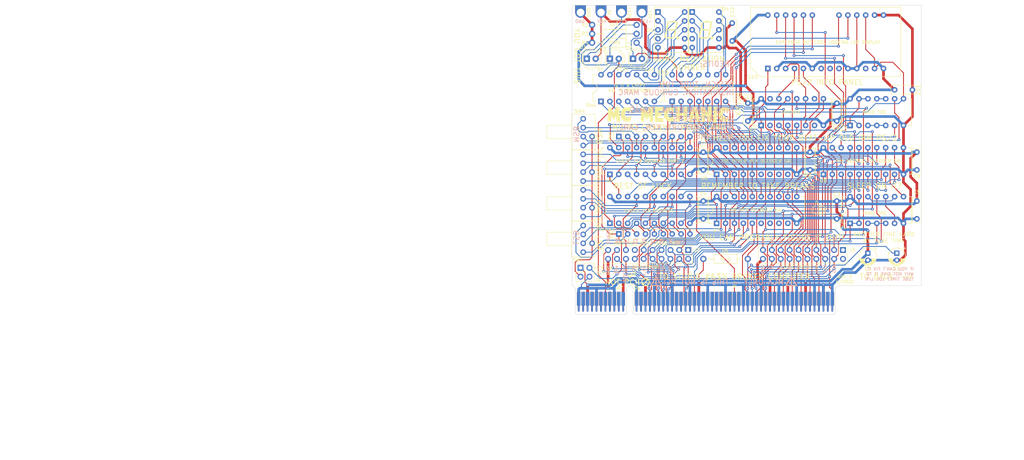
<source format=kicad_pcb>
(kicad_pcb (version 20211014) (generator pcbnew)
  (title_block (title "MC Mechanic") (rev "2") (company "(C) 2022 Tube Time") (comment 1 "http://creativecommons.org/licenses/by-sa/4.0/") (comment 2 "To view a copy of this license, visit") (comment 3 "Attribution-ShareAlike 4.0 International License.") (comment 4 "This work is licensed under the Creative Commons"))
  (layers (0 "F.Cu" signal) (31 "B.Cu" signal) (34 "B.Paste" user) (35 "F.Paste" user) (36 "B.SilkS" user "B.Silkscreen") (37 "F.SilkS" user "F.Silkscreen") (38 "B.Mask" user) (39 "F.Mask" user) (44 "Edge.Cuts" user))
  (net 0 "")
  (net 1 "/InfoPanel/~{RST}")
  (net 2 "GND")
  (net 3 "VCC")
  (net 4 "/~{CMD}")
  (net 5 "Net-(D1-Pad1)")
  (net 6 "Net-(D2-Pad1)")
  (net 7 "+12V")
  (net 17 "/HexDisplay1/D7")
  (net 18 "/HexDisplay1/D6")
  (net 19 "/HexDisplay1/D5")
  (net 20 "/HexDisplay1/D2")
  (net 21 "/HexDisplay1/D0")
  (net 23 "/M~{IO}")
  (net 25 "/~{WRITE}")
  (net 29 "-12V")
  (net 35 "/~{ADL}")
  (net 36 "/HexDisplay1/A0")
  (net 37 "/HexDisplay1/A1")
  (net 38 "/HexDisplay1/A2")
  (net 39 "/HexDisplay1/A3")
  (net 40 "/HexDisplay1/A4")
  (net 41 "/HexDisplay1/A5")
  (net 42 "/HexDisplay1/A6")
  (net 43 "/HexDisplay1/A7")
  (net 44 "/HexDisplay1/A8")
  (net 45 "/HexDisplay1/A9")
  (net 46 "/HexDisplay1/A10")
  (net 47 "/HexDisplay1/A11")
  (net 49 "/~{CD_SETUP}")
  (net 60 "/HexDisplay1/A15")
  (net 61 "/HexDisplay1/A14")
  (net 62 "/HexDisplay1/A13")
  (net 63 "/HexDisplay1/A12")
  (net 73 "/HexDisplay1/D1")
  (net 74 "/HexDisplay1/D3")
  (net 75 "/HexDisplay1/D4")
  (net 84 "Net-(RN3-Pad1)")
  (net 85 "Net-(RN3-Pad2)")
  (net 86 "Net-(RN3-Pad3)")
  (net 87 "Net-(RN3-Pad4)")
  (net 88 "Net-(RN3-Pad5)")
  (net 89 "Net-(RN3-Pad6)")
  (net 90 "Net-(RN3-Pad7)")
  (net 91 "Net-(RN4-Pad1)")
  (net 92 "Net-(RN4-Pad2)")
  (net 93 "Net-(RN4-Pad3)")
  (net 94 "Net-(RN4-Pad4)")
  (net 95 "Net-(RN4-Pad5)")
  (net 96 "Net-(RN4-Pad6)")
  (net 97 "Net-(RN4-Pad7)")
  (net 98 "Net-(U4-Pad19)")
  (net 100 "/InfoPanel/~{A1_LATCH}")
  (net 101 "Net-(U2-Pad3)")
  (net 102 "/InfoPanel/~{SEL1}")
  (net 103 "Net-(U2-Pad11)")
  (net 109 "/InfoPanel/~{A2_LATCH}")
  (net 110 "Net-(D4-Pad1)")
  (net 111 "Net-(D4-Pad2)")
  (net 112 "Net-(D4-Pad3)")
  (net 113 "Net-(D4-Pad5)")
  (net 115 "Net-(D4-Pad8)")
  (net 116 "Net-(D4-Pad9)")
  (net 117 "Net-(D4-Pad10)")
  (net 118 "Net-(D5-Pad1)")
  (net 119 "Net-(D5-Pad2)")
  (net 120 "Net-(D5-Pad3)")
  (net 121 "Net-(D5-Pad5)")
  (net 123 "Net-(D5-Pad8)")
  (net 124 "Net-(D5-Pad9)")
  (net 125 "Net-(D5-Pad10)")
  (net 126 "/CHRESET")
  (net 129 "/A0_LATCH")
  (net 131 "/~{SEL1_CMD}")
  (net 132 "/~{LED_SEL}")
  (net 135 "/HexDisplay1/SW_COM")
  (net 136 "/HexDisplay1/SW_PULL")
  (net 137 "Net-(U1-Pad10)")
  (net 138 "/~{SELECT}")
  (net 139 "Net-(U1-Pad12)")
  (net 140 "Net-(U2-Pad2)")
  (net 141 "Net-(RN1-Pad2)")
  (net 143 "Net-(U3-Pad4)")
  (net 157 "Net-(RN1-Pad3)")
  (net 158 "Net-(RN1-Pad4)")
  (net 159 "Net-(RN1-Pad5)")
  (net 160 "Net-(RN1-Pad6)")
  (net 161 "Net-(RN1-Pad7)")
  (net 162 "Net-(RN1-Pad8)")
  (net 163 "Net-(RN1-Pad9)")
  (net 164 "Net-(RN2-Pad2)")
  (net 165 "Net-(RN2-Pad3)")
  (net 166 "Net-(RN2-Pad4)")
  (net 167 "Net-(RN2-Pad5)")
  (net 168 "Net-(RN2-Pad6)")
  (net 169 "Net-(RN2-Pad7)")
  (net 170 "Net-(RN2-Pad8)")
  (net 171 "Net-(RN2-Pad9)")
  (net 173 "Net-(D3-Pad2)")
  (footprint "Passive:RESA500" (layer "F.Cu") (at 134.62 119.38 180)
    (fp_text reference "R1")
    (fp_text value "10K")
  )
  (footprint "Passive:CAPAC200" (layer "F.Cu") (at 166.375 74.94 -90)
    (fp_text reference "C9")
    (fp_text value "0.1uF")
  )
  (footprint "LED_THT:LED_D5.0mm" (layer "F.Cu") (at 101.595 62.23)
    (fp_text reference "D2")
    (fp_text value "12V")
  )
  (footprint "Passive:CAPAC200" (layer "F.Cu") (at 140.975 74.94 -90)
    (fp_text reference "C10")
    (fp_text value "0.1uF")
  )
  (footprint "Connector_PinHeader_2.54mm:PinHeader_2x10_P2.54mm_Vertical" (layer "F.Cu") (at 168.148 116.84 -90)
    (fp_text reference "J3")
    (fp_text value "HPLA_PORT")
  )
  (footprint "Active:DIP254P762X635-20" (layer "F.Cu") (at 132.08 109.22 90)
    (fp_text reference "U7")
    (fp_text value "GAL16V8")
  )
  (footprint "Passive:CAPAC200" (layer "F.Cu") (at 128.275 88.91 -90)
    (fp_text reference "C7")
    (fp_text value "0.1uF")
  )
  (footprint "Passive:CAPAC200" (layer "F.Cu") (at 166.37 102.88 -90)
    (fp_text reference "C3")
    (fp_text value "0.1uF")
  )
  (footprint "Passive:RESA500" (layer "F.Cu") (at 102.87 57.658 180)
    (fp_text reference "R4")
    (fp_text value "1K")
  )
  (footprint "Passive:CAPAC200" (layer "F.Cu") (at 182.88 71.12)
    (fp_text reference "C11")
    (fp_text value "0.1uF")
  )
  (footprint "Conn:TP_EDGE" (layer "F.Cu") (at 93.218 49.022 -90)
    (fp_text reference "TP4" hide)
    (fp_text value "TestPoint")
  )
  (footprint "Connector_PinHeader_2.54mm:PinHeader_2x10_P2.54mm_Vertical" (layer "F.Cu") (at 123.952 116.84 -90)
    (fp_text reference "J2")
    (fp_text value "HPLA_PORT")
  )
  (footprint "LED_THT:LED_D5.0mm" (layer "F.Cu") (at 108.199 62.23)
    (fp_text reference "D3")
    (fp_text value "-12V")
  )
  (footprint "Passive:CAPAC200" (layer "F.Cu") (at 136.525 52.07 -90)
    (fp_text reference "C12")
    (fp_text value "0.1uF")
  )
  (footprint "Active:INND-TS40" (layer "F.Cu") (at 125.095 48.895)
    (fp_text reference "D4")
    (fp_text value "INND-TS40")
  )
  (footprint "Switch:NKK_FR01KR16H" (layer "F.Cu") (at 93.965 99.695 -90)
    (fp_text reference "SW2" hide)
    (fp_text value "FR01KR16H-S")
  )
  (footprint "Active:DIP254P762X635-20" (layer "F.Cu") (at 132.065 95.25 90)
    (fp_text reference "U6")
    (fp_text value "GAL16V8")
  )
  (footprint "Conn:TP_EDGE" (layer "F.Cu") (at 104.902 49.022 -90)
    (fp_text reference "TP2" hide)
    (fp_text value "TestPoint")
  )
  (footprint "Switch:NKK_FR01KR16H" (layer "F.Cu") (at 93.98 109.855 -90)
    (fp_text reference "SW1")
    (fp_text value "FR01KR16H-S")
  )
  (footprint "Conn:TP_EDGE" (layer "F.Cu") (at 99.06 49.022 -90)
    (fp_text reference "TP1" hide)
    (fp_text value "TestPoint")
  )
  (footprint "Passive:CAPAC200" (layer "F.Cu") (at 189.23 88.9 -90)
    (fp_text reference "C8")
    (fp_text value "0.1uF")
  )
  (footprint "Active:DIP254P762X635-14" (layer "F.Cu") (at 119.38 74.422 90)
    (fp_text reference "RN3")
    (fp_text value "R_Pack07")
  )
  (footprint "Resistor_THT:R_Array_SIP9" (layer "F.Cu") (at 104.14 84.455)
    (fp_text reference "RN1")
    (fp_text value "470")
  )
  (footprint "Passive:CAPAE200P500X1100" (layer "F.Cu") (at 183.515 118.745 -90)
    (fp_text reference "C2")
    (fp_text value "10uF")
  )
  (footprint "Active:DIP254P762X635-20" (layer "F.Cu") (at 101.58 95.24 90)
    (fp_text reference "U5")
    (fp_text value "74LS688")
  )
  (footprint "Active:DIP254P762X635-16" (layer "F.Cu") (at 144.775 81.28 90)
    (fp_text reference "U3")
    (fp_text value "74X175")
  )
  (footprint "Resistor_THT:R_Array_SIP9" (layer "F.Cu") (at 104.14 112.268)
    (fp_text reference "RN2")
    (fp_text value "470")
  )
  (footprint "Active:DIP254P762X635-14" (layer "F.Cu") (at 170.18 109.23 90)
    (fp_text reference "U1")
    (fp_text value "74F10")
  )
  (footprint "Passive:CAPAC200" (layer "F.Cu") (at 158.755 88.91 -90)
    (fp_text reference "C6")
    (fp_text value "0.1uF")
  )
  (footprint "Passive:CAPAC200" (layer "F.Cu") (at 189.23 102.87 -90)
    (fp_text reference "C5")
    (fp_text value "0.1uF")
  )
  (footprint "Active:DIP254P762X635-20" (layer "F.Cu") (at 101.58 109.21 90)
    (fp_text reference "U4")
    (fp_text value "74LS688")
  )
  (footprint "Passive:CAPAC200" (layer "F.Cu") (at 128.275 102.88 -90)
    (fp_text reference "C4")
    (fp_text value "0.1uF")
  )
  (footprint "LED_THT:LED_D5.0mm" (layer "F.Cu") (at 94.991 62.23)
    (fp_text reference "D1")
    (fp_text value "5V")
  )
  (footprint "Passive:CAPAE200P500X1100" (layer "F.Cu") (at 175.245 118.745 -90)
    (fp_text reference "C1")
    (fp_text value "10uF")
  )
  (footprint "Conn:TP_EDGE" (layer "F.Cu") (at 110.744 49.022 -90)
    (fp_text reference "TP3" hide)
    (fp_text value "TestPoint")
  )
  (footprint "Switch:NKK_FR01KR16H" (layer "F.Cu") (at 93.98 79.375 -90)
    (fp_text reference "SW4")
    (fp_text value "FR01KR16H-S")
  )
  (footprint "Passive:RESA500" (layer "F.Cu") (at 102.87 55.118)
    (fp_text reference "R3")
    (fp_text value "1K")
  )
  (footprint "Connector_PinHeader_2.54mm:PinHeader_2x02_P2.54mm_Vertical" (layer "F.Cu") (at 93.213 121.92)
    (fp_text reference "J4")
    (fp_text value "SWAP")
  )
  (footprint "Active:DIP254P762X635-14" (layer "F.Cu") (at 99.055 74.422 90)
    (fp_text reference "RN4")
    (fp_text value "R_Pack07")
  )
  (footprint "Active:DIP254P762X635-20" (layer "F.Cu") (at 162.545 95.25 90)
    (fp_text reference "U8")
    (fp_text value "GAL16V8")
  )
  (footprint "Active:HDSP-211X" (layer "F.Cu") (at 146.685 65.024 90)
    (fp_text reference "U10")
    (fp_text value "HDSP-211X")
  )
  (footprint "Switch:NKK_FR01KR16H" (layer "F.Cu") (at 93.965 89.535 -90)
    (fp_text reference "SW3" hide)
    (fp_text value "FR01KR16H-S")
  )
  (footprint "Passive:RESA500" (layer "F.Cu") (at 102.87 52.578)
    (fp_text reference "R2")
    (fp_text value "330")
  )
  (footprint "Conn:BUS_MCA" (layer "F.Cu") (at 107.3 123.19)
    (fp_text reference "J1" hide)
    (fp_text value "BUS_MCA" hide)
  )
  (footprint "Active:INND-TS40" (layer "F.Cu") (at 115.316 48.895)
    (fp_text reference "D5")
    (fp_text value "INND-TS40")
  )
  (footprint "Active:DIP254P762X635-14" (layer "F.Cu") (at 170.18 81.28 90)
    (fp_text reference "U2")
    (fp_text value "74LS00")
  )
  (gr_line (start 116.332 127) (end 114.808 124.46) (layer "B.SilkS") (width 0.3048))
  (gr_line (start 116.332 127) (end 113.284 127) (layer "B.SilkS") (width 0.3048))
  (gr_line (start 114.808 124.46) (end 113.284 127) (layer "B.SilkS") (width 0.3048))
  (gr_line (start 154.94 127) (end 153.416 124.46) (layer "B.SilkS") (width 0.3048))
  (gr_line (start 153.416 124.46) (end 151.892 127) (layer "B.SilkS") (width 0.3048))
  (gr_line (start 154.94 127) (end 151.892 127) (layer "B.SilkS") (width 0.3048))
  (gr_poly (pts (xy 129.69909 78.105) (xy 129.59749 75.9968) (xy 130.61349 75.8952) (xy 130.58809 80.137) (xy 129.97849 80.2386) (xy 128.58149 77.8256) (xy 128.81009 80.1624) (xy 127.92109 80.2894) (xy 127.59089 76.1238) (xy 128.50529 76.0476)) (layer "F.SilkS") (width 0.15) (fill solid))
  (gr_line (start 184.785 124.46) (end 187.96 124.46) (layer "F.SilkS") (width 0.15))
  (gr_line (start 162.306 104.521) (end 161.417 104.521) (layer "F.SilkS") (width 0.15))
  (gr_line (start 161.417 106.045) (end 162.687 106.045) (layer "F.SilkS") (width 0.15))
  (gr_arc (start 162.957997 104.521) (mid 163.020074 104.880399) (end 162.687 105.029) (layer "F.SilkS") (width 0.15))
  (gr_line (start 162.687 105.029) (end 161.417 105.029) (layer "F.SilkS") (width 0.15))
  (gr_poly (pts (xy 119.87629 76.311224) (xy 119.74929 77.403424) (xy 119.4816 77.241753) (xy 118.999 77.089353) (xy 118.4656 77.241753) (xy 118.1354 77.698953) (xy 118.233832 78.740706) (xy 118.745 78.994353) (xy 119.38 78.968953) (xy 119.888 78.638753) (xy 119.789922 79.746546) (xy 119.634 80.010353) (xy 119.253 80.137353) (xy 118.491 80.137353) (xy 117.856 79.883353) (xy 117.348 79.375353) (xy 117.094 78.867353) (xy 117.094 77.597353) (xy 117.348 76.835353) (xy 117.729 76.454353) (xy 118.364 76.200353) (xy 119.126 76.200353)) (layer "F.SilkS") (width 0.15) (fill solid))
  (gr_arc (start 161.417 106.553) (mid 161.163 106.299) (end 161.417 106.045) (layer "F.SilkS") (width 0.15))
  (gr_line (start 162.052 104.14) (end 160.909 104.14) (layer "F.SilkS") (width 0.15))
  (gr_line (start 159.385 104.775) (end 159.385 106.299) (layer "F.SilkS") (width 0.15))
  (gr_line (start 137.16 127.508) (end 137.668 126.746) (layer "F.SilkS") (width 0.15))
  (gr_arc (start 161.417 105.537) (mid 161.163 105.283) (end 161.417 105.029) (layer "F.SilkS") (width 0.15))
  (gr_line (start 160.909 104.14) (end 161.0106 103.7463) (layer "F.SilkS") (width 0.15))
  (gr_arc (start 160.02 106.299) (mid 160.109803 106.336197) (end 160.147 106.426) (layer "F.SilkS") (width 0.15))
  (gr_line (start 187.96 124.46) (end 187.325 123.825) (layer "F.SilkS") (width 0.15))
  (gr_poly (pts (xy 127.344691 80.162753) (xy 126.481091 80.315153) (xy 126.277891 79.248353) (xy 124.982491 79.248353) (xy 125.185691 78.435553) (xy 126.125491 78.486353) (xy 125.871491 76.708353) (xy 124.906291 80.315153) (xy 123.966491 80.137353) (xy 125.261891 76.098753) (xy 126.430291 76.098753)) (layer "F.SilkS") (width 0.15) (fill solid))
  (gr_poly (pts (xy 131.98509 80.391) (xy 131.17229 80.4926) (xy 131.35009 76.1238) (xy 132.18829 76.1238)) (layer "F.SilkS") (width 0.15) (fill solid))
  (gr_arc (start 160.401 102.9081) (mid 160.625188 102.813533) (end 160.823639 102.954319) (layer "F.SilkS") (width 0.15))
  (gr_poly (pts (xy 116.713 77.089353) (xy 115.443 76.962353) (xy 115.443 77.597353) (xy 116.332 77.597353) (xy 116.332 78.486353) (xy 115.443 78.359353) (xy 115.316 79.248353) (xy 116.84 79.248353) (xy 116.713 80.264353) (xy 114.427 80.137353) (xy 114.554 76.073353) (xy 116.84 76.073353)) (layer "F.SilkS") (width 0.15) (fill solid))
  (gr_arc (start 160.823639 102.954319) (mid 161.00795 103.328867) (end 161.0106 103.7463) (layer "F.SilkS") (width 0.15))
  (gr_arc (start 160.274 106.553) (mid 160.184197 106.515803) (end 160.147 106.426) (layer "F.SilkS") (width 0.15))
  (gr_arc (start 160.401 103.0859) (mid 160.329435 103.774591) (end 160.02 104.394) (layer "F.SilkS") (width 0.15))
  (gr_arc (start 162.941 106.045) (mid 163.003077 106.404399) (end 162.670003 106.553) (layer "F.SilkS") (width 0.15))
  (gr_line (start 160.401 102.9081) (end 160.401 103.0859) (layer "F.SilkS") (width 0.15))
  (gr_poly (pts (xy 113.746982 76.201805) (xy 113.873982 80.138805) (xy 113.111982 80.265805) (xy 112.857982 78.360805) (xy 112.222982 79.503805) (xy 111.968982 79.503805) (xy 111.333982 78.106805) (xy 111.333982 80.138805) (xy 110.444982 80.011805) (xy 110.698982 76.201805) (xy 111.333982 76.201805) (xy 112.095982 77.852805) (xy 112.857982 76.074805)) (layer "F.SilkS") (width 0.15) (fill solid))
  (gr_line (start 137.16 125.73) (end 137.16 127.508) (layer "F.SilkS") (width 0.15))
  (gr_line (start 161.417 106.553) (end 162.687 106.553) (layer "F.SilkS") (width 0.15))
  (gr_poly (pts (xy 123.4948 80.137353) (xy 122.682 80.010353) (xy 122.682 78.410153) (xy 121.539 78.359353) (xy 121.4882 80.035753) (xy 120.65 80.213553) (xy 120.523 76.200353) (xy 121.539 76.073353) (xy 121.539 77.724353) (xy 122.6312 77.749753) (xy 122.6058 76.149553) (xy 123.571 76.073353)) (layer "F.SilkS") (width 0.15) (fill solid))
  (gr_line (start 161.417 105.537) (end 162.687 105.537) (layer "F.SilkS") (width 0.15))
  (gr_arc (start 162.957997 105.537) (mid 163.020074 105.896399) (end 162.687 106.045) (layer "F.SilkS") (width 0.15))
  (gr_line (start 112.522 125.222) (end 110.998 126.746) (layer "F.SilkS") (width 0.3048))
  (gr_circle (center 111.76 125.984) (end 112.837631 125.984) (layer "F.SilkS") (width 0.3048) (fill none))
  (gr_arc (start 161.417 106.045) (mid 161.163 105.791) (end 161.417 105.537) (layer "F.SilkS") (width 0.15))
  (gr_arc (start 161.417 105.029) (mid 161.163 104.775) (end 161.417 104.521) (layer "F.SilkS") (width 0.15))
  (gr_arc (start 162.957997 105.029) (mid 163.020074 105.388399) (end 162.687 105.537) (layer "F.SilkS") (width 0.15))
  (gr_line (start 137.16 127.508) (end 136.652 126.746) (layer "F.SilkS") (width 0.15))
  (gr_arc (start 160.02 104.394) (mid 159.716515 104.607858) (end 159.385 104.775) (layer "F.SilkS") (width 0.15))
  (gr_poly (pts (xy 107.55729 76.311224) (xy 107.43029 77.403424) (xy 107.1626 77.241753) (xy 106.68 77.089353) (xy 106.1466 77.241753) (xy 105.8164 77.698953) (xy 105.914832 78.740706) (xy 106.426 78.994353) (xy 107.061 78.968953) (xy 107.569 78.638753) (xy 107.470922 79.746546) (xy 107.315 80.010353) (xy 106.934 80.137353) (xy 106.172 80.137353) (xy 105.537 79.883353) (xy 105.029 79.375353) (xy 104.775 78.867353) (xy 104.775 77.597353) (xy 105.029 76.835353) (xy 105.41 76.454353) (xy 106.045 76.200353) (xy 106.807 76.200353)) (layer "F.SilkS") (width 0.15) (fill solid))
  (gr_poly (pts (xy 135.500458 76.310871) (xy 135.373458 77.403071) (xy 135.105768 77.2414) (xy 134.623168 77.089) (xy 134.089768 77.2414) (xy 133.759568 77.6986) (xy 133.858 78.740353) (xy 134.369168 78.994) (xy 135.004168 78.9686) (xy 135.512168 78.6384) (xy 135.41409 79.746193) (xy 135.258168 80.01) (xy 134.877168 80.137) (xy 134.115168 80.137) (xy 133.480168 79.883) (xy 132.972168 79.375) (xy 132.718168 78.867) (xy 132.718168 77.597) (xy 132.972168 76.835) (xy 133.353168 76.454) (xy 133.988168 76.2) (xy 134.750168 76.2)) (layer "F.SilkS") (width 0.15) (fill solid))
  (gr_poly (pts (xy 104.267 76.200353) (xy 104.394 80.137353) (xy 103.632 80.264353) (xy 103.378 78.359353) (xy 102.743 79.502353) (xy 102.489 79.502353) (xy 101.854 78.105353) (xy 101.854 80.137353) (xy 100.965 80.010353) (xy 101.219 76.200353) (xy 101.854 76.200353) (xy 102.616 77.851353) (xy 103.378 76.073353)) (layer "F.SilkS") (width 0.15) (fill solid))
  (gr_line (start 160.02 106.299) (end 159.385 106.299) (layer "F.SilkS") (width 0.15))
  (gr_line (start 162.306 106.553) (end 160.274 106.553) (layer "F.SilkS") (width 0.15))
  (gr_line (start 187.96 124.46) (end 187.325 125.095) (layer "F.SilkS") (width 0.15))
  (gr_arc (start 162.052 104.14) (mid 162.545592 104.23397) (end 162.957997 104.521) (layer "F.SilkS") (width 0.15))
  (gr_line (start 165.5168 135.255) (end 165.8978 134.874) (layer "Edge.Cuts") (width 0.1))
  (gr_line (start 90.79 46.99) (end 90.79 127) (layer "Edge.Cuts") (width 0.1))
  (gr_arc (start 90.79 127) (mid 91.483714 127.426212) (end 91.7552 128.1938) (layer "Edge.Cuts") (width 0.1))
  (gr_line (start 105.9792 135.255) (end 106.3729 134.8613) (layer "Edge.Cuts") (width 0.1))
  (gr_arc (start 165.8978 128.1684) (mid 166.244515 127.337714) (end 167.0789 127) (layer "Edge.Cuts") (width 0.1))
  (gr_line (start 91.7552 128.1938) (end 91.7552 134.874) (layer "Edge.Cuts") (width 0.1))
  (gr_line (start 108.2271 127.889) (end 108.2271 134.874) (layer "Edge.Cuts") (width 0.1))
  (gr_line (start 165.8978 134.874) (end 165.8978 128.1684) (layer "Edge.Cuts") (width 0.1))
  (gr_line (start 92.1362 135.255) (end 105.9792 135.255) (layer "Edge.Cuts") (width 0.1))
  (gr_line (start 106.3729 134.8613) (end 106.3729 127.889) (layer "Edge.Cuts") (width 0.1))
  (gr_line (start 190.485 46.99) (end 90.79 46.99) (layer "Edge.Cuts") (width 0.1))
  (gr_line (start 190.485 127) (end 190.485 46.99) (layer "Edge.Cuts") (width 0.1))
  (gr_arc (start 106.3729 127.889) (mid 107.3 126.9619) (end 108.2271 127.889) (layer "Edge.Cuts") (width 0.1))
  (gr_line (start 91.7552 134.874) (end 92.1362 135.255) (layer "Edge.Cuts") (width 0.1))
  (gr_line (start 108.6081 135.255) (end 165.5168 135.255) (layer "Edge.Cuts") (width 0.1))
  (gr_line (start 167.0789 127) (end 190.485 127) (layer "Edge.Cuts") (width 0.1))
  (gr_line (start 108.2271 134.874) (end 108.6081 135.255) (layer "Edge.Cuts") (width 0.1))
  (gr_text "GND" (at 101.092 121.158 90) (layer "B.SilkS") (effects (font (size 0.889 0.889)) (justify left mirror)))
  (gr_text "A5" (at 152.908 120.904 90) (layer "B.SilkS") (effects (font (size 0.889 0.889)) (justify left mirror)))
  (gr_text "D3" (at 116.332 121.158 90) (layer "B.SilkS") (effects (font (size 0.889 0.889)) (justify left mirror)))
  (gr_text "A11" (at 160.528 120.904 90) (layer "B.SilkS") (effects (font (size 0.889 0.889)) (justify left mirror)))
  (gr_text "~{SL}" (at 106.172 115.316 270) (layer "B.SilkS") (effects (font (size 0.889 0.889)) (justify left mirror)))
  (gr_text "~{CMD}" (at 122.936 114.808) (layer "B.SilkS") (effects (font (size 0.889 0.889)) (justify left mirror)))
  (gr_text "-12V" (at 113.792 51.562) (layer "B.SilkS") (effects (font (size 0.889 0.889)) (justify left mirror)))
  (gr_text "A9" (at 157.988 120.904 90) (layer "B.SilkS") (effects (font (size 0.889 0.889)) (justify left mirror)))
  (gr_text "A2" (at 147.828 115.062 270) (layer "B.SilkS") (effects (font (size 0.889 0.889)) (justify left mirror)))
  (gr_text "A7" (at 155.448 120.904 90) (layer "B.SilkS") (effects (font (size 0.889 0.889)) (justify left mirror)))
  (gr_text "!" (at 153.416 125.984) (layer "B.SilkS") (effects (font (size 1.524 1.524) (thickness 0.2032)) (justify mirror)))
  (gr_text "~{ADL}" (at 165.608 115.062 270) (layer "B.SilkS") (effects (font (size 0.889 0.889)) (justify left mirror)))
  (gr_text "INSPIRATION: CURIOUS MARC" (at 137.16 71.882) (layer "B.SilkS") (effects (font (size 1.524 1.524) (thickness 0.2032)) (justify left mirror)))
  (gr_text "INFO: IBMMUSEUM, TOMÁŠ,\nAND BITSAVERS" (at 137.16 78.232) (layer "B.SilkS") (effects (font (size 1.524 1.524) (thickness 0.2032)) (justify left mirror)))
  (gr_text "LSB" (at 91.948 113.284 270) (layer "B.SilkS") (effects (font (size 1.524 1.524) (thickness 0.2032)) (justify mirror)))
  (gr_text "A1" (at 147.828 120.904 90) (layer "B.SilkS") (effects (font (size 0.889 0.889)) (justify left mirror)))
  (gr_text "DESIGN: TUBE TIME" (at 137.16 69.596) (layer "B.SilkS") (effects (font (size 1.524 1.524) (thickness 0.2032)) (justify left mirror)))
  (gr_text "A3" (at 150.368 120.904 90) (layer "B.SilkS") (effects (font (size 0.889 0.889)) (justify left mirror)))
  (gr_text "+12V" (at 106.934 51.562) (layer "B.SilkS") (effects (font (size 0.889 0.889)) (justify left mirror)))
  (gr_text "CREDITS:" (at 137.414 63.754) (layer "B.SilkS") (effects (font (size 1.524 1.524) (thickness 0.2032)) (justify left mirror)))
  (gr_text "MSB" (at 91.948 83.82 270) (layer "B.SilkS") (effects (font (size 1.524 1.524) (thickness 0.2032)) (justify mirror)))
  (gr_text "A13" (at 163.068 120.904 90) (layer "B.SilkS") (effects (font (size 0.889 0.889)) (justify left mirror)))
  (gr_text "!" (at 114.808 125.984) (layer "B.SilkS") (effects (font (size 1.524 1.524) (thickness 0.2032)) (justify mirror)))
  (gr_text "~{CD_STP}" (at 106.172 121.158 90) (layer "B.SilkS") (effects (font (size 0.889 0.889)) (justify left mirror)))
  (gr_text "D6" (at 118.872 115.316 270) (layer "B.SilkS") (effects (font (size 0.889 0.889)) (justify left mirror)))
  (gr_text "MORAL SUPPORT: KEN, CARL,\nAND MIKE" (at 137.16 83.058) (layer "B.SilkS") (effects (font (size 1.524 1.524) (thickness 0.2032)) (justify left mirror)))
  (gr_text "D2" (at 113.792 115.316 270) (layer "B.SilkS") (effects (font (size 0.889 0.889)) (justify left mirror)))
  (gr_text "A12" (at 160.528 115.062 270) (layer "B.SilkS") (effects (font (size 0.889 0.889)) (justify left mirror)))
  (gr_text "D0" (at 111.252 115.316 270) (layer "B.SilkS") (effects (font (size 0.889 0.889)) (justify left mirror)))
  (gr_text "M~{IO}" (at 103.632 121.158 90) (layer "B.SilkS") (effects (font (size 0.889 0.889)) (justify left mirror)))
  (gr_text "D7" (at 121.412 121.158 90) (layer "B.SilkS") (effects (font (size 0.889 0.889)) (justify left mirror)))
  (gr_text "~{S2}" (at 108.712 115.316 270) (layer "B.SilkS") (effects (font (size 0.889 0.889)) (justify left mirror)))
  (gr_text "D5" (at 118.872 121.158 90) (layer "B.SilkS") (effects (font (size 0.889 0.889)) (justify left mirror)))
  (gr_text "A0_L" (at 111.252 121.158 90) (layer "B.SilkS") (effects (font (size 0.889 0.889)) (justify left mirror)))
  (gr_text "A6" (at 152.908 115.062 270) (layer "B.SilkS") (effects (font (size 0.889 0.889)) (justify left mirror)))
  (gr_text "A4" (at 150.368 115.062 270) (layer "B.SilkS") (effects (font (size 0.889 0.889)) (justify left mirror)))
  (gr_text "IF YOU CAN'T FIX IT,\nWHY NOT GIVE IT TO\nTUBE TIME? LOL J/K" (at 188.468 123.698) (layer "B.SilkS") (effects (font (size 0.889 0.889)) (justify left mirror)))
  (gr_text "A14" (at 163.068 115.062 270) (layer "B.SilkS") (effects (font (size 0.889 0.889)) (justify left mirror)))
  (gr_text "D4" (at 116.332 115.316 270) (layer "B.SilkS") (effects (font (size 0.889 0.889)) (justify left mirror)))
  (gr_text "GND" (at 94.488 51.562) (layer "B.SilkS") (effects (font (size 0.889 0.889)) (justify left mirror)))
  (gr_text "A15" (at 165.608 120.904 90) (layer "B.SilkS") (effects (font (size 0.889 0.889)) (justify left mirror)))
  (gr_text "~{WR}" (at 103.632 115.316 270) (layer "B.SilkS") (effects (font (size 0.889 0.889)) (justify left mirror)))
  (gr_text "D1" (at 113.792 121.158 90) (layer "B.SilkS") (effects (font (size 0.889 0.889)) (justify left mirror)))
  (gr_text "MCA ONLY - THIS IS NOT PCI" (at 151.384 125.984) (layer "B.SilkS") (effects (font (size 1.524 1.524) (thickness 0.2032)) (justify left mirror)))
  (gr_text "A8" (at 155.448 115.062 270) (layer "B.SilkS") (effects (font (size 0.889 0.889)) (justify left mirror)))
  (gr_text "A0" (at 145.288 115.062 270) (layer "B.SilkS") (effects (font (size 0.889 0.889)) (justify left mirror)))
  (gr_text "GND" (at 145.288 120.904 90) (layer "B.SilkS") (effects (font (size 0.889 0.889)) (justify left mirror)))
  (gr_text "A10" (at 157.988 115.062 270) (layer "B.SilkS") (effects (font (size 0.889 0.889)) (justify left mirror)))
  (gr_text "~{S1}" (at 108.712 121.158 90) (layer "B.SilkS") (effects (font (size 0.889 0.889)) (justify left mirror)))
  (gr_text "+5V" (at 100.838 51.562) (layer "B.SilkS") (effects (font (size 0.889 0.889)) (justify left mirror)))
  (gr_text "CHRST" (at 101.092 115.316 270) (layer "B.SilkS") (effects (font (size 0.889 0.889)) (justify left mirror)))
  (gr_text "PS/2 INFO PANEL" (at 153.162 68.961) (layer "F.SilkS") (effects (font (size 1.524 1.524) (thickness 0.2032)) (justify left)))
  (gr_text "HI :)" (at 134.62 119.38) (layer "F.SilkS") (effects (font (size 0.889 0.889))))
  (gr_text "REV 2\n4/2022" (at 168.656 125.222) (layer "F.SilkS") (effects (font (size 0.889 0.889))))
  (gr_text "LOGIC PROBE 2" (at 155.702 121.666) (layer "F.SilkS") (effects (font (size 0.889 0.889))))
  (gr_text "GND" (at 95.504 49.022 270) (layer "F.SilkS") (effects (font (size 0.889 0.889))))
  (gr_text "TO BACK" (at 177.8 124.46) (layer "F.SilkS") (effects (font (size 1.524 1.524) (thickness 0.2032))))
  (gr_text "RELAX" (at 138.176 71.628 270) (layer "F.SilkS") (effects (font (size 1.524 1.524) (thickness 0.2032)) (justify left)))
  (gr_text "THE ADDRESS DECODER GAL" (at 175.514 91.44) (layer "F.SilkS") (effects (font (size 0.889 0.889))))
  (gr_text "NAND ONE" (at 177.292 106.299) (layer "F.SilkS") (effects (font (size 0.889 0.889))))
  (gr_text "LSB" (at 98.552 114.808 270) (layer "F.SilkS") (effects (font (size 1.524 1.524) (thickness 0.2032))))
  (gr_text "IS" (at 102.87 55.118) (layer "F.SilkS") (effects (font (size 0.889 0.889))))
  (gr_text "YUP, RESISTORS" (at 127.254 70.612) (layer "F.SilkS") (effects (font (size 0.889 0.889))))
  (gr_text "HEX SW\nSTYLE" (at 99.822 122.682) (layer "F.SilkS") (effects (font (size 0.889 0.889))))
  (gr_text "-12V" (at 113.03 49.022 270) (layer "F.SilkS") (effects (font (size 0.889 0.889))))
  (gr_text "NOT PCI!" (at 105.156 125.984) (layer "F.SilkS") (effects (font (size 1.524 1.524) (thickness 0.2032))))
  (gr_text "-12V" (at 112.268 65.278) (layer "F.SilkS") (effects (font (size 0.889 0.889))))
  (gr_text "CHECK YER ADDRESS" (at 112.776 105.664) (layer "F.SilkS") (effects (font (size 0.889 0.889))))
  (gr_text "SLEEP ON IT?" (at 169.164 98.552) (layer "F.SilkS") (effects (font (size 1.524 1.524) (thickness 0.2032)) (justify left)))
  (gr_text "REMEMBER TO TAKE BREAKS" (at 127.508 98.552) (layer "F.SilkS") (effects (font (size 1.524 1.524) (thickness 0.2032)) (justify left)))
  (gr_text "THE HEX DECODER GAL" (at 143.256 105.41) (layer "F.SilkS") (effects (font (size 0.889 0.889))))
  (gr_text "+12V" (at 105.029 65.278) (layer "F.SilkS") (effects (font (size 0.889 0.889))))
  (gr_text "LOGIC PROBE 1" (at 112.268 121.666) (layer "F.SilkS") (effects (font (size 0.889 0.889))))
  (gr_text "+12V" (at 107.188 49.022 270) (layer "F.SilkS") (effects (font (size 0.889 0.889))))
  (gr_text "LATCHKE" (at 153.162 77.47) (layer "F.SilkS") (effects (font (size 0.889 0.889))))
  (gr_text "NO" (at 104.394 127.508 45) (layer "F.SilkS") (effects (font (size 0.889 0.889))))
  (gr_text "YOU GOT THIS" (at 92.202 53.34 270) (layer "F.SilkS") (effects (font (size 1.524 1.524) (thickness 0.2032)) (justify left)))
  (gr_text "MSB" (at 98.552 84.328 270) (layer "F.SilkS") (effects (font (size 1.524 1.524) (thickness 0.2032))))
  (gr_text "TO STUPID #&$% BROKEN COMPUTER" (at 137.16 124.46) (layer "F.SilkS") (effects (font (size 1.524 1.524) (thickness 0.2032))))
  (gr_text "CHECK YER ADDRESS PART 2" (at 113.03 91.44) (layer "F.SilkS") (effects (font (size 0.889 0.889))))
  (gr_text "TO HELP YOU FIX YOUR BEAT-UP OLD IBM PS/2\n" (at 127 84.836) (layer "F.SilkS") (effects (font (size 1.524 1.524) (thickness 0.2032)) (justify left)))
  (gr_text "THE OTHER HEX DECODER GAL" (at 143.51 91.44) (layer "F.SilkS") (effects (font (size 0.889 0.889))))
  (gr_text "BAD" (at 107.95 123.952 30) (layer "F.SilkS") (effects (font (size 0.889 0.889))))
  (gr_text "RES" (at 102.87 52.578) (layer "F.SilkS") (effects (font (size 0.889 0.889))))
  (gr_text "GURU MEDITATION\nNUMBER" (at 124.206 63.5) (layer "F.SilkS") (effects (font (size 1.524 1.524) (thickness 0.2032))))
  (gr_text "OW" (at 109.474 127.762 -20) (layer "F.SilkS") (effects (font (size 0.889 0.889))))
  (gr_text "MICRO CHANNEL POST CARD\n" (at 102.108 81.788) (layer "F.SilkS") (effects (font (size 1.524 1.524) (thickness 0.2032)) (justify left)))
  (gr_text "5V" (at 98.806 65.278) (layer "F.SilkS") (effects (font (size 0.889 0.889))))
  (gr_text "YOU CAN PROBABLY FIGURE IT OUT!" (at 127 113.284) (layer "F.SilkS") (effects (font (size 1.524 1.524) (thickness 0.2032)) (justify left)))
  (gr_text "TORS" (at 102.87 57.658) (layer "F.SilkS") (effects (font (size 0.889 0.889))))
  (gr_text "5V" (at 101.346 49.022 270) (layer "F.SilkS") (effects (font (size 0.889 0.889))))
  (gr_text "BEST OF LUCK" (at 102.616 98.552) (layer "F.SilkS") (effects (font (size 1.524 1.524) (thickness 0.2032)) (justify left)))
  (gr_text "HOPE YOU DON'T NEED THIS" (at 112.014 114.808) (layer "F.SilkS") (effects (font (size 0.889 0.889))))
  (gr_text "NAND TOO" (at 177.038 77.47) (layer "F.SilkS") (effects (font (size 0.889 0.889))))
  (gr_text "EXPENSIVE BUT COOL LOOKING LED DISPLAY" (at 163.83 57.531) (layer "F.SilkS") (effects (font (size 0.889 0.889))))
  (gr_text "IS IT A CHIP?\nNO, IS RESISTORS" (at 107.188 70.612) (layer "F.SilkS") (effects (font (size 0.889 0.889))))
  (gr_text "ANOTHER FINE CARD\nBY TUBE TIME" (at 179.832 113.284) (layer "F.SilkS") (effects (font (size 1.143 1.143) (thickness 0.1524))))
  (gr_text "POST ADDRESSES: 0680, 03BC" (at 98.298 87.884 270) (layer "F.SilkS") (effects (font (size 1.016 1.016) (thickness 0.1524)) (justify left)))
  (segment (start 144.272 78.994) (end 144.272 76.454) (width 0.254) (layer "F.Cu") (net 1))
  (segment (start 144.775 81.28) (end 144.775 84.577) (width 0.254) (layer "F.Cu") (net 1))
  (segment (start 146.685 69.723) (end 146.685 65.024) (width 0.254) (layer "F.Cu") (net 1))
  (segment (start 144.775 79.497) (end 144.272 78.994) (width 0.254) (layer "F.Cu") (net 1))
  (segment (start 140.97 118.11) (end 143.764 115.316) (width 0.254) (layer "F.Cu") (net 1))
  (segment (start 143.51 106.172) (end 143.51 112.014) (width 0.254) (layer "F.Cu") (net 1))
  (segment (start 146.05 70.358) (end 146.685 69.723) (width 0.254) (layer "F.Cu") (net 1))
  (segment (start 144.272 76.454) (end 146.05 74.676) (width 0.254) (layer "F.Cu") (net 1))
  (segment (start 146.05 85.852) (end 146.05 103.632) (width 0.254) (layer "F.Cu") (net 1))
  (segment (start 143.51 112.014) (end 143.764 112.268) (width 0.254) (layer "F.Cu") (net 1))
  (segment (start 146.05 103.632) (end 143.51 106.172) (width 0.254) (layer "F.Cu") (net 1))
  (segment (start 144.775 81.28) (end 144.775 79.497) (width 0.254) (layer "F.Cu") (net 1))
  (segment (start 143.764 112.268) (end 143.764 115.316) (width 0.254) (layer "F.Cu") (net 1))
  (segment (start 146.05 74.676) (end 146.05 70.358) (width 0.254) (layer "F.Cu") (net 1))
  (segment (start 144.775 84.577) (end 146.05 85.852) (width 0.254) (layer "F.Cu") (net 1))
  (segment (start 140.97 119.38) (end 140.97 118.11) (width 0.254) (layer "F.Cu") (net 1))
  (segment (start 162.56 123.698) (end 146.810258 123.698) (width 0.254) (layer "B.Cu") (net 1))
  (segment (start 146.658857 123.546599) (end 144.423401 123.546599) (width 0.254) (layer "B.Cu") (net 1))
  (segment (start 165.1 121.158) (end 162.56 123.698) (width 0.254) (layer "B.Cu") (net 1))
  (segment (start 143.764 124.206) (end 142.621 124.206) (width 0.254) (layer "B.Cu") (net 1))
  (segment (start 168.656 121.158) (end 165.1 121.158) (width 0.254) (layer "B.Cu") (net 1))
  (segment (start 173.99 115.824) (end 168.656 121.158) (width 0.254) (layer "B.Cu") (net 1))
  (segment (start 146.810258 123.698) (end 146.658857 123.546599) (width 0.254) (layer "B.Cu") (net 1))
  (segment (start 182.261 117.745) (end 180.34 115.824) (width 0.254) (layer "B.Cu") (net 1))
  (segment (start 183.515 117.745) (end 182.261 117.745) (width 0.254) (layer "B.Cu") (net 1))
  (segment (start 144.423401 123.546599) (end 143.764 124.206) (width 0.254) (layer "B.Cu") (net 1))
  (segment (start 140.97 122.555) (end 140.97 119.38) (width 0.254) (layer "B.Cu") (net 1))
  (segment (start 180.34 115.824) (end 173.99 115.824) (width 0.254) (layer "B.Cu") (net 1))
  (segment (start 142.621 124.206) (end 140.97 122.555) (width 0.254) (layer "B.Cu") (net 1))
  (segment (start 184.547 119.745) (end 185.928 118.364) (width 0.762) (layer "F.Cu") (net 2))
  (segment (start 145.288 119.38) (end 143.764 120.904) (width 0.762) (layer "F.Cu") (net 2))
  (segment (start 187.96 53.721) (end 184.023 49.784) (width 0.762) (layer "F.Cu") (net 2))
  (segment (start 162.545 130.7592) (end 162.545 126.761002) (width 0.762) (layer "F.Cu") (net 2))
  (segment (start 137.668 57.15) (end 140.335 59.817) (width 0.762) (layer "F.Cu") (net 2))
  (segment (start 185.928 114.3) (end 185.42 113.792) (width 0.762) (layer "F.Cu") (net 2))
  (segment (start 185.42 109.23) (end 185.42 106.426) (width 0.762) (layer "F.Cu") (net 2))
  (segment (start 187.452 99.568) (end 185.405 97.521) (width 0.762) (layer "F.Cu") (net 2))
  (segment (start 154.925 95.25) (end 154.925 87.63) (width 0.254) (layer "F.Cu") (net 2))
  (segment (start 143.764 120.904) (end 143.764 126.746) (width 0.762) (layer "F.Cu") (net 2))
  (segment (start 111.745 130.7592) (end 111.745 126.761) (width 0.762) (layer "F.Cu") (net 2))
  (segment (start 187.452 104.394) (end 187.452 99.568) (width 0.762) (layer "F.Cu") (net 2))
  (segment (start 185.42 87.615) (end 185.42 81.28) (width 0.762) (layer "F.Cu") (net 2))
  (segment (start 187.96 71.12) (end 187.96 78.74) (width 0.762) (layer "F.Cu") (net 2))
  (segment (start 101.092 127.762) (end 101.077 127.777) (width 0.762) (layer "F.Cu") (net 2))
  (segment (start 111.76 126.746) (end 111.76 130.7442) (width 0.762) (layer "F.Cu") (net 2))
  (segment (start 187.96 78.74) (end 185.42 81.28) (width 0.762) (layer "F.Cu") (net 2))
  (segment (start 185.928 118.364) (end 185.928 114.3) (width 0.762) (layer "F.Cu") (net 2))
  (segment (start 140.335 69.977) (end 142.494 72.136) (width 0.762) (layer "F.Cu") (net 2))
  (segment (start 140.335 67.056) (end 140.335 69.977) (width 0.762) (layer "F.Cu") (net 2))
  (segment (start 142.494 78.501) (end 140.975 80.02) (width 0.762) (layer "F.Cu") (net 2))
  (segment (start 93.218 49.276) (end 96.52 52.578) (width 0.762) (layer "F.Cu") (net 2))
  (segment (start 179.705 49.784) (end 177.165 49.784) (width 0.762) (layer "F.Cu") (net 2))
  (segment (start 154.94 98.806) (end 158.755 94.991) (width 0.254) (layer "F.Cu") (net 2))
  (segment (start 184.023 49.784) (end 183.388 49.784) (width 0.762) (layer "F.Cu") (net 2))
  (segment (start 183.515 119.745) (end 184.547 119.745) (width 0.762) (layer "F.Cu") (net 2))
  (segment (start 185.42 106.426) (end 187.452 104.394) (width 0.762) (layer "F.Cu") (net 2))
  (segment (start 158.755 94.991) (end 158.755 93.99) (width 0.254) (layer "F.Cu") (net 2))
  (segment (start 96.52 52.578) (end 96.52 55.118) (width 0.762) (layer "F.Cu") (net 2))
  (segment (start 185.405 87.63) (end 185.42 87.615) (width 0.762) (layer "F.Cu") (net 2))
  (segment (start 185.42 113.792) (end 185.42 109.23) (width 0.762) (layer "F.Cu") (net 2))
  (segment (start 136.525 57.15) (end 137.668 57.15) (width 0.762) (layer "F.Cu") (net 2))
  (segment (start 93.218 49.022) (end 93.218 49.276) (width 0.762) (layer "F.Cu") (net 2))
  (segment (start 185.405 97.521) (end 185.405 95.25) (width 0.762) (layer "F.Cu") (net 2))
  (segment (start 142.494 72.136) (end 142.494 78.501) (width 0.762) (layer "F.Cu") (net 2))
  (segment (start 185.405 95.25) (end 185.405 87.63) (width 0.762) (layer "F.Cu") (net 2))
  (segment (start 101.092 119.38) (end 101.092 127.762) (width 0.762) (layer "F.Cu") (net 2))
  (segment (start 140.335 59.817) (end 140.335 67.056) (width 0.762) (layer "F.Cu") (net 2))
  (segment (start 154.94 101.6) (end 154.94 98.806) (width 0.254) (layer "F.Cu") (net 2))
  (segment (start 187.96 71.12) (end 187.96 53.721) (width 0.762) (layer "F.Cu") (net 2))
  (segment (start 162.545 126.761002) (end 162.56 126.746002) (width 0.762) (layer "F.Cu") (net 2))
  (segment (start 96.52 55.118) (end 96.52 57.658) (width 0.762) (layer "F.Cu") (net 2))
  (segment (start 183.515 49.784) (end 179.705 49.784) (width 0.762) (layer "F.Cu") (net 2))
  (segment (start 111.76 130.7442) (end 111.745 130.7592) (width 0.762) (layer "F.Cu") (net 2))
  (via (at 101.077 127.777) (size 0.8128) (drill 0.3048) (layers "F.Cu" "B.Cu") (net 2))
  (via (at 143.764 126.746) (size 0.8128) (drill 0.3048) (layers "F.Cu" "B.Cu") (net 2))
  (via (at 111.76 126.746) (size 0.8128) (drill 0.3048) (layers "F.Cu" "B.Cu") (net 2))
  (via (at 140.335 69.977) (size 0.8128) (drill 0.3048) (layers "F.Cu" "B.Cu") (net 2))
  (via (at 162.56 126.746002) (size 0.8128) (drill 0.3048) (layers "F.Cu" "B.Cu") (net 2))
  (segment (start 139.685 130.7592) (end 139.685 126.985) (width 0.762) (layer "B.Cu") (net 2))
  (segment (start 144.399 49.784) (end 146.685 49.784) (width 0.762) (layer "B.Cu") (net 2))
  (segment (start 128.011 107.696) (end 125.999 107.696) (width 0.762) (layer "B.Cu") (net 2))
  (segment (start 162.56 126.746) (end 165.1 126.746) (width 0.762) (layer "B.Cu") (net 2))
  (segment (start 162.56 126.746) (end 154.94 126.746) (width 0.762) (layer "B.Cu") (net 2))
  (segment (start 97.775 127.777) (end 97.775 130.7592) (width 0.762) (layer "B.Cu") (net 2))
  (segment (start 134.62 126.746) (end 129.54 126.746) (width 0.762) (layer "B.Cu") (net 2))
  (segment (start 134.62 126.746) (end 139.446 126.746) (width 0.762) (layer "B.Cu") (net 2))
  (segment (start 185.42 108.712) (end 186.182 107.95) (width 0.762) (layer "B.Cu") (net 2))
  (segment (start 134.605 126.761) (end 134.62 126.746) (width 0.762) (layer "B.Cu") (net 2))
  (segment (start 153.401 93.726) (end 154.925 95.25) (width 0.762) (layer "B.Cu") (net 2))
  (segment (start 182.88 78.74) (end 185.42 81.28) (width 0.762) (layer "B.Cu") (net 2))
  (segment (start 162.545 126.761002) (end 162.56 126.746002) (width 0.762) (layer "B.Cu") (net 2))
  (segment (start 154.94 126.746) (end 149.86 126.746) (width 0.762) (layer "B.Cu") (net 2))
  (segment (start 154.925 130.7592) (end 154.925 126.761) (width 0.762) (layer "B.Cu") (net 2))
  (segment (start 165.085 126.761) (end 165.1 126.746) (width 0.762) (layer "B.Cu") (net 2))
  (segment (start 166.37 107.96) (end 166.634 107.696) (width 0.762) (layer "B.Cu") (net 2))
  (segment (start 128.275 107.96) (end 128.011 107.696) (width 0.762) (layer "B.Cu") (net 2))
  (segment (start 93.487 127.777) (end 97.775 127.777) (width 0.762) (layer "B.Cu") (net 2))
  (segment (start 119.38 126.746) (end 114.3 126.746) (width 0.762) (layer "B.Cu") (net 2))
  (segment (start 93.467 127.259) (end 92.949 127.777) (width 0.254) (layer "B.Cu") (net 2))
  (segment (start 154.925 126.761) (end 154.94 126.746) (width 0.762) (layer "B.Cu") (net 2))
  (segment (start 102.347 127.777) (end 101.077 127.777) (width 0.762) (layer "B.Cu") (net 2))
  (segment (start 160.02 130.7442) (end 160.02 126.746) (width 0.762) (layer "B.Cu") (net 2))
  (segment (start 186.675 93.98) (end 185.405 95.25) (width 0.762) (layer "B.Cu") (net 2))
  (segment (start 162.545 130.7592) (end 162.545 126.761002) (width 0.762) (layer "B.Cu") (net 2))
  (segment (start 185.42 109.23) (end 185.42 108.712) (width 0.762) (layer "B.Cu") (net 2))
  (segment (start 144.78 126.746) (end 149.86 126.746) (width 0.762) (layer "B.Cu") (net 2))
  (segment (start 153.401 107.696) (end 154.925 109.22) (width 0.762) (layer "B.Cu") (net 2))
  (segment (start 183.901 107.696) (end 185.425 109.22) (width 0.762) (layer "B.Cu") (net 2))
  (segment (start 144.765 126.761) (end 144.78 126.746) (width 0.762) (layer "B.Cu") (net 2))
  (segment (start 149.845 126.761) (end 149.86 126.746) (width 0.762) (layer "B.Cu") (net 2))
  (segment (start 162.555 81.28) (end 160.765378 79.490378) (width 0.762) (layer "B.Cu") (net 2))
  (segment (start 124.46 126.746) (end 119.38 126.746) (width 0.762) (layer "B.Cu") (net 2))
  (segment (start 166.634 107.696) (end 183.901 107.696) (width 0.762) (layer "B.Cu") (net 2))
  (segment (start 108.458 125.984) (end 104.14 125.984) (width 0.762) (layer "B.Cu") (net 2))
  (segment (start 144.760287 126.726287) (end 144.78 126.746) (width 0.762) (layer "B.Cu") (net 2))
  (segment (start 128.275 93.99) (end 128.011 93.726) (width 0.762) (layer "B.Cu") (net 2))
  (segment (start 139.465713 126.726287) (end 144.760287 126.726287) (width 0.762) (layer "B.Cu") (net 2))
  (segment (start 125.969 93.726) (end 124.445 95.25) (width 0.762) (layer "B.Cu") (net 2))
  (segment (start 160.765378 79.490378) (end 141.504622 79.490378) (width 0.762) (layer "B.Cu") (net 2))
  (segment (start 160.005 130.7592) (end 160.02 130.7442) (width 0.762) (layer "B.Cu") (net 2))
  (segment (start 139.685 126.985) (end 139.446 126.746) (width 0.762) (layer "B.Cu") (net 2))
  (segment (start 158.242 93.726) (end 156.449 93.726) (width 0.762) (layer "B.Cu") (net 2))
  (segment (start 166.375 80.02) (end 167.655 78.74) (width 0.762) (layer "B.Cu") (net 2))
  (segment (start 158.755 93.99) (end 161.088378 93.99) (width 0.762) (layer "B.Cu") (net 2))
  (segment (start 92.949 127.777) (end 93.487 127.777) (width 0.762) (layer "B.Cu") (net 2))
  (segment (start 183.881 93.726) (end 185.405 95.25) (width 0.762) (layer "B.Cu") (net 2))
  (segment (start 119.365 130.7592) (end 119.365 126.761) (width 0.762) (layer "B.Cu") (net 2))
  (segment (start 129.525 130.7592) (end 129.525 126.761) (width 0.762) (layer "B.Cu") (net 2))
  (segment (start 96.52 57.658) (end 95.25 57.658) (width 0.762) (layer "B.Cu") (net 2))
  (segment (start 114.285 130.7592) (end 114.285 126.761) (width 0.762) (layer "B.Cu") (net 2))
  (segment (start 154.925 109.22) (end 156.449 107.696) (width 0.762) (layer "B.Cu") (net 2))
  (segment (start 93.467 126.746) (end 95.753 124.46) (width 0.254) (layer "B.Cu") (net 2))
  (segment (start 156.449 107.696) (end 166.106 107.696) (width 0.762) (layer "B.Cu") (net 2))
  (segment (start 164.079 79.756) (end 162.555 81.28) (width 0.762) (layer "B.Cu") (net 2))
  (segment (start 161.088378 93.99) (end 161.352378 93.726) (width 0.762) (layer "B.Cu") (net 2))
  (segment (start 94.361 69.977) (end 140.335 69.977) (width 0.762) (layer "B.Cu") (net 2))
  (segment (start 92.695 128.031) (end 92.949 127.777) (width 0.762) (layer "B.Cu") (net 2))
  (segment (start 109.22 126.746) (end 114.3 126.746) (width 0.762) (layer "B.Cu") (net 2))
  (segment (start 128.011 93.726) (end 125.969 93.726) (width 0.762) (layer "B.Cu") (net 2))
  (segment (start 119.365 126.761) (end 119.38 126.746) (width 0.762) (layer "B.Cu") (net 2))
  (segment (start 102.855 127.269) (end 102.855 130.7592) (width 0.762) (layer "B.Cu") (net 2))
  (segment (start 128.539 107.696) (end 153.401 107.696) (width 0.762) (layer "B.Cu") (net 2))
  (segment (start 149.845 130.7592) (end 149.845 126.761) (width 0.762) (layer "B.Cu") (net 2))
  (segment (start 92.71 68.326) (end 94.361 69.977) (width 0.762) (layer "B.Cu") (net 2))
  (segment (start 109.22 126.746) (end 108.458 125.984) (width 0.762) (layer "B.Cu") (net 2))
  (segment (start 101.077 127.777) (end 97.775 127.777) (width 0.762) (layer "B.Cu") (net 2))
  (segment (start 156.449 93.726) (end 154.925 95.25) (width 0.762) (layer "B.Cu") (net 2))
  (segment (start 93.467 126.751) (end 93.467 127.757) (width 0.254) (layer "B.Cu") (net 2))
  (segment (start 92.71 60.198) (end 92.71 68.326) (width 0.762) (layer "B.Cu") (net 2))
  (segment (start 114.285 126.761) (end 114.3 126.746) (width 0.762) (layer "B.Cu") (net 2))
  (segment (start 162.56 126.746) (end 162.56 126.746002) (width 0.762) (layer "B.Cu") (net 2))
  (segment (start 186.182 107.95) (end 189.23 107.95) (width 0.762) (layer "B.Cu") (net 2))
  (segment (start 104.14 125.984) (end 102.855 127.269) (width 0.762) (layer "B.Cu") (net 2))
  (segment (start 128.275 93.99) (end 128.539 93.726) (width 0.762) (layer "B.Cu") (net 2))
  (segment (start 93.467 126.751) (end 93.467 127.259) (width 0.254) (layer "B.Cu") (net 2))
  (segment (start 124.445 130.7592) (end 124.445 126.761) (width 0.762) (layer "B.Cu") (net 2))
  (segment (start 158.506 93.99) (end 158.242 93.726) (width 0.762) (layer "B.Cu") (net 2))
  (segment (start 189.23 93.98) (end 186.675 93.98) (width 0.762) (layer "B.Cu") (net 2))
  (segment (start 92.695 130.7592) (end 92.695 128.031) (width 0.762) (layer "B.Cu") (net 2))
  (segment (start 128.539 93.726) (end 153.401 93.726) (width 0.762) (layer "B.Cu") (net 2))
  (segment (start 141.504622 79.490378) (end 140.975 80.02) (width 0.762) (layer "B.Cu") (net 2))
  (segment (start 161.352378 93.726) (end 183.881 93.726) (width 0.762) (layer "B.Cu") (net 2))
  (segment (start 143.891 49.784) (end 144.399 49.784) (width 0.762) (layer "B.Cu") (net 2))
  (segment (start 129.54 126.746) (end 124.46 126.746) (width 0.762) (layer "B.Cu") (net 2))
  (segment (start 166.111 79.756) (end 164.079 79.756) (width 0.762) (layer "B.Cu") (net 2))
  (segment (start 109.205 126.761) (end 109.22 126.746) (width 0.762) (layer "B.Cu") (net 2))
  (segment (start 124.445 126.761) (end 124.46 126.746) (width 0.762) (layer "B.Cu") (net 2))
  (segment (start 166.106 107.696) (end 166.37 107.96) (width 0.762) (layer "B.Cu") (net 2))
  (segment (start 109.205 130.7592) (end 109.205 126.761) (width 0.762) (layer "B.Cu") (net 2))
  (segment (start 134.605 130.7592) (end 134.605 126.761) (width 0.762) (layer "B.Cu") (net 2))
  (segment (start 93.467 127.757) (end 93.487 127.777) (width 0.254) (layer "B.Cu") (net 2))
  (segment (start 102.855 127.269) (end 102.347 127.777) (width 0.762) (layer "B.Cu") (net 2))
  (segment (start 167.655 78.74) (end 182.88 78.74) (width 0.762) (layer "B.Cu") (net 2))
  (segment (start 175.245 119.745) (end 183.515 119.745) (width 0.762) (layer "B.Cu") (net 2))
  (segment (start 166.375 80.02) (end 166.111 79.756) (width 0.762) (layer "B.Cu") (net 2))
  (segment (start 171.699378 123.290622) (end 168.555378 123.290622) (width 0.762) (layer "B.Cu") (net 2))
  (segment (start 139.446 126.746) (end 139.465713 126.726287) (width 0.762) (layer "B.Cu") (net 2))
  (segment (start 129.525 126.761) (end 129.54 126.746) (width 0.762) (layer "B.Cu") (net 2))
  (segment (start 136.525 57.15) (end 143.891 49.784) (width 0.762) (layer "B.Cu") (net 2))
  (segment (start 95.25 57.658) (end 92.71 60.198) (width 0.762) (layer "B.Cu") (net 2))
  (segment (start 93.467 126.751) (end 93.467 126.746) (width 0.254) (layer "B.Cu") (net 2))
  (segment (start 165.085 130.7592) (end 165.085 126.761) (width 0.762) (layer "B.Cu") (net 2))
  (segment (start 125.999 107.696) (end 124.465 109.23) (width 0.762) (layer "B.Cu") (net 2))
  (segment (start 144.765 130.7592) (end 144.765 126.761) (width 0.762) (layer "B.Cu") (net 2))
  (segment (start 128.275 107.96) (end 128.539 107.696) (width 0.762) (layer "B.Cu") (net 2))
  (segment (start 168.555378 123.290622) (end 165.1 126.746) (width 0.762) (layer "B.Cu") (net 2))
  (segment (start 175.245 119.745) (end 171.699378 123.290622) (width 0.762) (layer "B.Cu") (net 2))
  (segment (start 116.825 128.91707) (end 116.268198 128.360268) (width 0.254) (layer "F.Cu") (net 3))
  (segment (start 164.592 81.483744) (end 164.592 76.723) (width 0.762) (layer "F.Cu") (net 3))
  (segment (start 99.06 60.701) (end 99.06 49.022) (width 0.254) (layer "F.Cu") (net 3))
  (segment (start 137.668 59.182) (end 135.636 59.182) (width 0.762) (layer "F.Cu") (net 3))
  (segment (start 126.985 125.745) (end 127 125.73) (width 0.762) (layer "F.Cu") (net 3))
  (segment (start 127.254 61.214) (end 129.413 59.055) (width 0.762) (layer "F.Cu") (net 3))
  (segment (start 116.268198 125.793802) (end 116.332 125.73) (width 0.254) (layer "F.Cu") (net 3))
  (segment (start 138.938 63.246) (end 138.938 60.452) (width 0.762) (layer "F.Cu") (net 3))
  (segment (start 189.23 97.746614) (end 187.452 95.968614) (width 0.762) (layer "F.Cu") (net 3))
  (segment (start 152.4 130.7442) (end 152.4 125.73) (width 0.762) (layer "F.Cu") (net 3))
  (segment (start 113.538 60.706) (end 111.76 58.928) (width 0.762) (layer "F.Cu") (net 3))
  (segment (start 95.313558 126.8123) (end 94.488 125.986742) (width 0.254) (layer "F.Cu") (net 3))
  (segment (start 158.755 88.91) (end 158.755 87.320744) (width 0.762) (layer "F.Cu") (net 3))
  (segment (start 123.952 61.214) (end 127.254 61.214) (width 0.762) (layer "F.Cu") (net 3))
  (segment (start 157.465 125.744998) (end 157.48 125.729998) (width 0.762) (layer "F.Cu") (net 3))
  (segment (start 101.6 51.562) (end 99.06 49.022) (width 0.762) (layer "F.Cu") (net 3))
  (segment (start 172.085 49.784) (end 172.085 65.024) (width 0.254) (layer "F.Cu") (net 3))
  (segment (start 134.874 53.721) (end 136.525 52.07) (width 0.762) (layer "F.Cu") (net 3))
  (segment (start 97.531 62.23) (end 99.06 60.701) (width 0.254) (layer "F.Cu") (net 3))
  (segment (start 166.37 105.918) (end 166.37 102.88) (width 0.762) (layer "F.Cu") (net 3))
  (segment (start 138.938 63.246) (end 138.938 72.903) (width 0.762) (layer "F.Cu") (net 3))
  (segment (start 127 123.825) (end 127 125.73) (width 0.254) (layer "F.Cu") (net 3))
  (segment (start 105.918 51.562) (end 101.6 51.562) (width 0.762) (layer "F.Cu") (net 3))
  (segment (start 106.426 51.054) (end 105.918 51.562) (width 0.762) (layer "F.Cu") (net 3))
  (segment (start 132.715 59.055) (end 134.239 59.055) (width 0.762) (layer "F.Cu") (net 3))
  (segment (start 116.268198 128.360268) (end 116.268198 125.793802) (width 0.254) (layer "F.Cu") (net 3))
  (segment (start 135.636 59.182) (end 134.874 58.42) (width 0.762) (layer "F.Cu") (net 3))
  (segment (start 95.235 130.7592) (end 95.235 126.890858) (width 0.762) (layer "F.Cu") (net 3))
  (segment (start 128.27 122.555) (end 127 123.825) (width 0.254) (layer "F.Cu") (net 3))
  (segment (start 134.874 58.42) (end 134.874 53.721) (width 0.762) (layer "F.Cu") (net 3))
  (segment (start 105.395 124.983) (end 105.41 124.968) (width 0.762) (layer "F.Cu") (net 3))
  (segment (start 157.465 130.7592) (end 157.465 125.744998) (width 0.762) (layer "F.Cu") (net 3))
  (segment (start 118.999 59.055) (end 117.348 60.706) (width 0.762) (layer "F.Cu") (net 3))
  (segment (start 122.936 59.055) (end 118.999 59.055) (width 0.762) (layer "F.Cu") (net 3))
  (segment (start 105.395 130.7592) (end 105.395 124.983) (width 0.762) (layer "F.Cu") (net 3))
  (segment (start 116.825 130.7592) (end 116.825 128.91707) (width 0.254) (layer "F.Cu") (net 3))
  (segment (start 117.348 60.706) (end 113.538 60.706) (width 0.762) (layer "F.Cu") (net 3))
  (segment (start 152.385 130.7592) (end 152.4 130.7442) (width 0.762) (layer "F.Cu") (net 3))
  (segment (start 147.305 125.745) (end 147.32 125.73) (width 0.762) (layer "F.Cu") (net 3))
  (segment (start 94.488 123.195) (end 93.213 121.92) (width 0.254) (layer "F.Cu") (net 3))
  (segment (start 187.452 95.968614) (end 187.452 90.678) (width 0.762) (layer "F.Cu") (net 3))
  (segment (start 175.245 117.745) (end 175.245 111.267) (width 0.762) (layer "F.Cu") (net 3))
  (segment (start 134.239 59.055) (end 134.874 58.42) (width 0.762) (layer "F.Cu") (net 3))
  (segment (start 95.235 126.890858) (end 95.313558 126.8123) (width 0.762) (layer "F.Cu") (net 3))
  (segment (start 138.938 72.903) (end 140.975 74.94) (width 0.762) (layer "F.Cu") (net 3))
  (segment (start 122.936 60.198) (end 123.952 61.214) (width 0.762) (layer "F.Cu") (net 3))
  (segment (start 179.705 65.024) (end 179.705 67.945) (width 0.762) (layer "F.Cu") (net 3))
  (segment (start 167.894 110.49) (end 167.894 107.442) (width 0.762) (layer "F.Cu") (net 3))
  (segment (start 128.27 122.555) (end 128.27 119.38) (width 0.254) (layer "F.Cu") (net 3))
  (segment (start 158.755 87.320744) (end 164.592 81.483744) (width 0.762) (layer "F.Cu") (net 3))
  (segment (start 138.938 60.452) (end 137.668 59.182) (width 0.762) (layer "F.Cu") (net 3))
  (segment (start 167.894 107.442) (end 166.37 105.918) (width 0.762) (layer "F.Cu") (net 3))
  (segment (start 189.23 102.87) (end 189.23 97.746614) (width 0.762) (layer "F.Cu") (net 3))
  (segment (start 129.413 59.055) (end 132.715 59.055) (width 0.762) (layer "F.Cu") (net 3))
  (segment (start 164.592 76.723) (end 166.375 74.94) (width 0.762) (layer "F.Cu") (net 3))
  (segment (start 94.488 125.986742) (end 94.488 123.195) (width 0.254) (layer "F.Cu") (net 3))
  (segment (start 111.76 52.832) (end 109.982 51.054) (width 0.762) (layer "F.Cu") (net 3))
  (segment (start 111.76 58.928) (end 111.76 52.832) (width 0.762) (layer "F.Cu") (net 3))
  (segment (start 179.705 67.945) (end 182.88 71.12) (width 0.762) (layer "F.Cu") (net 3))
  (segment (start 122.936 59.055) (end 122.936 60.198) (width 0.762) (layer "F.Cu") (net 3))
  (segment (start 109.982 51.054) (end 106.426 51.054) (width 0.762) (layer "F.Cu") (net 3))
  (segment (start 126.985 130.7592) (end 126.985 125.745) (width 0.762) (layer "F.Cu") (net 3))
  (segment (start 147.305 130.7592) (end 147.305 125.745) (width 0.762) (layer "F.Cu") (net 3))
  (segment (start 187.452 90.678) (end 189.23 88.9) (width 0.762) (layer "F.Cu") (net 3))
  (via (at 175.245 111.267) (size 0.8128) (drill 0.3048) (layers "F.Cu" "B.Cu") (net 3))
  (via (at 152.4 125.73) (size 0.8128) (drill 0.3048) (layers "F.Cu" "B.Cu") (net 3))
  (via (at 95.313558 126.8123) (size 0.8128) (drill 0.3048) (layers "F.Cu" "B.Cu") (net 3))
  (via (at 116.332 125.73) (size 0.8128) (drill 0.3048) (layers "F.Cu" "B.Cu") (net 3))
  (via (at 127 125.73) (size 0.8128) (drill 0.3048) (layers "F.Cu" "B.Cu") (net 3))
  (via (at 147.32 125.73) (size 0.8128) (drill 0.3048) (layers "F.Cu" "B.Cu") (net 3))
  (via (at 157.48 125.729998) (size 0.8128) (drill 0.3048) (layers "F.Cu" "B.Cu") (net 3))
  (via (at 167.894 110.49) (size 0.8128) (drill 0.3048) (layers "F.Cu" "B.Cu") (net 3))
  (via (at 105.41 124.968) (size 0.8128) (drill 0.3048) (layers "F.Cu" "B.Cu") (net 3))
  (segment (start 168.656 75.184) (end 170.18 73.66) (width 0.762) (layer "B.Cu") (net 3))
  (segment (start 101.7877 126.8123) (end 103.632 124.968) (width 0.762) (layer "B.Cu") (net 3))
  (segment (start 187.96 88.9) (end 187.579 89.281) (width 0.762) (layer "B.Cu") (net 3))
  (segment (start 167.970689 122.351311) (end 164.592 125.73) (width 0.762) (layer "B.Cu") (net 3))
  (segment (start 182.88 71.12) (end 172.72 71.12) (width 0.762) (layer "B.Cu") (net 3))
  (segment (start 103.109 89.154) (end 128.031 89.154) (width 0.762) (layer "B.Cu") (net 3))
  (segment (start 168.402 110.998) (end 174.976 110.998) (width 0.762) (layer "B.Cu") (net 3))
  (segment (start 161.021 89.154) (end 162.545 87.63) (width 0.762) (layer "B.Cu") (net 3))
  (segment (start 177.927 63.246) (end 173.863 63.246) (width 0.762) (layer "B.Cu") (net 3))
  (segment (start 157.607 63.246) (end 151.003 63.246) (width 0.762) (layer "B.Cu") (net 3))
  (segment (start 135.509988 102.997988) (end 133.477988 102.997988) (width 0.762) (layer "B.Cu") (net 3))
  (segment (start 169.545 65.024) (end 167.767 63.246) (width 0.762) (layer "B.Cu") (net 3))
  (segment (start 128.031 103.124) (end 103.114 103.124) (width 0.762) (layer "B.Cu") (net 3))
  (segment (start 174.976 110.998) (end 175.245 111.267) (width 0.762) (layer "B.Cu") (net 3))
  (segment (start 128.275 88.91) (end 128.519 89.154) (width 0.762) (layer "B.Cu") (net 3))
  (segment (start 101.585 87.63) (end 103.109 89.154) (width 0.762) (layer "B.Cu") (net 3))
  (segment (start 130.8 102.88) (end 128.275 102.88) (width 0.762) (layer "B.Cu") (net 3))
  (segment (start 158.755 88.91) (end 158.999 89.154) (width 0.762) (layer "B.Cu") (net 3))
  (segment (start 167.894 110.49) (end 168.402 110.998) (width 0.762) (layer "B.Cu") (net 3))
  (segment (start 139.7 125.73) (end 127 125.73) (width 0.762) (layer "B.Cu") (net 3))
  (segment (start 108.966 124.968) (end 105.41 124.968) (width 0.762) (layer "B.Cu") (net 3))
  (segment (start 173.863 63.246) (end 172.085 65.024) (width 0.762) (layer "B.Cu") (net 3))
  (segment (start 151.003 63.246) (end 149.225 65.024) (width 0.762) (layer "B.Cu") (net 3))
  (segment (start 164.196 89.281) (end 162.545 87.63) (width 0.762) (layer "B.Cu") (net 3))
  (segment (start 144.775 73.66) (end 146.299 75.184) (width 0.762) (layer "B.Cu") (net 3))
  (segment (start 133.589 89.154) (end 158.511 89.154) (width 0.762) (layer "B.Cu") (net 3))
  (segment (start 157.480002 125.73) (end 157.48 125.729998) (width 0.762) (layer "B.Cu") (net 3))
  (segment (start 158.999 89.154) (end 161.021 89.154) (width 0.762) (layer "B.Cu") (net 3))
  (segment (start 152.4 125.73) (end 157.480002 125.73) (width 0.762) (layer "B.Cu") (net 3))
  (segment (start 170.638689 122.351311) (end 167.970689 122.351311) (width 0.762) (layer "B.Cu") (net 3))
  (segment (start 159.385 65.024) (end 157.607 63.246) (width 0.762) (layer "B.Cu") (net 3))
  (segment (start 172.2401 103.6701) (end 188.4299 103.6701) (width 0.762) (layer "B.Cu") (net 3))
  (segment (start 166.619 75.184) (end 168.656 75.184) (width 0.762) (layer "B.Cu") (net 3))
  (segment (start 95.313558 126.8123) (end 101.7877 126.8123) (width 0.762) (layer "B.Cu") (net 3))
  (segment (start 133.477988 102.997988) (end 132.08 101.6) (width 0.762) (layer "B.Cu") (net 3))
  (segment (start 128.031 89.154) (end 128.275 88.91) (width 0.762) (layer "B.Cu") (net 3))
  (segment (start 135.509988 102.997988) (end 166.252012 102.997988) (width 0.762) (layer "B.Cu") (net 3))
  (segment (start 168.9 102.88) (end 170.18 101.6) (width 0.762) (layer "B.Cu") (net 3))
  (segment (start 175.245 117.745) (end 170.638689 122.351311) (width 0.762) (layer "B.Cu") (net 3))
  (segment (start 179.705 65.024) (end 177.927 63.246) (width 0.762) (layer "B.Cu") (net 3))
  (segment (start 158.511 89.154) (end 158.755 88.91) (width 0.762) (layer "B.Cu") (net 3))
  (segment (start 103.632 124.968) (end 105.41 124.968) (width 0.762) (layer "B.Cu") (net 3))
  (segment (start 164.592 125.73) (end 157.480002 125.73) (width 0.762) (layer "B.Cu") (net 3))
  (segment (start 189.23 88.9) (end 187.96 88.9) (width 0.762) (layer "B.Cu") (net 3))
  (segment (start 167.132 63.246) (end 161.163 63.246) (width 0.762) (layer "B.Cu") (net 3))
  (segment (start 128.275 102.88) (end 128.031 103.124) (width 0.762) (layer "B.Cu") (net 3))
  (segment (start 109.728 125.73) (end 108.966 124.968) (width 0.762) (layer "B.Cu") (net 3))
  (segment (start 167.767 63.246) (end 167.132 63.246) (width 0.762) (layer "B.Cu") (net 3))
  (segment (start 152.4 125.73) (end 147.32 125.73) (width 0.762) (layer "B.Cu") (net 3))
  (segment (start 133.462988 102.997988) (end 135.509988 102.997988) (width 0.762) (layer "B.Cu") (net 3))
  (segment (start 132.065 87.63) (end 133.589 89.154) (width 0.762) (layer "B.Cu") (net 3))
  (segment (start 116.332 125.73) (end 109.728 125.73) (width 0.762) (layer "B.Cu") (net 3))
  (segment (start 161.163 63.246) (end 159.385 65.024) (width 0.762) (layer "B.Cu") (net 3))
  (segment (start 187.579 89.281) (end 164.196 89.281) (width 0.762) (layer "B.Cu") (net 3))
  (segment (start 166.37 102.88) (end 168.9 102.88) (width 0.762) (layer "B.Cu") (net 3))
  (segment (start 130.541 89.154) (end 132.065 87.63) (width 0.762) (layer "B.Cu") (net 3))
  (segment (start 103.114 103.124) (end 101.58 101.59) (width 0.762) (layer "B.Cu") (net 3))
  (segment (start 146.299 75.184) (end 166.131 75.184) (width 0.762) (layer "B.Cu") (net 3))
  (segment (start 172.72 71.12) (end 170.18 73.66) (width 0.762) (layer "B.Cu") (net 3))
  (segment (start 172.085 65.024) (end 169.545 65.024) (width 0.762) (layer "B.Cu") (net 3))
  (segment (start 128.519 89.154) (end 130.541 89.154) (width 0.762) (layer "B.Cu") (net 3))
  (segment (start 132.08 101.6) (end 130.8 102.88) (width 0.762) (layer "B.Cu") (net 3))
  (segment (start 170.18 101.61) (end 172.2401 103.6701) (width 0.762) (layer "B.Cu") (net 3))
  (segment (start 127 125.73) (end 116.332 125.73) (width 0.762) (layer "B.Cu") (net 3))
  (segment (start 147.32 125.73) (end 139.7 125.73) (width 0.762) (layer "B.Cu") (net 3))
  (segment (start 188.4299 103.6701) (end 189.23 102.87) (width 0.762) (layer "B.Cu") (net 3))
  (segment (start 140.975 74.94) (end 143.495 74.94) (width 0.762) (layer "B.Cu") (net 3))
  (segment (start 166.131 75.184) (end 166.375 74.94) (width 0.762) (layer "B.Cu") (net 3))
  (segment (start 166.375 74.94) (end 166.619 75.184) (width 0.762) (layer "B.Cu") (net 3))
  (segment (start 143.495 74.94) (end 144.775 73.66) (width 0.762) (layer "B.Cu") (net 3))
  (segment (start 166.252012 102.997988) (end 166.37 102.88) (width 0.762) (layer "B.Cu") (net 3))
  (segment (start 123.952 121.412) (end 123.952 127.239) (width 0.254) (layer "F.Cu") (net 4))
  (segment (start 122.682 110.744) (end 121.412 110.744) (width 0.254) (layer "F.Cu") (net 4))
  (segment (start 122.682 118.11) (end 122.682 120.142) (width 0.254) (layer "F.Cu") (net 4))
  (segment (start 172.72 76.327) (end 170.18 78.867) (width 0.254) (layer "F.Cu") (net 4))
  (segment (start 121.412 116.84) (end 123.19 115.062) (width 0.254) (layer "F.Cu") (net 4))
  (segment (start 120.65 99.822) (end 123.19 97.282) (width 0.254) (layer "F.Cu") (net 4))
  (segment (start 125.73 89.789) (end 125.73 83.382486) (width 0.254) (layer "F.Cu") (net 4))
  (segment (start 123.19 111.252) (end 122.682 110.744) (width 0.254) (layer "F.Cu") (net 4))
  (segment (start 122.682 120.142) (end 123.952 121.412) (width 0.254) (layer "F.Cu") (net 4))
  (segment (start 123.19 92.329) (end 125.73 89.789) (width 0.254) (layer "F.Cu") (net 4))
  (segment (start 121.412 110.744) (end 120.65 109.982) (width 0.254) (layer "F.Cu") (net 4))
  (segment (start 123.952 127.239) (end 123.4803 127.7107) (width 0.254) (layer "F.Cu") (net 4))
  (segment (start 120.65 109.982) (end 120.65 99.822) (width 0.254) (layer "F.Cu") (net 4))
  (segment (start 125.73 83.382486) (end 125.5273 83.179786) (width 0.254) (layer "F.Cu") (net 4))
  (segment (start 170.18 78.867) (end 170.18 81.28) (width 0.254) (layer "F.Cu") (net 4))
  (segment (start 172.72 73.66) (end 172.72 76.327) (width 0.254) (layer "F.Cu") (net 4))
  (segment (start 123.19 97.282) (end 123.19 92.329) (width 0.254) (layer "F.Cu") (net 4))
  (segment (start 121.412 116.84) (end 122.682 118.11) (width 0.254) (layer "F.Cu") (net 4))
  (segment (start 123.19 115.062) (end 123.19 111.252) (width 0.254) (layer "F.Cu") (net 4))
  (via (at 125.5273 83.179786) (size 0.8128) (drill 0.3048) (layers "F.Cu" "B.Cu") (net 4))
  (via (at 123.4803 127.7107) (size 0.8128) (drill 0.3048) (layers "F.Cu" "B.Cu") (net 4))
  (segment (start 129.742701 85.800701) (end 127.127 83.185) (width 0.254) (layer "B.Cu") (net 4))
  (segment (start 164.338 84.582) (end 163.119299 85.800701) (width 0.254) (layer "B.Cu") (net 4))
  (segment (start 123.175 128.016) (end 123.4803 127.7107) (width 0.254) (layer "B.Cu") (net 4))
  (segment (start 166.497 83.058) (end 165.1 83.058) (width 0.254) (layer "B.Cu") (net 4))
  (segment (start 163.119299 85.800701) (end 129.742701 85.800701) (width 0.254) (layer "B.Cu") (net 4))
  (segment (start 125.532514 83.185) (end 125.5273 83.179786) (width 0.254) (layer "B.Cu") (net 4))
  (segment (start 168.275 81.28) (end 166.497 83.058) (width 0.254) (layer "B.Cu") (net 4))
  (segment (start 127.127 83.185) (end 125.532514 83.185) (width 0.254) (layer "B.Cu") (net 4))
  (segment (start 170.18 81.28) (end 168.275 81.28) (width 0.254) (layer "B.Cu") (net 4))
  (segment (start 175.26 73.66) (end 172.72 73.66) (width 0.254) (layer "B.Cu") (net 4))
  (segment (start 165.1 83.058) (end 164.338 83.82) (width 0.254) (layer "B.Cu") (net 4))
  (segment (start 123.175 130.7592) (end 123.175 128.016) (width 0.254) (layer "B.Cu") (net 4))
  (segment (start 164.338 83.82) (end 164.338 84.582) (width 0.254) (layer "B.Cu") (net 4))
  (segment (start 94.991 61.473) (end 96.012 60.452) (width 0.254) (layer "B.Cu") (net 5))
  (segment (start 105.41 52.578) (end 109.22 52.578) (width 0.254) (layer "B.Cu") (net 5))
  (segment (start 97.536 60.452) (end 105.41 52.578) (width 0.254) (layer "B.Cu") (net 5))
  (segment (start 96.012 60.452) (end 97.536 60.452) (width 0.254) (layer "B.Cu") (net 5))
  (segment (start 94.991 62.23) (end 94.991 61.473) (width 0.254) (layer "B.Cu") (net 5))
  (segment (start 101.595 58.679) (end 105.156 55.118) (width 0.254) (layer "B.Cu") (net 6))
  (segment (start 101.595 62.23) (end 101.595 58.679) (width 0.254) (layer "B.Cu") (net 6))
  (segment (start 105.156 55.118) (end 109.22 55.118) (width 0.254) (layer "B.Cu") (net 6))
  (segment (start 100.315 125.969) (end 100.315 130.7592) (width 0.254) (layer "F.Cu") (net 7))
  (segment (start 104.135 64.1375) (end 102.87 65.4025) (width 0.254) (layer "F.Cu") (net 7))
  (segment (start 104.135 62.23) (end 104.135 64.1375) (width 0.254) (layer "F.Cu") (net 7))
  (segment (start 98.298 80.518) (end 98.298 123.952) (width 0.254) (layer "F.Cu") (net 7))
  (segment (start 102.87 65.4025) (end 102.87 75.946) (width 0.254) (layer "F.Cu") (net 7))
  (segment (start 102.87 75.946) (end 98.298 80.518) (width 0.254) (layer "F.Cu") (net 7))
  (segment (start 98.298 123.952) (end 100.315 125.969) (width 0.254) (layer "F.Cu") (net 7))
  (segment (start 94.742 59.69) (end 93.472 60.96) (width 0.254) (layer "B.Cu") (net 7))
  (segment (start 100.584 64.008) (end 101.092 63.5) (width 0.254) (layer "B.Cu") (net 7))
  (segment (start 104.902 49.022) (end 104.902 51.816) (width 0.254) (layer "B.Cu") (net 7))
  (segment (start 97.028 59.69) (end 94.742 59.69) (width 0.254) (layer "B.Cu") (net 7))
  (segment (start 93.472 62.992) (end 94.488 64.008) (width 0.254) (layer "B.Cu") (net 7))
  (segment (start 104.135 62.743) (end 104.135 62.23) (width 0.254) (layer "B.Cu") (net 7))
  (segment (start 103.378 63.5) (end 104.135 62.743) (width 0.254) (layer "B.Cu") (net 7))
  (segment (start 94.488 64.008) (end 100.584 64.008) (width 0.254) (layer "B.Cu") (net 7))
  (segment (start 93.472 60.96) (end 93.472 62.992) (width 0.254) (layer "B.Cu") (net 7))
  (segment (start 101.092 63.5) (end 103.378 63.5) (width 0.254) (layer "B.Cu") (net 7))
  (segment (start 104.902 51.816) (end 97.028 59.69) (width 0.254) (layer "B.Cu") (net 7))
  (segment (start 142.24 112.268) (end 138.684 115.824) (width 0.254) (layer "F.Cu") (net 17))
  (segment (start 142.24 109.22) (end 142.24 112.268) (width 0.254) (layer "F.Cu") (net 17))
  (segment (start 113.015 128.528084) (end 113.486701 128.056383) (width 0.254) (layer "F.Cu") (net 17))
  (segment (start 113.486701 128.056383) (end 113.486701 121.106701) (width 0.254) (layer "F.Cu") (net 17))
  (segment (start 113.015 130.7592) (end 113.015 128.528084) (width 0.254) (layer "F.Cu") (net 17))
  (segment (start 113.486701 121.106701) (end 113.284 120.904) (width 0.254) (layer "F.Cu") (net 17))
  (via (at 138.684 115.824) (size 0.8128) (drill 0.3048) (layers "F.Cu" "B.Cu") (net 17))
  (via (at 113.284 120.904) (size 0.8128) (drill 0.3048) (layers "F.Cu" "B.Cu") (net 17))
  (segment (start 125.476 120.396) (end 125.476 118.364) (width 0.254) (layer "B.Cu") (net 17))
  (segment (start 125.476 118.364) (end 127.762 116.078) (width 0.254) (layer "B.Cu") (net 17))
  (segment (start 124.968 120.904) (end 125.476 120.396) (width 0.254) (layer "B.Cu") (net 17))
  (segment (start 113.996678 121.616678) (end 119.175322 121.616678) (width 0.254) (layer "B.Cu") (net 17))
  (segment (start 119.175322 121.616678) (end 121.412 119.38) (width 0.254) (layer "B.Cu") (net 17))
  (segment (start 113.284 120.904) (end 113.996678 121.616678) (width 0.254) (layer "B.Cu") (net 17))
  (segment (start 121.412 119.38) (end 122.936 120.904) (width 0.254) (layer "B.Cu") (net 17))
  (segment (start 127.762 116.078) (end 138.43 116.078) (width 0.254) (layer "B.Cu") (net 17))
  (segment (start 138.43 116.078) (end 138.684 115.824) (width 0.254) (layer "B.Cu") (net 17))
  (segment (start 122.936 120.904) (end 124.968 120.904) (width 0.254) (layer "B.Cu") (net 17))
  (segment (start 120.142 121.412) (end 121.158 122.428) (width 0.254) (layer "F.Cu") (net 18))
  (segment (start 164.719 111.76) (end 164.719 99.187) (width 0.254) (layer "F.Cu") (net 18))
  (segment (start 139.7 109.22) (end 139.7 112.903) (width 0.254) (layer "F.Cu") (net 18))
  (segment (start 139.7 112.903) (end 137.2357 115.3673) (width 0.254) (layer "F.Cu") (net 18))
  (segment (start 149.225 54.737) (end 149.225 49.784) (width 0.254) (layer "F.Cu") (net 18))
  (segment (start 120.142 118.11) (end 120.142 121.412) (width 0.254) (layer "F.Cu") (net 18))
  (segment (start 167.64 74.168) (end 163.068 69.596) (width 0.254) (layer "F.Cu") (net 18))
  (segment (start 167.64 80.519343) (end 167.64 74.168) (width 0.254) (layer "F.Cu") (net 18))
  (segment (start 164.719 99.187) (end 166.37 97.536) (width 0.254) (layer "F.Cu") (net 18))
  (segment (start 137.2357 115.3673) (end 137.16 115.3673) (width 0.254) (layer "F.Cu") (net 18))
  (segment (start 163.068 69.596) (end 163.068 54.737) (width 0.254) (layer "F.Cu") (net 18))
  (segment (start 114.285 130.7592) (end 114.285 123.751843) (width 0.254) (layer "F.Cu") (net 18))
  (segment (start 166.37 97.536) (end 166.37 91.186) (width 0.254) (layer "F.Cu") (net 18))
  (segment (start 166.37 91.186) (end 163.83 88.646) (width 0.254) (layer "F.Cu") (net 18))
  (segment (start 163.83 84.329343) (end 167.64 80.519343) (width 0.254) (layer "F.Cu") (net 18))
  (segment (start 118.872 116.84) (end 120.142 118.11) (width 0.254) (layer "F.Cu") (net 18))
  (segment (start 163.83 88.646) (end 163.83 84.329343) (width 0.254) (layer "F.Cu") (net 18))
  (segment (start 114.285 123.751843) (end 114.287543 123.7493) (width 0.254) (layer "F.Cu") (net 18))
  (via (at 121.158 122.428) (size 0.8128) (drill 0.3048) (layers "F.Cu" "B.Cu") (net 18))
  (via (at 164.719 111.76) (size 0.8128) (drill 0.3048) (layers "F.Cu" "B.Cu") (net 18))
  (via (at 149.225 54.737) (size 0.8128) (drill 0.3048) (layers "F.Cu" "B.Cu") (net 18))
  (via (at 137.16 115.3673) (size 0.8128) (drill 0.3048) (layers "F.Cu" "B.Cu") (net 18))
  (via (at 163.068 54.737) (size 0.8128) (drill 0.3048) (layers "F.Cu" "B.Cu") (net 18))
  (via (at 114.287543 123.7493) (size 0.8128) (drill 0.3048) (layers "F.Cu" "B.Cu") (net 18))
  (segment (start 114.490243 123.952) (end 114.287543 123.7493) (width 0.254) (layer "B.Cu") (net 18))
  (segment (start 137.3627 115.3673) (end 137.16 115.3673) (width 0.254) (layer "B.Cu") (net 18))
  (segment (start 118.872 116.84) (end 120.21869 118.18669) (width 0.254) (layer "B.Cu") (net 18))
  (segment (start 119.634 123.952) (end 114.490243 123.952) (width 0.254) (layer "B.Cu") (net 18))
  (segment (start 149.225 54.737) (end 163.068 54.737) (width 0.254) (layer "B.Cu") (net 18))
  (segment (start 138.938 113.792) (end 137.3627 115.3673) (width 0.254) (layer "B.Cu") (net 18))
  (segment (start 142.24 112.268) (end 140.716 113.792) (width 0.254) (layer "B.Cu") (net 18))
  (segment (start 136.9573 115.57) (end 137.16 115.3673) (width 0.254) (layer "B.Cu") (net 18))
  (segment (start 164.719 111.76) (end 164.211 112.268) (width 0.254) (layer "B.Cu") (net 18))
  (segment (start 121.158 122.428) (end 119.634 123.952) (width 0.254) (layer "B.Cu") (net 18))
  (segment (start 120.21869 118.18669) (end 124.89131 118.18669) (width 0.254) (layer "B.Cu") (net 18))
  (segment (start 127.508 115.57) (end 136.9573 115.57) (width 0.254) (layer "B.Cu") (net 18))
  (segment (start 124.89131 118.18669) (end 127.508 115.57) (width 0.254) (layer "B.Cu") (net 18))
  (segment (start 140.716 113.792) (end 138.938 113.792) (width 0.254) (layer "B.Cu") (net 18))
  (segment (start 164.211 112.268) (end 142.24 112.268) (width 0.254) (layer "B.Cu") (net 18))
  (segment (start 151.765 62.103) (end 151.765 49.784) (width 0.254) (layer "F.Cu") (net 19))
  (segment (start 165.735 69.342) (end 168.275 71.882) (width 0.254) (layer "F.Cu") (net 19))
  (segment (start 137.16 113.792) (end 136.144 114.808) (width 0.254) (layer "F.Cu") (net 19))
  (segment (start 115.555 130.7592) (end 115.555 128.765065) (width 0.254) (layer "F.Cu") (net 19))
  (segment (start 115.555 128.765065) (end 114.795018 128.005083) (width 0.254) (layer "F.Cu") (net 19))
  (segment (start 165.735 62.103) (end 165.735 69.342) (width 0.254) (layer "F.Cu") (net 19))
  (segment (start 115.113299 126.939905) (end 115.113299 121.717299) (width 0.254) (layer "F.Cu") (net 19))
  (segment (start 168.275 81.153) (end 165.354 84.074) (width 0.254) (layer "F.Cu") (net 19))
  (segment (start 114.795018 128.005083) (end 114.795018 127.258186) (width 0.254) (layer "F.Cu") (net 19))
  (segment (start 168.275 71.882) (end 168.275 81.153) (width 0.254) (layer "F.Cu") (net 19))
  (segment (start 137.16 105.664) (end 138.43 104.394) (width 0.254) (layer "F.Cu") (net 19))
  (segment (start 176.53 83.058) (end 176.53 105.156) (width 0.254) (layer "F.Cu") (net 19))
  (segment (start 115.113299 121.717299) (end 114.3 120.904) (width 0.254) (layer "F.Cu") (net 19))
  (segment (start 137.16 109.22) (end 137.16 113.792) (width 0.254) (layer "F.Cu") (net 19))
  (segment (start 114.795018 127.258186) (end 115.113299 126.939905) (width 0.254) (layer "F.Cu") (net 19))
  (segment (start 137.16 109.22) (end 137.16 105.664) (width 0.254) (layer "F.Cu") (net 19))
  (via (at 165.354 84.074) (size 0.8128) (drill 0.3048) (layers "F.Cu" "B.Cu") (net 19))
  (via (at 176.53 83.058) (size 0.8128) (drill 0.3048) (layers "F.Cu" "B.Cu") (net 19))
  (via (at 136.144 114.808) (size 0.8128) (drill 0.3048) (layers "F.Cu" "B.Cu") (net 19))
  (via (at 176.53 105.156) (size 0.8128) (drill 0.3048) (layers "F.Cu" "B.Cu") (net 19))
  (via (at 114.3 120.904) (size 0.8128) (drill 0.3048) (layers "F.Cu" "B.Cu") (net 19))
  (via (at 165.735 62.103) (size 0.8128) (drill 0.3048) (layers "F.Cu" "B.Cu") (net 19))
  (via (at 138.43 104.394) (size 0.8128) (drill 0.3048) (layers "F.Cu" "B.Cu") (net 19))
  (via (at 151.765 62.103) (size 0.8128) (drill 0.3048) (layers "F.Cu" "B.Cu") (net 19))
  (segment (start 173.032042 83.058) (end 176.53 83.058) (width 0.254) (layer "B.Cu") (net 19))
  (segment (start 169.672 105.156) (end 176.53 105.156) (width 0.254) (layer "B.Cu") (net 19))
  (segment (start 127 114.808) (end 136.144 114.808) (width 0.254) (layer "B.Cu") (net 19))
  (segment (start 118.11 115.316) (end 126.492 115.316) (width 0.254) (layer "B.Cu") (net 19))
  (segment (start 138.43 104.394) (end 152.146 104.394) (width 0.254) (layer "B.Cu") (net 19))
  (segment (start 114.3 120.904) (end 114.581367 121.185367) (width 0.254) (layer "B.Cu") (net 19))
  (segment (start 117.602 118.11) (end 117.602 115.824) (width 0.254) (layer "B.Cu") (net 19))
  (segment (start 169.164 104.648) (end 169.672 105.156) (width 0.254) (layer "B.Cu") (net 19))
  (segment (start 114.581367 121.185367) (end 118.336633 121.185367) (width 0.254) (layer "B.Cu") (net 19))
  (segment (start 126.492 115.316) (end 127 114.808) (width 0.254) (layer "B.Cu") (net 19))
  (segment (start 118.872 119.38) (end 117.602 118.11) (width 0.254) (layer "B.Cu") (net 19))
  (segment (start 172.016042 84.074) (end 173.032042 83.058) (width 0.254) (layer "B.Cu") (net 19))
  (segment (start 118.872 120.65) (end 118.872 119.38) (width 0.254) (layer "B.Cu") (net 19))
  (segment (start 118.336633 121.185367) (end 118.872 120.65) (width 0.254) (layer "B.Cu") (net 19))
  (segment (start 117.602 115.824) (end 118.11 115.316) (width 0.254) (layer "B.Cu") (net 19))
  (segment (start 165.354 84.074) (end 172.016042 84.074) (width 0.254) (layer "B.Cu") (net 19))
  (segment (start 152.4 104.648) (end 169.164 104.648) (width 0.254) (layer "B.Cu") (net 19))
  (segment (start 152.146 104.394) (end 152.4 104.648) (width 0.254) (layer "B.Cu") (net 19))
  (segment (start 151.765 62.103) (end 165.735 62.103) (width 0.254) (layer "B.Cu") (net 19))
  (segment (start 139.685 93.3375) (end 135.89 89.5425) (width 0.254) (layer "F.Cu") (net 20))
  (segment (start 117.689599 123.759797) (end 118.259396 123.19) (width 0.254) (layer "F.Cu") (net 20))
  (segment (start 135.89 86.36) (end 133.35 83.82) (width 0.254) (layer "F.Cu") (net 20))
  (segment (start 138.43 110.998) (end 138.43 105.918) (width 0.254) (layer "F.Cu") (net 20))
  (segment (start 117.689599 130.353799) (end 117.689599 123.759797) (width 0.254) (layer "F.Cu") (net 20))
  (segment (start 113.792 116.941966) (end 112.522 118.211966) (width 0.254) (layer "F.Cu") (net 20))
  (segment (start 140.97 100.076) (end 139.685 98.791) (width 0.254) (layer "F.Cu") (net 20))
  (segment (start 112.522 118.211966) (end 112.522 123.19) (width 0.254) (layer "F.Cu") (net 20))
  (segment (start 138.43 105.918) (end 140.97 103.378) (width 0.254) (layer "F.Cu") (net 20))
  (segment (start 135.89 89.5425) (end 135.89 86.36) (width 0.254) (layer "F.Cu") (net 20))
  (segment (start 140.97 103.378) (end 140.97 100.076) (width 0.254) (layer "F.Cu") (net 20))
  (segment (start 136.652 69.088) (end 136.652 64.516) (width 0.254) (layer "F.Cu") (net 20))
  (segment (start 133.35 72.39) (end 136.652 69.088) (width 0.254) (layer "F.Cu") (net 20))
  (segment (start 136.652 64.516) (end 137.668 63.5) (width 0.254) (layer "F.Cu") (net 20))
  (segment (start 133.35 83.82) (end 133.35 72.39) (width 0.254) (layer "F.Cu") (net 20))
  (segment (start 159.385 59.436) (end 159.385 49.784) (width 0.254) (layer "F.Cu") (net 20))
  (segment (start 139.685 98.791) (end 139.685 95.25) (width 0.254) (layer "F.Cu") (net 20))
  (segment (start 139.685 95.25) (end 139.685 93.3375) (width 0.254) (layer "F.Cu") (net 20))
  (segment (start 113.792 116.84) (end 113.792 116.941966) (width 0.254) (layer "F.Cu") (net 20))
  (segment (start 118.095 130.7592) (end 117.689599 130.353799) (width 0.254) (layer "F.Cu") (net 20))
  (via (at 118.259396 123.19) (size 0.8128) (drill 0.3048) (layers "F.Cu" "B.Cu") (net 20))
  (via (at 138.43 110.998) (size 0.8128) (drill 0.3048) (layers "F.Cu" "B.Cu") (net 20))
  (via (at 159.385 59.436) (size 0.8128) (drill 0.3048) (layers "F.Cu" "B.Cu") (net 20))
  (via (at 137.668 63.5) (size 0.8128) (drill 0.3048) (layers "F.Cu" "B.Cu") (net 20))
  (via (at 112.522 123.19) (size 0.8128) (drill 0.3048) (layers "F.Cu" "B.Cu") (net 20))
  (segment (start 137.16 112.268) (end 138.43 110.998) (width 0.254) (layer "B.Cu") (net 20))
  (segment (start 118.107995 123.038599) (end 118.259396 123.19) (width 0.254) (layer "B.Cu") (net 20))
  (segment (start 127.508 112.268) (end 137.16 112.268) (width 0.254) (layer "B.Cu") (net 20))
  (segment (start 159.385 59.436) (end 141.732 59.436) (width 0.254) (layer "B.Cu") (net 20))
  (segment (start 112.673401 123.038599) (end 118.107995 123.038599) (width 0.254) (layer "B.Cu") (net 20))
  (segment (start 112.522 123.19) (end 112.673401 123.038599) (width 0.254) (layer "B.Cu") (net 20))
  (segment (start 116.763311 113.868689) (end 125.907311 113.868689) (width 0.254) (layer "B.Cu") (net 20))
  (segment (start 125.907311 113.868689) (end 127.508 112.268) (width 0.254) (layer "B.Cu") (net 20))
  (segment (start 141.732 59.436) (end 137.668 63.5) (width 0.254) (layer "B.Cu") (net 20))
  (segment (start 113.792 116.84) (end 116.763311 113.868689) (width 0.254) (layer "B.Cu") (net 20))
  (segment (start 119.680797 130.443403) (end 119.680797 122.730352) (width 0.254) (layer "F.Cu") (net 21))
  (segment (start 137.668 60.96) (end 133.35 65.278) (width 0.254) (layer "F.Cu") (net 21))
  (segment (start 133.35 110.998) (end 133.35 99.568) (width 0.254) (layer "F.Cu") (net 21))
  (segment (start 119.365 130.7592) (end 119.680797 130.443403) (width 0.254) (layer "F.Cu") (net 21))
  (segment (start 111.252 117.449966) (end 109.982 118.719966) (width 0.254) (layer "F.Cu") (net 21))
  (segment (start 129.54 90.185) (end 134.605 95.25) (width 0.254) (layer "F.Cu") (net 21))
  (segment (start 134.605 98.313) (end 134.605 95.25) (width 0.254) (layer "F.Cu") (net 21))
  (segment (start 169.545 56.388) (end 169.545 49.784) (width 0.254) (layer "F.Cu") (net 21))
  (segment (start 133.35 68.326) (end 129.130311 72.545689) (width 0.254) (layer "F.Cu") (net 21))
  (segment (start 129.130311 72.545689) (end 129.077578 72.545689) (width 0.254) (layer "F.Cu") (net 21))
  (segment (start 128.955311 81.468227) (end 128.955311 85.673345) (width 0.254) (layer "F.Cu") (net 21))
  (segment (start 111.252 116.84) (end 111.252 117.449966) (width 0.254) (layer "F.Cu") (net 21))
  (segment (start 128.27 73.353267) (end 128.27 80.782916) (width 0.254) (layer "F.Cu") (net 21))
  (segment (start 109.982 118.719966) (end 109.982 122.428) (width 0.254) (layer "F.Cu") (net 21))
  (segment (start 128.955311 85.673345) (end 129.54 86.258034) (width 0.254) (layer "F.Cu") (net 21))
  (segment (start 133.35 65.278) (end 133.35 68.326) (width 0.254) (layer "F.Cu") (net 21))
  (segment (start 129.54 86.258034) (end 129.54 90.185) (width 0.254) (layer "F.Cu") (net 21))
  (segment (start 129.077578 72.545689) (end 128.27 73.353267) (width 0.254) (layer "F.Cu") (net 21))
  (segment (start 133.35 99.568) (end 134.605 98.313) (width 0.254) (layer "F.Cu") (net 21))
  (segment (start 128.27 80.782916) (end 128.955311 81.468227) (width 0.254) (layer "F.Cu") (net 21))
  (via (at 119.680797 122.730352) (size 0.8128) (drill 0.3048) (layers "F.Cu" "B.Cu") (net 21))
  (via (at 133.35 110.998) (size 0.8128) (drill 0.3048) (layers "F.Cu" "B.Cu") (net 21))
  (via (at 169.545 56.388) (size 0.8128) (drill 0.3048) (layers "F.Cu" "B.Cu") (net 21))
  (via (at 137.668 60.96) (size 0.8128) (drill 0.3048) (layers "F.Cu" "B.Cu") (net 21))
  (via (at 109.982 122.428) (size 0.8128) (drill 0.3048) (layers "F.Cu" "B.Cu") (net 21))
  (segment (start 113.131368 122.479299) (end 119.429744 122.479299) (width 0.254) (layer "B.Cu") (net 21))
  (segment (start 113.284 113.792) (end 114.554 113.792) (width 0.254) (layer "B.Cu") (net 21))
  (segment (start 114.554 113.792) (end 115.57 112.776) (width 0.254) (layer "B.Cu") (net 21))
  (segment (start 109.982 122.428) (end 113.080069 122.428) (width 0.254) (layer "B.Cu") (net 21))
  (segment (start 116.330378 110.745622) (end 133.097622 110.745622) (width 0.254) (layer "B.Cu") (net 21))
  (segment (start 119.429744 122.479299) (end 119.680797 122.730352) (width 0.254) (layer "B.Cu") (net 21))
  (segment (start 133.097622 110.745622) (end 133.35 110.998) (width 0.254) (layer "B.Cu") (net 21))
  (segment (start 142.748 56.388) (end 142.24 56.388) (width 0.254) (layer "B.Cu") (net 21))
  (segment (start 115.57 112.776) (end 115.57 111.506) (width 0.254) (layer "B.Cu") (net 21))
  (segment (start 113.080069 122.428) (end 113.131368 122.479299) (width 0.254) (layer "B.Cu") (net 21))
  (segment (start 142.24 56.388) (end 137.668 60.96) (width 0.254) (layer "B.Cu") (net 21))
  (segment (start 111.252 116.84) (end 111.252 115.824) (width 0.254) (layer "B.Cu") (net 21))
  (segment (start 115.57 111.506) (end 116.330378 110.745622) (width 0.254) (layer "B.Cu") (net 21))
  (segment (start 111.252 115.824) (end 113.284 113.792) (width 0.254) (layer "B.Cu") (net 21))
  (segment (start 169.545 56.388) (end 142.748 56.388) (width 0.254) (layer "B.Cu") (net 21))
  (segment (start 122.769599 122.086401) (end 123.19 121.666) (width 0.254) (layer "F.Cu") (net 23))
  (segment (start 170.18 114.3) (end 170.18 109.23) (width 0.254) (layer "F.Cu") (net 23))
  (segment (start 122.769599 130.353799) (end 122.769599 122.086401) (width 0.254) (layer "F.Cu") (net 23))
  (segment (start 172.72 101.61) (end 172.72 109.23) (width 0.254) (layer "F.Cu") (net 23))
  (segment (start 123.175 130.7592) (end 122.769599 130.353799) (width 0.254) (layer "F.Cu") (net 23))
  (via (at 123.19 121.666) (size 0.8128) (drill 0.3048) (layers "F.Cu" "B.Cu") (net 23))
  (via (at 170.18 114.3) (size 0.8128) (drill 0.3048) (layers "F.Cu" "B.Cu") (net 23))
  (segment (start 119.735966 121.666) (end 119.353977 122.047989) (width 0.254) (layer "B.Cu") (net 23))
  (segment (start 123.19 121.666) (end 125.4125 121.666) (width 0.254) (layer "B.Cu") (net 23))
  (segment (start 125.984 118.770035) (end 127.914035 116.84) (width 0.254) (layer "B.Cu") (net 23))
  (segment (start 125.984 121.0945) (end 125.984 118.770035) (width 0.254) (layer "B.Cu") (net 23))
  (segment (start 127.914035 116.84) (end 139.192 116.84) (width 0.254) (layer "B.Cu") (net 23))
  (segment (start 170.18 109.23) (end 172.72 109.23) (width 0.254) (layer "B.Cu") (net 23))
  (segment (start 119.353977 122.047989) (end 113.310024 122.047989) (width 0.254) (layer "B.Cu") (net 23))
  (segment (start 123.19 121.666) (end 119.735966 121.666) (width 0.254) (layer "B.Cu") (net 23))
  (segment (start 165.604004 114.3) (end 170.18 114.3) (width 0.254) (layer "B.Cu") (net 23))
  (segment (start 139.192 116.84) (end 141.540116 114.491884) (width 0.254) (layer "B.Cu") (net 23))
  (segment (start 112.928035 121.666) (end 105.918 121.666) (width 0.254) (layer "B.Cu") (net 23))
  (segment (start 165.41212 114.491884) (end 165.604004 114.3) (width 0.254) (layer "B.Cu") (net 23))
  (segment (start 105.918 121.666) (end 103.632 119.38) (width 0.254) (layer "B.Cu") (net 23))
  (segment (start 141.540116 114.491884) (end 165.41212 114.491884) (width 0.254) (layer "B.Cu") (net 23))
  (segment (start 125.4125 121.666) (end 125.984 121.0945) (width 0.254) (layer "B.Cu") (net 23))
  (segment (start 113.310024 122.047989) (end 112.928035 121.666) (width 0.254) (layer "B.Cu") (net 23))
  (segment (start 177.8 109.23) (end 177.8 114.808) (width 0.254) (layer "F.Cu") (net 25))
  (segment (start 125.73 124.206) (end 125.73 130.7442) (width 0.254) (layer "F.Cu") (net 25))
  (segment (start 102.362 118.11) (end 102.361999 121.919999) (width 0.254) (layer "F.Cu") (net 25))
  (segment (start 125.73 130.7442) (end 125.715 130.7592) (width 0.254) (layer "F.Cu") (net 25))
  (segment (start 103.632 116.84) (end 102.362 118.11) (width 0.254) (layer "F.Cu") (net 25))
  (via (at 177.8 114.808) (size 0.8128) (drill 0.3048) (layers "F.Cu" "B.Cu") (net 25))
  (via (at 102.361999 121.919999) (size 0.8128) (drill 0.3048) (layers "F.Cu" "B.Cu") (net 25))
  (via (at 125.73 124.206) (size 0.8128) (drill 0.3048) (layers "F.Cu" "B.Cu") (net 25))
  (segment (start 141.579966 115.062) (end 177.546 115.062) (width 0.254) (layer "B.Cu") (net 25))
  (segment (start 175.26 109.23) (end 177.8 109.23) (width 0.254) (layer "B.Cu") (net 25))
  (segment (start 120.548035 124.46) (end 111.506 124.46) (width 0.254) (layer "B.Cu") (net 25))
  (segment (start 177.8 109.23) (end 180.34 109.23) (width 0.254) (layer "B.Cu") (net 25))
  (segment (start 125.73 124.206) (end 120.802035 124.206) (width 0.254) (layer "B.Cu") (net 25))
  (segment (start 177.546 115.062) (end 177.8 114.808) (width 0.254) (layer "B.Cu") (net 25))
  (segment (start 139.293966 117.348) (end 141.579966 115.062) (width 0.254) (layer "B.Cu") (net 25))
  (segment (start 126.492 122.203187) (end 126.492 119.126) (width 0.254) (layer "B.Cu") (net 25))
  (segment (start 110.236 123.19) (end 109.474 123.19) (width 0.254) (layer "B.Cu") (net 25))
  (segment (start 125.73 122.965187) (end 126.492 122.203187) (width 0.254) (layer "B.Cu") (net 25))
  (segment (start 120.802035 124.206) (end 120.548035 124.46) (width 0.254) (layer "B.Cu") (net 25))
  (segment (start 108.458 122.174) (end 102.616 122.174) (width 0.254) (layer "B.Cu") (net 25))
  (segment (start 111.506 124.46) (end 110.236 123.19) (width 0.254) (layer "B.Cu") (net 25))
  (segment (start 109.474 123.19) (end 108.458 122.174) (width 0.254) (layer "B.Cu") (net 25))
  (segment (start 102.616 122.174) (end 102.361999 121.919999) (width 0.254) (layer "B.Cu") (net 25))
  (segment (start 126.492 119.126) (end 128.27 117.348) (width 0.254) (layer "B.Cu") (net 25))
  (segment (start 128.27 117.348) (end 139.293966 117.348) (width 0.254) (layer "B.Cu") (net 25))
  (segment (start 125.73 124.206) (end 125.73 122.965187) (width 0.254) (layer "B.Cu") (net 25))
  (segment (start 137.145 130.7592) (end 137.145 122.159) (width 0.254) (layer "F.Cu") (net 29))
  (segment (start 125.73 73.279) (end 120.65 68.199) (width 0.254) (layer "F.Cu") (net 29))
  (segment (start 126.365 81.4705) (end 125.73 80.8355) (width 0.254) (layer "F.Cu") (net 29))
  (segment (start 126.365 111.379) (end 126.365 81.4705) (width 0.254) (layer "F.Cu") (net 29))
  (segment (start 120.65 64.409446) (end 118.216554 61.976) (width 0.254) (layer "F.Cu") (net 29))
  (segment (start 125.73 80.8355) (end 125.73 73.279) (width 0.254) (layer "F.Cu") (net 29))
  (segment (start 120.65 68.199) (end 120.65 64.409446) (width 0.254) (layer "F.Cu") (net 29))
  (segment (start 113.03 61.976) (end 111.76 60.706) (width 0.254) (layer "F.Cu") (net 29))
  (segment (start 111.76 60.706) (end 109.723 60.706) (width 0.254) (layer "F.Cu") (net 29))
  (segment (start 137.145 122.159) (end 126.365 111.379) (width 0.254) (layer "F.Cu") (net 29))
  (segment (start 118.216554 61.976) (end 113.03 61.976) (width 0.254) (layer "F.Cu") (net 29))
  (segment (start 109.723 60.706) (end 108.199 62.23) (width 0.254) (layer "F.Cu") (net 29))
  (segment (start 108.199 60.203) (end 108.199 62.23) (width 0.254) (layer "B.Cu") (net 29))
  (segment (start 108.204 60.198) (end 108.199 60.203) (width 0.254) (layer "B.Cu") (net 29))
  (segment (start 107.696 59.69) (end 108.204 60.198) (width 0.254) (layer "B.Cu") (net 29))
  (segment (start 110.744 49.022) (end 110.744 55.88) (width 0.254) (layer "B.Cu") (net 29))
  (segment (start 110.236 56.388) (end 108.458 56.388) (width 0.254) (layer "B.Cu") (net 29))
  (segment (start 107.696 57.15) (end 107.696 59.69) (width 0.254) (layer "B.Cu") (net 29))
  (segment (start 108.458 56.388) (end 107.696 57.15) (width 0.254) (layer "B.Cu") (net 29))
  (segment (start 110.744 55.88) (end 110.236 56.388) (width 0.254) (layer "B.Cu") (net 29))
  (segment (start 162.555 76.713) (end 162.555 73.66) (width 0.254) (layer "F.Cu") (net 35))
  (segment (start 139.446 118.364) (end 142.748 115.062) (width 0.254) (layer "F.Cu") (net 35))
  (segment (start 140.955 128.89) (end 140.208 128.143) (width 0.254) (layer "F.Cu") (net 35))
  (segment (start 140.208 128.143) (end 140.208 124.714) (width 0.254) (layer "F.Cu") (net 35))
  (segment (start 157.48 84.328) (end 158.75 83.058) (width 0.254) (layer "F.Cu") (net 35))
  (segment (start 142.748 115.062) (end 142.748 113.03) (width 0.254) (layer "F.Cu") (net 35))
  (segment (start 139.446 123.952) (end 139.446 118.364) (width 0.254) (layer "F.Cu") (net 35))
  (segment (start 158.75 80.518) (end 162.555 76.713) (width 0.254) (layer "F.Cu") (net 35))
  (segment (start 161.29 89.662) (end 160.02 89.662) (width 0.254) (layer "F.Cu") (net 35))
  (segment (start 158.75 83.058) (end 158.75 80.518) (width 0.254) (layer "F.Cu") (net 35))
  (segment (start 162.545 97.297) (end 162.545 95.25) (width 0.254) (layer "F.Cu") (net 35))
  (segment (start 159.258 90.424) (end 157.988 90.424) (width 0.254) (layer "F.Cu") (net 35))
  (segment (start 160.02 89.662) (end 159.258 90.424) (width 0.254) (layer "F.Cu") (net 35))
  (segment (start 162.306 113.03) (end 162.306 97.536) (width 0.254) (layer "F.Cu") (net 35))
  (segment (start 140.208 124.714) (end 139.446 123.952) (width 0.254) (layer "F.Cu") (net 35))
  (segment (start 157.48 89.916) (end 157.48 84.328) (width 0.254) (layer "F.Cu") (net 35))
  (segment (start 140.955 130.7592) (end 140.955 128.89) (width 0.254) (layer "F.Cu") (net 35))
  (segment (start 162.545 95.25) (end 162.545 90.917) (width 0.254) (layer "F.Cu") (net 35))
  (segment (start 162.306 97.536) (end 162.545 97.297) (width 0.254) (layer "F.Cu") (net 35))
  (segment (start 162.545 90.917) (end 161.29 89.662) (width 0.254) (layer "F.Cu") (net 35))
  (segment (start 165.608 112.776) (end 165.608 116.84) (width 0.254) (layer "F.Cu") (net 35))
  (segment (start 157.988 90.424) (end 157.48 89.916) (width 0.254) (layer "F.Cu") (net 35))
  (via (at 165.608 112.776) (size 0.8128) (drill 0.3048) (layers "F.Cu" "B.Cu") (net 35))
  (via (at 142.748 113.03) (size 0.8128) (drill 0.3048) (layers "F.Cu" "B.Cu") (net 35))
  (via (at 162.306 113.03) (size 0.8128) (drill 0.3048) (layers "F.Cu" "B.Cu") (net 35))
  (segment (start 164.073084 112.776) (end 163.819084 113.03) (width 0.254) (layer "B.Cu") (net 35))
  (segment (start 163.819084 113.03) (end 142.748 113.03) (width 0.254) (layer "B.Cu") (net 35))
  (segment (start 165.608 112.776) (end 164.073084 112.776) (width 0.254) (layer "B.Cu") (net 35))
  (segment (start 143.495 130.7592) (end 143.495 128.793) (width 0.254) (layer "F.Cu") (net 36))
  (segment (start 146.558 118.719966) (end 145.288 117.449966) (width 0.254) (layer "F.Cu") (net 36))
  (segment (start 143.495 128.793) (end 144.526 127.762) (width 0.254) (layer "F.Cu") (net 36))
  (segment (start 154.935 73.66) (end 154.935 76.449) (width 0.254) (layer "F.Cu") (net 36))
  (segment (start 173.99 77.226918) (end 174.884459 76.332459) (width 0.254) (layer "F.Cu") (net 36))
  (segment (start 154.935 76.449) (end 154.94 76.454) (width 0.254) (layer "F.Cu") (net 36))
  (segment (start 145.288 116.84) (end 145.288 111.76) (width 0.254) (layer "F.Cu") (net 36))
  (segment (start 145.288 111.76) (end 146.05 110.998) (width 0.254) (layer "F.Cu") (net 36))
  (segment (start 145.288 117.449966) (end 145.288 116.84) (width 0.254) (layer "F.Cu") (net 36))
  (segment (start 146.05 105.1047) (end 146.05 110.998) (width 0.254) (layer "F.Cu") (net 36))
  (segment (start 144.526 123.444) (end 146.558 121.412) (width 0.254) (layer "F.Cu") (net 36))
  (segment (start 146.558 121.412) (end 146.558 118.719966) (width 0.254) (layer "F.Cu") (net 36))
  (segment (start 144.526 127.762) (end 144.526 123.444) (width 0.254) (layer "F.Cu") (net 36))
  (segment (start 173.99 112.522) (end 173.99 77.226918) (width 0.254) (layer "F.Cu") (net 36))
  (via (at 174.884459 76.332459) (size 0.8128) (drill 0.3048) (layers "F.Cu" "B.Cu") (net 36))
  (via (at 146.05 110.998) (size 0.8128) (drill 0.3048) (layers "F.Cu" "B.Cu") (net 36))
  (via (at 173.99 112.522) (size 0.8128) (drill 0.3048) (layers "F.Cu" "B.Cu") (net 36))
  (via (at 146.05 105.1047) (size 0.8128) (drill 0.3048) (layers "F.Cu" "B.Cu") (net 36))
  (via (at 154.94 76.454) (size 0.8128) (drill 0.3048) (layers "F.Cu" "B.Cu") (net 36))
  (segment (start 106.66 108.859) (end 107.89969 107.61931) (width 0.254) (layer "B.Cu") (net 36))
  (segment (start 173.99 112.522) (end 167.259 112.522) (width 0.254) (layer "B.Cu") (net 36))
  (segment (start 165.735 110.998) (end 146.05 110.998) (width 0.254) (layer "B.Cu") (net 36))
  (segment (start 107.89969 107.61931) (end 115.240656 107.61931) (width 0.254) (layer "B.Cu") (net 36))
  (segment (start 167.259 112.522) (end 165.735 110.998) (width 0.254) (layer "B.Cu") (net 36))
  (segment (start 174.762918 76.454) (end 174.884459 76.332459) (width 0.254) (layer "B.Cu") (net 36))
  (segment (start 106.66 109.21) (end 106.66 108.859) (width 0.254) (layer "B.Cu") (net 36))
  (segment (start 154.94 76.454) (end 174.762918 76.454) (width 0.254) (layer "B.Cu") (net 36))
  (segment (start 125.629265 105.104701) (end 146.05 105.1047) (width 0.254) (layer "B.Cu") (net 36))
  (segment (start 115.240656 107.61931) (end 116.256655 106.603311) (width 0.254) (layer "B.Cu") (net 36))
  (segment (start 116.256655 106.603311) (end 124.130655 106.603311) (width 0.254) (layer "B.Cu") (net 36))
  (segment (start 124.130655 106.603311) (end 125.629265 105.104701) (width 0.254) (layer "B.Cu") (net 36))
  (segment (start 144.95731 127.583344) (end 144.957311 123.774689) (width 0.254) (layer "F.Cu") (net 37))
  (segment (start 148.59 77.465) (end 148.59 82.296) (width 0.254) (layer "F.Cu") (net 37))
  (segment (start 144.765 130.7592) (end 144.78 130.7442) (width 0.254) (layer "F.Cu") (net 37))
  (segment (start 149.86 82.804) (end 150.622 83.566) (width 0.254) (layer "F.Cu") (net 37))
  (segment (start 147.828 120.904) (end 147.828 119.38) (width 0.254) (layer "F.Cu") (net 37))
  (segment (start 144.78 128.117966) (end 144.957311 127.940654) (width 0.254) (layer "F.Cu") (net 37))
  (segment (start 148.59 82.296) (end 149.098 82.804) (width 0.254) (layer "F.Cu") (net 37))
  (segment (start 152.395 73.66) (end 148.59 77.465) (width 0.254) (layer "F.Cu") (net 37))
  (segment (start 150.622 85.852) (end 151.13 86.36) (width 0.254) (layer "F.Cu") (net 37))
  (segment (start 146.558 115.57) (end 148.59 113.538) (width 0.254) (layer "F.Cu") (net 37))
  (segment (start 151.13 86.36) (end 151.13 97.282) (width 0.254) (layer "F.Cu") (net 37))
  (segment (start 148.59 99.822) (end 148.59 105.41) (width 0.254) (layer "F.Cu") (net 37))
  (segment (start 151.13 97.282) (end 148.59 99.822) (width 0.254) (layer "F.Cu") (net 37))
  (segment (start 146.558 118.11) (end 146.558 115.57) (width 0.254) (layer "F.Cu") (net 37))
  (segment (start 144.957311 123.774689) (end 147.828 120.904) (width 0.254) (layer "F.Cu") (net 37))
  (segment (start 144.957311 127.940654) (end 144.95731 127.583344) (width 0.254) (layer "F.Cu") (net 37))
  (segment (start 144.78 130.7442) (end 144.78 128.117966) (width 0.254) (layer "F.Cu") (net 37))
  (segment (start 148.59 113.538) (end 148.59 105.41) (width 0.254) (layer "F.Cu") (net 37))
  (segment (start 149.098 82.804) (end 149.86 82.804) (width 0.254) (layer "F.Cu") (net 37))
  (segment (start 147.828 119.38) (end 146.558 118.11) (width 0.254) (layer "F.Cu") (net 37))
  (segment (start 150.622 83.566) (end 150.622 85.852) (width 0.254) (layer "F.Cu") (net 37))
  (via (at 148.59 105.41) (size 0.8128) (drill 0.3048) (layers "F.Cu" "B.Cu") (net 37))
  (segment (start 112.89938 108.05062) (end 115.419312 108.05062) (width 0.254) (layer "B.Cu") (net 37))
  (segment (start 115.419312 108.05062) (end 116.43531 107.034622) (width 0.254) (layer "B.Cu") (net 37))
  (segment (start 148.184599 105.815401) (end 148.59 105.41) (width 0.254) (layer "B.Cu") (net 37))
  (segment (start 125.528531 105.815401) (end 148.184599 105.815401) (width 0.254) (layer "B.Cu") (net 37))
  (segment (start 116.43531 107.034622) (end 124.309311 107.034621) (width 0.254) (layer "B.Cu") (net 37))
  (segment (start 124.309311 107.034621) (end 125.528531 105.815401) (width 0.254) (layer "B.Cu") (net 37))
  (segment (start 111.74 109.21) (end 112.89938 108.05062) (width 0.254) (layer "B.Cu") (net 37))
  (segment (start 162.941 90.17) (end 164.084 90.17) (width 0.254) (layer "F.Cu") (net 38))
  (segment (start 149.098 118.465966) (end 147.828 117.195966) (width 0.254) (layer "F.Cu") (net 38))
  (segment (start 149.098 120.396) (end 149.098 118.465966) (width 0.254) (layer "F.Cu") (net 38))
  (segment (start 162.814 84.876285) (end 162.814 84.8995) (width 0.254) (layer "F.Cu") (net 38))
  (segment (start 147.828 117.195966) (end 147.828 116.84) (width 0.254) (layer "F.Cu") (net 38))
  (segment (start 147.828 116.84) (end 147.828 115.637919) (width 0.254) (layer "F.Cu") (net 38))
  (segment (start 151.13 112.335919) (end 151.13 105.706446) (width 0.254) (layer "F.Cu") (net 38))
  (segment (start 145.388622 128.116622) (end 145.388621 127.404689) (width 0.254) (layer "F.Cu") (net 38))
  (segment (start 162.814 84.8995) (end 161.036 86.6775) (width 0.254) (layer "F.Cu") (net 38))
  (segment (start 165.1 95.235) (end 165.085 95.25) (width 0.254) (layer "F.Cu") (net 38))
  (segment (start 164.084 90.17) (end 165.1 91.186) (width 0.254) (layer "F.Cu") (net 38))
  (segment (start 145.388621 127.404689) (end 145.388621 124.105379) (width 0.254) (layer "F.Cu") (net 38))
  (segment (start 146.035 128.763) (end 145.388622 128.116622) (width 0.254) (layer "F.Cu") (net 38))
  (segment (start 147.828 115.637919) (end 151.13 112.335919) (width 0.254) (layer "F.Cu") (net 38))
  (segment (start 145.388621 124.105379) (end 149.098 120.396) (width 0.254) (layer "F.Cu") (net 38))
  (segment (start 161.036 86.6775) (end 161.036 88.265) (width 0.254) (layer "F.Cu") (net 38))
  (segment (start 165.1 91.186) (end 165.1 95.235) (width 0.254) (layer "F.Cu") (net 38))
  (segment (start 154.935 84.587917) (end 155.029624 84.682541) (width 0.254) (layer "F.Cu") (net 38))
  (segment (start 163.83 98.806) (end 165.085 97.551) (width 0.254) (layer "F.Cu") (net 38))
  (segment (start 163.83 105.664) (end 163.83 98.806) (width 0.254) (layer "F.Cu") (net 38))
  (segment (start 161.036 88.265) (end 162.941 90.17) (width 0.254) (layer "F.Cu") (net 38))
  (segment (start 146.035 130.7592) (end 146.035 128.763) (width 0.254) (layer "F.Cu") (net 38))
  (segment (start 165.085 97.551) (end 165.085 95.25) (width 0.254) (layer "F.Cu") (net 38))
  (segment (start 154.935 81.28) (end 154.935 84.587917) (width 0.254) (layer "F.Cu") (net 38))
  (via (at 163.83 105.664) (size 0.8128) (drill 0.3048) (layers "F.Cu" "B.Cu") (net 38))
  (via (at 155.029624 84.682541) (size 0.8128) (drill 0.3048) (layers "F.Cu" "B.Cu") (net 38))
  (via (at 151.13 105.706446) (size 0.8128) (drill 0.3048) (layers "F.Cu" "B.Cu") (net 38))
  (via (at 162.814 84.876285) (size 0.8128) (drill 0.3048) (layers "F.Cu" "B.Cu") (net 38))
  (segment (start 118.564067 107.465933) (end 124.487967 107.465931) (width 0.254) (layer "B.Cu") (net 38))
  (segment (start 116.82 109.21) (end 118.564067 107.465933) (width 0.254) (layer "B.Cu") (net 38))
  (segment (start 150.461745 106.374701) (end 151.13 105.706446) (width 0.254) (layer "B.Cu") (net 38))
  (segment (start 151.158878 105.677568) (end 151.13 105.706446) (width 0.254) (layer "B.Cu") (net 38))
  (segment (start 155.183083 84.836) (end 155.029624 84.682541) (width 0.254) (layer "B.Cu") (net 38))
  (segment (start 163.816432 105.677568) (end 151.158878 105.677568) (width 0.254) (layer "B.Cu") (net 38))
  (segment (start 162.814 84.876285) (end 162.773715 84.836) (width 0.254) (layer "B.Cu") (net 38))
  (segment (start 124.487967 107.465931) (end 125.579197 106.374701) (width 0.254) (layer "B.Cu") (net 38))
  (segment (start 163.83 105.664) (end 163.816432 105.677568) (width 0.254) (layer "B.Cu") (net 38))
  (segment (start 125.579197 106.374701) (end 150.461745 106.374701) (width 0.254) (layer "B.Cu") (net 38))
  (segment (start 162.773715 84.836) (end 155.183083 84.836) (width 0.254) (layer "B.Cu") (net 38))
  (segment (start 149.098 115.824) (end 153.67 111.252) (width 0.254) (layer "F.Cu") (net 39))
  (segment (start 149.098 117.856) (end 149.098 116.84) (width 0.254) (layer "F.Cu") (net 39))
  (segment (start 168.021 95.646) (end 167.625 95.25) (width 0.254) (layer "F.Cu") (net 39))
  (segment (start 168.021 105.791) (end 168.021 95.646) (width 0.254) (layer "F.Cu") (net 39))
  (segment (start 153.67 106.68) (end 153.618701 106.628701) (width 0.254) (layer "F.Cu") (net 39))
  (segment (start 150.368 119.126) (end 149.098 117.856) (width 0.254) (layer "F.Cu") (net 39))
  (segment (start 149.098 116.84) (end 149.098 115.824) (width 0.254) (layer "F.Cu") (net 39))
  (segment (start 148.575 123.205) (end 150.368 121.412) (width 0.254) (layer "F.Cu") (net 39))
  (segment (start 153.67 111.252) (end 153.67 106.68) (width 0.254) (layer "F.Cu") (net 39))
  (segment (start 148.575 130.7592) (end 148.575 123.205) (width 0.254) (layer "F.Cu") (net 39))
  (segment (start 150.368 119.38) (end 150.368 119.126) (width 0.254) (layer "F.Cu") (net 39))
  (segment (start 150.368 121.412) (end 150.368 119.38) (width 0.254) (layer "F.Cu") (net 39))
  (via (at 168.021 105.791) (size 0.8128) (drill 0.3048) (layers "F.Cu" "B.Cu") (net 39))
  (via (at 153.618701 106.628701) (size 0.8128) (drill 0.3048) (layers "F.Cu" "B.Cu") (net 39))
  (segment (start 124.666623 107.897241) (end 125.757852 106.806012) (width 0.254) (layer "B.Cu") (net 39))
  (segment (start 121.9 109.21) (end 123.212757 107.897243) (width 0.254) (layer "B.Cu") (net 39))
  (segment (start 125.757852 106.806012) (end 153.44139 106.806012) (width 0.254) (layer "B.Cu") (net 39))
  (segment (start 168.021 105.791) (end 167.183299 106.628701) (width 0.254) (layer "B.Cu") (net 39))
  (segment (start 167.183299 106.628701) (end 153.618701 106.628701) (width 0.254) (layer "B.Cu") (net 39))
  (segment (start 153.44139 106.806012) (end 153.618701 106.628701) (width 0.254) (layer "B.Cu") (net 39))
  (segment (start 123.212757 107.897243) (end 124.666623 107.897241) (width 0.254) (layer "B.Cu") (net 39))
  (segment (start 150.368 116.84) (end 150.368 115.969866) (width 0.254) (layer "F.Cu") (net 40))
  (segment (start 170.165 100.060945) (end 170.144483 100.081462) (width 0.254) (layer "F.Cu") (net 40))
  (segment (start 151.13 102.362) (end 151.13 100.33) (width 0.254) (layer "F.Cu") (net 40))
  (segment (start 149.845 123.205) (end 151.638 121.412) (width 0.254) (layer "F.Cu") (net 40))
  (segment (start 156.21 110.127866) (end 156.21 107.442) (width 0.254) (layer "F.Cu") (net 40))
  (segment (start 150.368 115.969866) (end 156.21 110.127866) (width 0.254) (layer "F.Cu") (net 40))
  (segment (start 156.21 107.442) (end 151.13 102.362) (width 0.254) (layer "F.Cu") (net 40))
  (segment (start 151.638 121.412) (end 151.638 118.211966) (width 0.254) (layer "F.Cu") (net 40))
  (segment (start 150.368 116.941966) (end 150.368 116.84) (width 0.254) (layer "F.Cu") (net 40))
  (segment (start 151.638 118.211966) (end 150.368 116.941966) (width 0.254) (layer "F.Cu") (net 40))
  (segment (start 149.845 130.7592) (end 149.845 123.205) (width 0.254) (layer "F.Cu") (net 40))
  (segment (start 170.165 95.25) (end 170.165 100.060945) (width 0.254) (layer "F.Cu") (net 40))
  (via (at 151.13 100.33) (size 0.8128) (drill 0.3048) (layers "F.Cu" "B.Cu") (net 40))
  (via (at 170.144483 100.081462) (size 0.8128) (drill 0.3048) (layers "F.Cu" "B.Cu") (net 40))
  (segment (start 169.947244 100.278701) (end 170.144483 100.081462) (width 0.254) (layer "B.Cu") (net 40))
  (segment (start 123.414 100.076) (end 150.876 100.076) (width 0.254) (layer "B.Cu") (net 40))
  (segment (start 121.9 101.59) (end 123.414 100.076) (width 0.254) (layer "B.Cu") (net 40))
  (segment (start 151.181299 100.278701) (end 169.947244 100.278701) (width 0.254) (layer "B.Cu") (net 40))
  (segment (start 151.13 100.33) (end 151.181299 100.278701) (width 0.254) (layer "B.Cu") (net 40))
  (segment (start 150.876 100.076) (end 151.13 100.33) (width 0.254) (layer "B.Cu") (net 40))
  (segment (start 152.908 119.38) (end 152.908 118.872) (width 0.254) (layer "F.Cu") (net 41))
  (segment (start 151.115 130.7592) (end 151.115 123.459) (width 0.254) (layer "F.Cu") (net 41))
  (segment (start 156.718 106.706578) (end 153.67 103.658578) (width 0.254) (layer "F.Cu") (net 41))
  (segment (start 172.705 99.84913) (end 172.727191 99.871321) (width 0.254) (layer "F.Cu") (net 41))
  (segment (start 151.638 117.602) (end 151.638 115.7605) (width 0.254) (layer "F.Cu") (net 41))
  (segment (start 153.67 103.658578) (end 153.67 99.568) (width 0.254) (layer "F.Cu") (net 41))
  (segment (start 152.908 121.666) (end 152.908 119.38) (width 0.254) (layer "F.Cu") (net 41))
  (segment (start 151.638 115.7605) (end 156.718 110.6805) (width 0.254) (layer "F.Cu") (net 41))
  (segment (start 172.705 95.25) (end 172.705 99.84913) (width 0.254) (layer "F.Cu") (net 41))
  (segment (start 156.718 110.6805) (end 156.718 106.706578) (width 0.254) (layer "F.Cu") (net 41))
  (segment (start 152.908 118.872) (end 151.638 117.602) (width 0.254) (layer "F.Cu") (net 41))
  (segment (start 151.115 123.459) (end 152.908 121.666) (width 0.254) (layer "F.Cu") (net 41))
  (via (at 153.67 99.568) (size 0.8128) (drill 0.3048) (layers "F.Cu" "B.Cu") (net 41))
  (via (at 172.727191 99.871321) (size 0.8128) (drill 0.3048) (layers "F.Cu" "B.Cu") (net 41))
  (segment (start 169.215896 99.822) (end 169.699964 99.337932) (width 0.254) (layer "B.Cu") (net 41))
  (segment (start 116.82 101.59) (end 118.842 99.568) (width 0.254) (layer "B.Cu") (net 41))
  (segment (start 172.193802 99.337932) (end 172.727191 99.871321) (width 0.254) (layer "B.Cu") (net 41))
  (segment (start 153.67 99.568) (end 153.924 99.822) (width 0.254) (layer "B.Cu") (net 41))
  (segment (start 153.924 99.822) (end 169.215896 99.822) (width 0.254) (layer "B.Cu") (net 41))
  (segment (start 169.699964 99.337932) (end 172.193802 99.337932) (width 0.254) (layer "B.Cu") (net 41))
  (segment (start 118.842 99.568) (end 153.67 99.568) (width 0.254) (layer "B.Cu") (net 41))
  (segment (start 154.178 122.301) (end 154.178 118.719966) (width 0.254) (layer "F.Cu") (net 42))
  (segment (start 175.245 99.801336) (end 175.265664 99.822) (width 0.254) (layer "F.Cu") (net 42))
  (segment (start 153.655 122.824) (end 154.178 122.301) (width 0.254) (layer "F.Cu") (net 42))
  (segment (start 154.178 118.719966) (end 152.908 117.449966) (width 0.254) (layer "F.Cu") (net 42))
  (segment (start 152.908 115.697) (end 157.40331 111.20169) (width 0.254) (layer "F.Cu") (net 42))
  (segment (start 152.908 117.449966) (end 152.908 116.84) (width 0.254) (layer "F.Cu") (net 42))
  (segment (start 157.40331 111.20169) (end 157.40331 100.25331) (width 0.254) (layer "F.Cu") (net 42))
  (segment (start 175.245 95.25) (end 175.245 99.801336) (width 0.254) (layer "F.Cu") (net 42))
  (segment (start 153.655 130.7592) (end 153.655 122.824) (width 0.254) (layer "F.Cu") (net 42))
  (segment (start 152.908 116.84) (end 152.908 115.697) (width 0.254) (layer "F.Cu") (net 42))
  (segment (start 157.40331 100.25331) (end 156.21 99.06) (width 0.254) (layer "F.Cu") (net 42))
  (via (at 156.21 99.06) (size 0.8128) (drill 0.3048) (layers "F.Cu" "B.Cu") (net 42))
  (via (at 175.265664 99.822) (size 0.8128) (drill 0.3048) (layers "F.Cu" "B.Cu") (net 42))
  (segment (start 174.350285 98.906621) (end 175.265664 99.822) (width 0.254) (layer "B.Cu") (net 42))
  (segment (start 156.21 99.06) (end 156.310621 99.160621) (width 0.254) (layer "B.Cu") (net 42))
  (segment (start 155.8333 98.6833) (end 156.21 99.06) (width 0.254) (layer "B.Cu") (net 42))
  (segment (start 169.26731 99.160621) (end 169.521309 98.906621) (width 0.254) (layer "B.Cu") (net 42))
  (segment (start 156.310621 99.160621) (end 169.26731 99.160621) (width 0.254) (layer "B.Cu") (net 42))
  (segment (start 111.74 101.59) (end 114.6467 98.6833) (width 0.254) (layer "B.Cu") (net 42))
  (segment (start 114.6467 98.6833) (end 155.8333 98.6833) (width 0.254) (layer "B.Cu") (net 42))
  (segment (start 169.521309 98.906621) (end 174.350285 98.906621) (width 0.254) (layer "B.Cu") (net 42))
  (segment (start 155.448 122.809) (end 155.448 119.38) (width 0.254) (layer "F.Cu") (net 43))
  (segment (start 154.178 115.824) (end 157.988 112.014) (width 0.254) (layer "F.Cu") (net 43))
  (segment (start 157.988 112.014) (end 157.988 99.314) (width 0.254) (layer "F.Cu") (net 43))
  (segment (start 155.448 119.38) (end 154.178 118.11) (width 0.254) (layer "F.Cu") (net 43))
  (segment (start 154.925 123.332) (end 155.448 122.809) (width 0.254) (layer "F.Cu") (net 43))
  (segment (start 177.785 95.25) (end 177.785 99.807) (width 0.254) (layer "F.Cu") (net 43))
  (segment (start 154.925 130.7592) (end 154.925 123.332) (width 0.254) (layer "F.Cu") (net 43))
  (segment (start 157.988 99.314) (end 156.718 98.044) (width 0.254) (layer "F.Cu") (net 43))
  (segment (start 154.178 118.11) (end 154.178 115.824) (width 0.254) (layer "F.Cu") (net 43))
  (segment (start 177.785 99.807) (end 177.8 99.822) (width 0.254) (layer "F.Cu") (net 43))
  (via (at 177.8 99.822) (size 0.8128) (drill 0.3048) (layers "F.Cu" "B.Cu") (net 43))
  (via (at 156.718 98.044) (size 0.8128) (drill 0.3048) (layers "F.Cu" "B.Cu") (net 43))
  (segment (start 156.51001 98.25199) (end 156.718 98.044) (width 0.254) (layer "B.Cu") (net 43))
  (segment (start 156.718 98.044) (end 157.149314 98.475314) (width 0.254) (layer "B.Cu") (net 43))
  (segment (start 157.149314 98.475314) (end 176.453314 98.475314) (width 0.254) (layer "B.Cu") (net 43))
  (segment (start 109.99801 98.25199) (end 156.51001 98.25199) (width 0.254) (layer "B.Cu") (net 43))
  (segment (start 106.66 101.59) (end 109.99801 98.25199) (width 0.254) (layer "B.Cu") (net 43))
  (segment (start 176.453314 98.475314) (end 177.8 99.822) (width 0.254) (layer "B.Cu") (net 43))
  (segment (start 158.496 112.776) (end 158.496 98.298) (width 0.254) (layer "F.Cu") (net 44))
  (segment (start 156.195 130.7592) (end 156.195 123.9035) (width 0.254) (layer "F.Cu") (net 44))
  (segment (start 155.448 117.195966) (end 155.448 116.84) (width 0.254) (layer "F.Cu") (net 44))
  (segment (start 156.718 118.465966) (end 155.448 117.195966) (width 0.254) (layer "F.Cu") (net 44))
  (segment (start 180.325 99.807) (end 180.325 95.25) (width 0.254) (layer "F.Cu") (net 44))
  (segment (start 156.195 123.9035) (end 156.718 123.3805) (width 0.254) (layer "F.Cu") (net 44))
  (segment (start 156.718 123.3805) (end 156.718 118.465966) (width 0.254) (layer "F.Cu") (net 44))
  (segment (start 155.448 115.824) (end 158.496 112.776) (width 0.254) (layer "F.Cu") (net 44))
  (segment (start 180.34 99.822) (end 180.325 99.807) (width 0.254) (layer "F.Cu") (net 44))
  (segment (start 155.448 116.84) (end 155.448 115.824) (width 0.254) (layer "F.Cu") (net 44))
  (segment (start 158.496 98.298) (end 157.734 97.536) (width 0.254) (layer "F.Cu") (net 44))
  (via (at 180.34 99.822) (size 0.8128) (drill 0.3048) (layers "F.Cu" "B.Cu") (net 44))
  (via (at 157.734 97.536) (size 0.8128) (drill 0.3048) (layers "F.Cu" "B.Cu") (net 44))
  (segment (start 106.66 95.24) (end 109.240679 97.820679) (width 0.254) (layer "B.Cu") (net 44))
  (segment (start 157.734 97.536) (end 158.242003 98.044003) (width 0.254) (layer "B.Cu") (net 44))
  (segment (start 158.242003 98.044003) (end 177.042025 98.044003) (width 0.254) (layer "B.Cu") (net 44))
  (segment (start 177.042025 98.044003) (end 178.820022 99.822) (width 0.254) (layer "B.Cu") (net 44))
  (segment (start 156.413932 97.282) (end 157.48 97.282) (width 0.254) (layer "B.Cu") (net 44))
  (segment (start 178.820022 99.822) (end 180.34 99.822) (width 0.254) (layer "B.Cu") (net 44))
  (segment (start 155.875253 97.820679) (end 156.413932 97.282) (width 0.254) (layer "B.Cu") (net 44))
  (segment (start 157.48 97.282) (end 157.734 97.536) (width 0.254) (layer "B.Cu") (net 44))
  (segment (start 109.240679 97.820679) (end 155.875253 97.820679) (width 0.254) (layer "B.Cu") (net 44))
  (segment (start 156.718 115.951) (end 159.004 113.665) (width 0.254) (layer "F.Cu") (net 45))
  (segment (start 159.004 113.665) (end 159.004 97.282) (width 0.254) (layer "F.Cu") (net 45))
  (segment (start 158.735 125.461) (end 157.988 124.714) (width 0.254) (layer "F.Cu") (net 45))
  (segment (start 159.004 97.282) (end 158.496 96.774) (width 0.254) (layer "F.Cu") (net 45))
  (segment (start 182.88 95.265) (end 182.865 95.25) (width 0.254) (layer "F.Cu") (net 45))
  (segment (start 182.88 97.536) (end 182.88 95.265) (width 0.254) (layer "F.Cu") (net 45))
  (segment (start 157.988 119.38) (end 157.988 119.126) (width 0.254) (layer "F.Cu") (net 45))
  (segment (start 157.988 124.714) (end 157.988 119.38) (width 0.254) (layer "F.Cu") (net 45))
  (segment (start 157.988 119.126) (end 156.718 117.856) (width 0.254) (layer "F.Cu") (net 45))
  (segment (start 158.735 130.7592) (end 158.735 125.461) (width 0.254) (layer "F.Cu") (net 45))
  (segment (start 156.718 117.856) (end 156.718 115.951) (width 0.254) (layer "F.Cu") (net 45))
  (via (at 158.496 96.774) (size 0.8128) (drill 0.3048) (layers "F.Cu" "B.Cu") (net 45))
  (via (at 182.88 97.536) (size 0.8128) (drill 0.3048) (layers "F.Cu" "B.Cu") (net 45))
  (segment (start 177.577165 97.61269) (end 159.33469 97.61269) (width 0.254) (layer "B.Cu") (net 45))
  (segment (start 156.311966 96.774) (end 158.496 96.774) (width 0.254) (layer "B.Cu") (net 45))
  (segment (start 182.88 97.536) (end 182.372 98.044) (width 0.254) (layer "B.Cu") (net 45))
  (segment (start 155.696598 97.389368) (end 156.311966 96.774) (width 0.254) (layer "B.Cu") (net 45))
  (segment (start 159.33469 97.61269) (end 158.496 96.774) (width 0.254) (layer "B.Cu") (net 45))
  (segment (start 182.372 98.044) (end 178.008475 98.044) (width 0.254) (layer "B.Cu") (net 45))
  (segment (start 111.74 95.24) (end 113.889368 97.389368) (width 0.254) (layer "B.Cu") (net 45))
  (segment (start 113.889368 97.389368) (end 155.696598 97.389368) (width 0.254) (layer "B.Cu") (net 45))
  (segment (start 178.008475 98.044) (end 177.577165 97.61269) (width 0.254) (layer "B.Cu") (net 45))
  (segment (start 160.005 130.7592) (end 160.005 124.953) (width 0.254) (layer "F.Cu") (net 46))
  (segment (start 157.988 117.449966) (end 157.988 116.84) (width 0.254) (layer "F.Cu") (net 46))
  (segment (start 159.512 96.261109) (end 159.422953 96.172062) (width 0.254) (layer "F.Cu") (net 46))
  (segment (start 182.865 90.693) (end 182.865 91.933) (width 0.254) (layer "F.Cu") (net 46))
  (segment (start 184.15 93.218) (end 184.15 96.774) (width 0.254) (layer "F.Cu") (net 46))
  (segment (start 159.258 118.719966) (end 157.988 117.449966) (width 0.254) (layer "F.Cu") (net 46))
  (segment (start 157.988 116.84) (end 157.988 115.699449) (width 0.254) (layer "F.Cu") (net 46))
  (segment (start 182.865 91.933) (end 184.15 93.218) (width 0.254) (layer "F.Cu") (net 46))
  (segment (start 160.005 124.953) (end 159.258 124.206) (width 0.254) (layer "F.Cu") (net 46))
  (segment (start 159.512 114.175449) (end 159.512 96.261109) (width 0.254) (layer "F.Cu") (net 46))
  (segment (start 182.865 90.693) (end 182.865 87.63) (width 0.254) (layer "F.Cu") (net 46))
  (segment (start 157.988 115.699449) (end 159.512 114.175449) (width 0.254) (layer "F.Cu") (net 46))
  (segment (start 159.258 124.206) (end 159.258 118.719966) (width 0.254) (layer "F.Cu") (net 46))
  (via (at 184.15 96.774) (size 0.8128) (drill 0.3048) (layers "F.Cu" "B.Cu") (net 46))
  (via (at 159.422953 96.172062) (size 0.8128) (drill 0.3048) (layers "F.Cu" "B.Cu") (net 46))
  (segment (start 118.538057 96.958057) (end 155.517943 96.958057) (width 0.254) (layer "B.Cu") (net 46))
  (segment (start 178.085837 97.181379) (end 178.440458 97.536) (width 0.254) (layer "B.Cu") (net 46))
  (segment (start 156.464 96.012) (end 159.262891 96.012) (width 0.254) (layer "B.Cu") (net 46))
  (segment (start 160.43227 97.181379) (end 178.085837 97.181379) (width 0.254) (layer "B.Cu") (net 46))
  (segment (start 184.15 96.774) (end 181.61 96.774) (width 0.254) (layer "B.Cu") (net 46))
  (segment (start 180.848 97.536) (end 181.61 96.774) (width 0.254) (layer "B.Cu") (net 46))
  (segment (start 116.82 95.24) (end 118.538057 96.958057) (width 0.254) (layer "B.Cu") (net 46))
  (segment (start 159.262891 96.012) (end 159.422953 96.172062) (width 0.254) (layer "B.Cu") (net 46))
  (segment (start 159.422953 96.172062) (end 160.43227 97.181379) (width 0.254) (layer "B.Cu") (net 46))
  (segment (start 178.440458 97.536) (end 180.848 97.536) (width 0.254) (layer "B.Cu") (net 46))
  (segment (start 155.517943 96.958057) (end 156.464 96.012) (width 0.254) (layer "B.Cu") (net 46))
  (segment (start 159.305861 115.903139) (end 160.02 115.189) (width 0.254) (layer "F.Cu") (net 47))
  (segment (start 160.147989 96.900011) (end 160.147989 95.217771) (width 0.254) (layer "F.Cu") (net 47))
  (segment (start 180.325 92.471) (end 179.07 93.726) (width 0.254) (layer "F.Cu") (net 47))
  (segment (start 160.02 97.028) (end 160.147989 96.900011) (width 0.254) (layer "F.Cu") (net 47))
  (segment (start 161.275 124.191) (end 160.65 123.566) (width 0.254) (layer "F.Cu") (net 47))
  (segment (start 160.65 123.566) (end 160.65 120.01) (width 0.254) (layer "F.Cu") (net 47))
  (segment (start 159.305861 118.157861) (end 159.305861 115.903139) (width 0.254) (layer "F.Cu") (net 47))
  (segment (start 161.275 130.7592) (end 161.275 124.191) (width 0.254) (layer "F.Cu") (net 47))
  (segment (start 180.325 87.63) (end 180.325 92.471) (width 0.254) (layer "F.Cu") (net 47))
  (segment (start 160.528 119.38) (end 159.305861 118.157861) (width 0.254) (layer "F.Cu") (net 47))
  (segment (start 160.02 115.189) (end 160.02 97.028) (width 0.254) (layer "F.Cu") (net 47))
  (segment (start 179.07 93.726) (end 179.07 96.774) (width 0.254) (layer "F.Cu") (net 47))
  (via (at 160.147989 95.217771) (size 0.8128) (drill 0.3048) (layers "F.Cu" "B.Cu") (net 47))
  (via (at 179.07 96.774) (size 0.8128) (drill 0.3048) (layers "F.Cu" "B.Cu") (net 47))
  (segment (start 179.046068 96.750068) (end 161.680286 96.750068) (width 0.254) (layer "B.Cu") (net 47))
  (segment (start 121.9 95.24) (end 123.18 96.52) (width 0.254) (layer "B.Cu") (net 47))
  (segment (start 179.07 96.774) (end 179.046068 96.750068) (width 0.254) (layer "B.Cu") (net 47))
  (segment (start 123.18 96.52) (end 155.216733 96.52) (width 0.254) (layer "B.Cu") (net 47))
  (segment (start 155.216733 96.52) (end 156.506185 95.230548) (width 0.254) (layer "B.Cu") (net 47))
  (segment (start 161.680286 96.750068) (end 160.147989 95.217771) (width 0.254) (layer "B.Cu") (net 47))
  (segment (start 160.135212 95.230548) (end 160.147989 95.217771) (width 0.254) (layer "B.Cu") (net 47))
  (segment (start 156.506185 95.230548) (end 160.135212 95.230548) (width 0.254) (layer "B.Cu") (net 47))
  (segment (start 177.8 101.61) (end 177.8 106.426) (width 0.254) (layer "F.Cu") (net 49))
  (segment (start 164.338 127.508) (end 165.085 128.255) (width 0.254) (layer "F.Cu") (net 49))
  (segment (start 164.338 113.6894) (end 164.338 127.508) (width 0.254) (layer "F.Cu") (net 49))
  (segment (start 165.085 128.255) (end 165.085 130.7592) (width 0.254) (layer "F.Cu") (net 49))
  (segment (start 179.07 107.696) (end 179.07 114.3) (width 0.254) (layer "F.Cu") (net 49))
  (segment (start 106.172 123.698) (end 106.172 119.38) (width 0.254) (layer "F.Cu") (net 49))
  (segment (start 177.8 106.426) (end 179.07 107.696) (width 0.254) (layer "F.Cu") (net 49))
  (via (at 106.172 123.698) (size 0.8128) (drill 0.3048) (layers "F.Cu" "B.Cu") (net 49))
  (via (at 164.338 124.46) (size 0.8128) (drill 0.3048) (layers "F.Cu" "B.Cu") (net 49))
  (via (at 164.338 113.6894) (size 0.8128) (drill 0.3048) (layers "F.Cu" "B.Cu") (net 49))
  (via (at 179.07 114.3) (size 0.8128) (drill 0.3048) (layers "F.Cu" "B.Cu") (net 49))
  (segment (start 164.4381 113.5893) (end 178.3593 113.5893) (width 0.254) (layer "B.Cu") (net 49))
  (segment (start 164.338 124.46) (end 163.83 124.968) (width 0.254) (layer "B.Cu") (net 49))
  (segment (start 164.338 113.6894) (end 164.4381 113.5893) (width 0.254) (layer "B.Cu") (net 49))
  (segment (start 108.712 123.698) (end 106.172 123.698) (width 0.254) (layer "B.Cu") (net 49))
  (segment (start 163.83 124.968) (end 109.982 124.968) (width 0.254) (layer "B.Cu") (net 49))
  (segment (start 109.982 124.968) (end 108.712 123.698) (width 0.254) (layer "B.Cu") (net 49))
  (segment (start 178.3593 113.5893) (end 179.07 114.3) (width 0.254) (layer "B.Cu") (net 49))
  (segment (start 106.66 87.62) (end 106.66 90.15) (width 0.254) (layer "F.Cu") (net 60))
  (segment (start 169.545 107.442) (end 169.545 105.029) (width 0.254) (layer "F.Cu") (net 60))
  (segment (start 106.66 90.15) (end 106.68 90.17) (width 0.254) (layer "F.Cu") (net 60))
  (segment (start 165.608 119.38) (end 165.608 122.174) (width 0.254) (layer "F.Cu") (net 60))
  (segment (start 166.878 114.554) (end 168.91 112.522) (width 0.254) (layer "F.Cu") (net 60))
  (segment (start 146.364474 124.2573) (end 146.05 124.571774) (width 0.254) (layer "F.Cu") (net 60))
  (segment (start 169.545 105.029) (end 168.91 104.394) (width 0.254) (layer "F.Cu") (net 60))
  (segment (start 146.05 127.712678) (end 146.099322 127.762) (width 0.254) (layer "F.Cu") (net 60))
  (segment (start 168.91 112.522) (end 168.91 108.077) (width 0.254) (layer "F.Cu") (net 60))
  (segment (start 146.05 124.571774) (end 146.05 127.712678) (width 0.254) (layer "F.Cu") (net 60))
  (segment (start 165.608 119.38) (end 166.878 118.11) (width 0.254) (layer "F.Cu") (net 60))
  (segment (start 168.91 104.394) (end 168.91 91.7697) (width 0.254) (layer "F.Cu") (net 60))
  (segment (start 170.165 90.5147) (end 170.165 87.63) (width 0.254) (layer "F.Cu") (net 60))
  (segment (start 168.91 91.7697) (end 170.165 90.5147) (width 0.254) (layer "F.Cu") (net 60))
  (segment (start 168.91 108.077) (end 169.545 107.442) (width 0.254) (layer "F.Cu") (net 60))
  (segment (start 166.878 118.11) (end 166.878 114.554) (width 0.254) (layer "F.Cu") (net 60))
  (via (at 165.608 122.174) (size 0.8128) (drill 0.3048) (layers "F.Cu" "B.Cu") (net 60))
  (via (at 146.099322 127.762) (size 0.8128) (drill 0.3048) (layers "F.Cu" "B.Cu") (net 60))
  (via (at 168.91 91.7697) (size 0.8128) (drill 0.3048) (layers "F.Cu" "B.Cu") (net 60))
  (via (at 106.68 90.17) (size 0.8128) (drill 0.3048) (layers "F.Cu" "B.Cu") (net 60))
  (via (at 146.364474 124.2573) (size 0.8128) (drill 0.3048) (layers "F.Cu" "B.Cu") (net 60))
  (segment (start 166.0403 91.7697) (end 168.91 91.7697) (width 0.254) (layer "B.Cu") (net 60))
  (segment (start 165.608 122.174) (end 163.3733 124.4087) (width 0.254) (layer "B.Cu") (net 60))
  (segment (start 146.035 130.7592) (end 146.035 127.826322) (width 0.254) (layer "B.Cu") (net 60))
  (segment (start 163.3733 124.4087) (end 146.515874 124.4087) (width 0.254) (layer "B.Cu") (net 60))
  (segment (start 120.2187 92.0247) (end 160.452654 92.0247) (width 0.254) (layer "B.Cu") (net 60))
  (segment (start 115.57 91.948) (end 120.142 91.948) (width 0.254) (layer "B.Cu") (net 60))
  (segment (start 146.035 127.826322) (end 146.099322 127.762) (width 0.254) (layer "B.Cu") (net 60))
  (segment (start 165.277302 92.532698) (end 166.0403 91.7697) (width 0.254) (layer "B.Cu") (net 60))
  (segment (start 120.142 91.948) (end 120.2187 92.0247) (width 0.254) (layer "B.Cu") (net 60))
  (segment (start 160.452654 92.0247) (end 160.960652 92.532698) (width 0.254) (layer "B.Cu") (net 60))
  (segment (start 115.062 91.44) (end 115.57 91.948) (width 0.254) (layer "B.Cu") (net 60))
  (segment (start 109.982 90.17) (end 111.252 91.44) (width 0.254) (layer "B.Cu") (net 60))
  (segment (start 146.515874 124.4087) (end 146.364474 124.2573) (width 0.254) (layer "B.Cu") (net 60))
  (segment (start 111.252 91.44) (end 115.062 91.44) (width 0.254) (layer "B.Cu") (net 60))
  (segment (start 106.68 90.17) (end 109.982 90.17) (width 0.254) (layer "B.Cu") (net 60))
  (segment (start 160.960652 92.532698) (end 165.277302 92.532698) (width 0.254) (layer "B.Cu") (net 60))
  (segment (start 111.74 90.658) (end 111.76 90.678) (width 0.254) (layer "F.Cu") (net 61))
  (segment (start 172.72 92.202) (end 172.705 92.187) (width 0.254) (layer "F.Cu") (net 61))
  (segment (start 143.3073 127.690988) (end 142.748 127.131688) (width 0.254) (layer "F.Cu") (net 61))
  (segment (start 111.74 87.62) (end 111.74 90.658) (width 0.254) (layer "F.Cu") (net 61))
  (segment (start 163.652689 97.713311) (end 163.068 98.298) (width 0.254) (layer "F.Cu") (net 61))
  (segment (start 172.705 92.187) (end 172.705 87.63) (width 0.254) (layer "F.Cu") (net 61))
  (segment (start 142.748 123.309862) (end 142.7993 123.258562) (width 0.254) (layer "F.Cu") (net 61))
  (segment (start 163.068 98.298) (end 163.068 116.84) (width 0.254) (layer "F.Cu") (net 61))
  (segment (start 163.703 91.44) (end 163.652689 91.490311) (width 0.254) (layer "F.Cu") (net 61))
  (segment (start 142.748 127.131688) (end 142.748 123.309862) (width 0.254) (layer "F.Cu") (net 61))
  (segment (start 163.652689 91.490311) (end 163.652689 97.713311) (width 0.254) (layer "F.Cu") (net 61))
  (via (at 163.703 91.44) (size 0.8128) (drill 0.3048) (layers "F.Cu" "B.Cu") (net 61))
  (via (at 143.3073 127.690988) (size 0.8128) (drill 0.3048) (layers "F.Cu" "B.Cu") (net 61))
  (via (at 142.7993 123.258562) (size 0.8128) (drill 0.3048) (layers "F.Cu" "B.Cu") (net 61))
  (via (at 111.76 90.678) (size 0.8128) (drill 0.3048) (layers "F.Cu" "B.Cu") (net 61))
  (via (at 172.72 92.202) (size 0.8128) (drill 0.3048) (layers "F.Cu" "B.Cu") (net 61))
  (segment (start 143.495 127.878688) (end 143.3073 127.690988) (width 0.254) (layer "B.Cu") (net 61))
  (segment (start 142.942573 123.115289) (end 142.7993 123.258562) (width 0.254) (layer "B.Cu") (net 61))
  (segment (start 163.041622 92.101378) (end 161.13931 92.101378) (width 0.254) (layer "B.Cu") (net 61))
  (segment (start 163.703 91.44) (end 164.084 91.059) (width 0.254) (layer "B.Cu") (net 61))
  (segment (start 143.495 130.7592) (end 143.495 127.878688) (width 0.254) (layer "B.Cu") (net 61))
  (segment (start 116.332 91.44) (end 115.57 90.678) (width 0.254) (layer "B.Cu") (net 61))
  (segment (start 164.338 118.11) (end 164.338 121.158) (width 0.254) (layer "B.Cu") (net 61))
  (segment (start 120.350475 91.44) (end 116.332 91.44) (width 0.254) (layer "B.Cu") (net 61))
  (segment (start 161.13931 92.101378) (end 160.631312 91.59338) (width 0.254) (layer "B.Cu") (net 61))
  (segment (start 171.577 91.059) (end 172.72 92.202) (width 0.254) (layer "B.Cu") (net 61))
  (segment (start 162.380711 123.115289) (end 142.942573 123.115289) (width 0.254) (layer "B.Cu") (net 61))
  (segment (start 164.338 121.158) (end 162.380711 123.115289) (width 0.254) (layer "B.Cu") (net 61))
  (segment (start 120.503854 91.593379) (end 120.350475 91.44) (width 0.254) (layer "B.Cu") (net 61))
  (segment (start 164.084 91.059) (end 171.577 91.059) (width 0.254) (layer "B.Cu") (net 61))
  (segment (start 160.631312 91.59338) (end 120.503854 91.593379) (width 0.254) (layer "B.Cu") (net 61))
  (segment (start 115.57 90.678) (end 111.76 90.678) (width 0.254) (layer "B.Cu") (net 61))
  (segment (start 163.703 91.44) (end 163.041622 92.101378) (width 0.254) (layer "B.Cu") (net 61))
  (segment (start 163.068 116.84) (end 164.338 118.11) (width 0.254) (layer "B.Cu") (net 61))
  (segment (start 161.11269 97.663) (end 161.29 97.48569) (width 0.254) (layer "F.Cu") (net 62))
  (segment (start 163.068 119.38) (end 161.798 118.11) (width 0.254) (layer "F.Cu") (net 62))
  (segment (start 161.29 97.48569) (end 161.29 91.905869) (width 0.254) (layer "F.Cu") (net 62))
  (segment (start 116.82 87.62) (end 116.82 90.658) (width 0.254) (layer "F.Cu") (net 62))
  (segment (start 175.26 92.202) (end 175.245 92.187) (width 0.254) (layer "F.Cu") (net 62))
  (segment (start 141.986 127.538) (end 141.986 122.428) (width 0.254) (layer "F.Cu") (net 62))
  (segment (start 161.29 91.905869) (end 161.805191 91.390678) (width 0.254) (layer "F.Cu") (net 62))
  (segment (start 161.11269 114.63069) (end 161.11269 97.663) (width 0.254) (layer "F.Cu") (net 62))
  (segment (start 161.798 118.11) (end 161.798 115.316) (width 0.254) (layer "F.Cu") (net 62))
  (segment (start 142.225 127.777) (end 141.986 127.538) (width 0.254) (layer "F.Cu") (net 62))
  (segment (start 175.245 92.187) (end 175.245 87.63) (width 0.254) (layer "F.Cu") (net 62))
  (segment (start 116.82 90.658) (end 116.84 90.678) (width 0.254) (layer "F.Cu") (net 62))
  (segment (start 161.798 115.316) (end 161.11269 114.63069) (width 0.254) (layer "F.Cu") (net 62))
  (via (at 161.805191 91.390678) (size 0.8128) (drill 0.3048) (layers "F.Cu" "B.Cu") (net 62))
  (via (at 141.986 122.428) (size 0.8128) (drill 0.3048) (layers "F.Cu" "B.Cu") (net 62))
  (via (at 116.84 90.678) (size 0.8128) (drill 0.3048) (layers "F.Cu" "B.Cu") (net 62))
  (via (at 142.225 127.777) (size 0.8128) (drill 0.3048) (layers "F.Cu" "B.Cu") (net 62))
  (via (at 175.26 92.202) (size 0.8128) (drill 0.3048) (layers "F.Cu" "B.Cu") (net 62))
  (segment (start 160.758068 91.162068) (end 161.576581 91.162068) (width 0.254) (layer "B.Cu") (net 62))
  (segment (start 163.068 121.564034) (end 162.204034 122.428) (width 0.254) (layer "B.Cu") (net 62))
  (segment (start 160.758068 91.162068) (end 162.033801 91.162068) (width 0.254) (layer "B.Cu") (net 62))
  (segment (start 173.609 90.551) (end 162.644869 90.551) (width 0.254) (layer "B.Cu") (net 62))
  (segment (start 120.598701 90.880701) (end 120.880068 91.162068) (width 0.254) (layer "B.Cu") (net 62))
  (segment (start 162.204034 122.428) (end 141.986 122.428) (width 0.254) (layer "B.Cu") (net 62))
  (segment (start 142.225 130.7592) (end 142.225 127.777) (width 0.254) (layer "B.Cu") (net 62))
  (segment (start 175.26 92.202) (end 173.609 90.551) (width 0.254) (layer "B.Cu") (net 62))
  (segment (start 161.576581 91.162068) (end 161.805191 91.390678) (width 0.254) (layer "B.Cu") (net 62))
  (segment (start 117.042701 90.880701) (end 120.598701 90.880701) (width 0.254) (layer "B.Cu") (net 62))
  (segment (start 161.805191 91.390678) (end 162.644869 90.551) (width 0.254) (layer "B.Cu") (net 62))
  (segment (start 120.880068 91.162068) (end 160.758068 91.162068) (width 0.254) (layer "B.Cu") (net 62))
  (segment (start 162.033801 91.162068) (end 162.644869 90.551) (width 0.254) (layer "B.Cu") (net 62))
  (segment (start 116.84 90.678) (end 117.042701 90.880701) (width 0.254) (layer "B.Cu") (net 62))
  (segment (start 163.068 119.38) (end 163.068 121.564034) (width 0.254) (layer "B.Cu") (net 62))
  (segment (start 121.9 87.62) (end 121.9 90.404) (width 0.254) (layer "F.Cu") (net 63))
  (segment (start 177.785 92.187) (end 177.785 87.63) (width 0.254) (layer "F.Cu") (net 63))
  (segment (start 121.9 90.404) (end 121.92 90.424) (width 0.254) (layer "F.Cu") (net 63))
  (segment (start 160.528 116.84) (end 160.528 97.409) (width 0.254) (layer "F.Cu") (net 63))
  (segment (start 140.955 127.777) (end 140.955 122.189) (width 0.254) (layer "F.Cu") (net 63))
  (segment (start 160.528 117.449966) (end 161.798 118.719966) (width 0.254) (layer "F.Cu") (net 63))
  (segment (start 177.8 92.202) (end 177.785 92.187) (width 0.254) (layer "F.Cu") (net 63))
  (segment (start 160.858689 97.078311) (end 160.858689 90.601311) (width 0.254) (layer "F.Cu") (net 63))
  (segment (start 160.528 116.84) (end 160.528 117.449966) (width 0.254) (layer "F.Cu") (net 63))
  (segment (start 160.528 97.409) (end 160.858689 97.078311) (width 0.254) (layer "F.Cu") (net 63))
  (segment (start 161.798 118.719966) (end 161.798 121.666) (width 0.254) (layer "F.Cu") (net 63))
  (segment (start 160.858689 90.601311) (end 161.036 90.424) (width 0.254) (layer "F.Cu") (net 63))
  (segment (start 140.955 122.189) (end 141.986 121.158) (width 0.254) (layer "F.Cu") (net 63))
  (via (at 161.036 90.424) (size 0.8128) (drill 0.3048) (layers "F.Cu" "B.Cu") (net 63))
  (via (at 140.955 127.777) (size 0.8128) (drill 0.3048) (layers "F.Cu" "B.Cu") (net 63))
  (via (at 121.92 90.424) (size 0.8128) (drill 0.3048) (layers "F.Cu" "B.Cu") (net 63))
  (via (at 141.986 121.158) (size 0.8128) (drill 0.3048) (layers "F.Cu" "B.Cu") (net 63))
  (via (at 177.8 92.202) (size 0.8128) (drill 0.3048) (layers "F.Cu" "B.Cu") (net 63))
  (via (at 161.798 121.666) (size 0.8128) (drill 0.3048) (layers "F.Cu" "B.Cu") (net 63))
  (segment (start 158.697252 90.730748) (end 122.226748 90.730748) (width 0.254) (layer "B.Cu") (net 63))
  (segment (start 140.955 130.7592) (end 140.955 127.777) (width 0.254) (layer "B.Cu") (net 63))
  (segment (start 161.798 90.043) (end 161.544 90.297) (width 0.254) (layer "B.Cu") (net 63))
  (segment (start 177.8 92.202) (end 175.641 90.043) (width 0.254) (layer "B.Cu") (net 63))
  (segment (start 142.494 121.666) (end 141.986 121.158) (width 0.254) (layer "B.Cu") (net 63))
  (segment (start 161.798 121.666) (end 142.494 121.666) (width 0.254) (layer "B.Cu") (net 63))
  (segment (start 122.226748 90.730748) (end 121.92 90.424) (width 0.254) (layer "B.Cu") (net 63))
  (segment (start 161.163 90.297) (end 161.036 90.424) (width 0.254) (layer "B.Cu") (net 63))
  (segment (start 161.036 90.424) (end 159.004 90.424) (width 0.254) (layer "B.Cu") (net 63))
  (segment (start 161.544 90.297) (end 161.163 90.297) (width 0.254) (layer "B.Cu") (net 63))
  (segment (start 159.004 90.424) (end 158.697252 90.730748) (width 0.254) (layer "B.Cu") (net 63))
  (segment (start 175.641 90.043) (end 161.798 90.043) (width 0.254) (layer "B.Cu") (net 63))
  (segment (start 131.318 80.137) (end 130.81 79.629) (width 0.254) (layer "F.Cu") (net 73))
  (segment (start 136.144 63.754) (end 137.668 62.23) (width 0.254) (layer "F.Cu") (net 73))
  (segment (start 135.89 105.41) (end 138.43 102.87) (width 0.254) (layer "F.Cu") (net 73))
  (segment (start 130.833941 81.383059) (end 131.318 80.899) (width 0.254) (layer "F.Cu") (net 73))
  (segment (start 130.833941 88.938941) (end 130.833941 81.383059) (width 0.254) (layer "F.Cu") (net 73))
  (segment (start 130.81 73.353267) (end 136.144 68.019267) (width 0.254) (layer "F.Cu") (net 73))
  (segment (start 136.144 68.019267) (end 136.144 63.754) (width 0.254) (layer "F.Cu") (net 73))
  (segment (start 118.4003 127.937692) (end 118.970097 127.367895) (width 0.254) (layer "F.Cu") (net 73))
  (segment (start 137.145 95.25) (end 130.833941 88.938941) (width 0.254) (layer "F.Cu") (net 73))
  (segment (start 131.318 80.899) (end 131.318 80.137) (width 0.254) (layer "F.Cu") (net 73))
  (segment (start 138.43 102.87) (end 138.43 100.33) (width 0.254) (layer "F.Cu") (net 73))
  (segment (start 166.878 58.674) (end 166.878 49.911) (width 0.254) (layer "F.Cu") (net 73))
  (segment (start 166.878 49.911) (end 167.005 49.784) (width 0.254) (layer "F.Cu") (net 73))
  (segment (start 135.89 110.998) (end 135.89 105.41) (width 0.254) (layer "F.Cu") (net 73))
  (segment (start 130.81 79.629) (end 130.81 73.353267) (width 0.254) (layer "F.Cu") (net 73))
  (segment (start 138.43 100.33) (end 137.145 99.045) (width 0.254) (layer "F.Cu") (net 73))
  (segment (start 118.970097 121.841167) (end 117.603597 120.474667) (width 0.254) (layer "F.Cu") (net 73))
  (segment (start 118.970097 127.367895) (end 118.970097 121.841167) (width 0.254) (layer "F.Cu") (net 73))
  (segment (start 137.145 99.045) (end 137.145 95.25) (width 0.254) (layer "F.Cu") (net 73))
  (via (at 117.603597 120.474667) (size 0.8128) (drill 0.3048) (layers "F.Cu" "B.Cu") (net 73))
  (via (at 135.89 110.998) (size 0.8128) (drill 0.3048) (layers "F.Cu" "B.Cu") (net 73))
  (via (at 118.4003 127.937692) (size 0.8128) (drill 0.3048) (layers "F.Cu" "B.Cu") (net 73))
  (via (at 166.878 58.674) (size 0.8128) (drill 0.3048) (layers "F.Cu" "B.Cu") (net 73))
  (via (at 137.668 62.23) (size 0.8128) (drill 0.3048) (layers "F.Cu" "B.Cu") (net 73))
  (segment (start 114.030933 114.823067) (end 114.538933 114.823067) (width 0.254) (layer "B.Cu") (net 73))
  (segment (start 114.538933 114.823067) (end 115.924622 113.437378) (width 0.254) (layer "B.Cu") (net 73))
  (segment (start 112.522 116.332) (end 114.030933 114.823067) (width 0.254) (layer "B.Cu") (net 73))
  (segment (start 141.224 58.674) (end 137.668 62.23) (width 0.254) (layer "B.Cu") (net 73))
  (segment (start 115.924622 113.437378) (end 125.728656 113.437378) (width 0.254) (layer "B.Cu") (net 73))
  (segment (start 118.095 130.7592) (end 118.095 128.242992) (width 0.254) (layer "B.Cu") (net 73))
  (segment (start 135.128 111.76) (end 135.89 110.998) (width 0.254) (layer "B.Cu") (net 73))
  (segment (start 113.792 119.38) (end 112.522 118.11) (width 0.254) (layer "B.Cu") (net 73))
  (segment (start 127.406034 111.76) (end 135.128 111.76) (width 0.254) (layer "B.Cu") (net 73))
  (segment (start 125.728656 113.437378) (end 127.406034 111.76) (width 0.254) (layer "B.Cu") (net 73))
  (segment (start 112.522 118.11) (end 112.522 116.332) (width 0.254) (layer "B.Cu") (net 73))
  (segment (start 113.792 119.38) (end 115.062 120.65) (width 0.254) (layer "B.Cu") (net 73))
  (segment (start 117.089575 120.65) (end 117.264908 120.474667) (width 0.254) (layer "B.Cu") (net 73))
  (segment (start 166.878 58.674) (end 141.224 58.674) (width 0.254) (layer "B.Cu") (net 73))
  (segment (start 118.095 128.242992) (end 118.4003 127.937692) (width 0.254) (layer "B.Cu") (net 73))
  (segment (start 117.264908 120.474667) (end 117.603597 120.474667) (width 0.254) (layer "B.Cu") (net 73))
  (segment (start 115.062 120.65) (end 117.089575 120.65) (width 0.254) (layer "B.Cu") (net 73))
  (segment (start 140.97 86.36) (end 136.652 82.042) (width 0.254) (layer "F.Cu") (net 74))
  (segment (start 136.652 82.042) (end 136.652 76.454) (width 0.254) (layer "F.Cu") (net 74))
  (segment (start 143.51 100.076) (end 142.225 98.791) (width 0.254) (layer "F.Cu") (net 74))
  (segment (start 140.97 110.998) (end 140.97 105.918) (width 0.254) (layer "F.Cu") (net 74))
  (segment (start 142.225 95.25) (end 142.225 91.679) (width 0.254) (layer "F.Cu") (net 74))
  (segment (start 117.062414 121.312495) (end 117.062414 127.98237) (width 0.254) (layer "F.Cu") (net 74))
  (segment (start 116.332 119.38) (end 116.332 120.582081) (width 0.254) (layer "F.Cu") (net 74))
  (segment (start 140.97 90.424) (end 140.97 86.36) (width 0.254) (layer "F.Cu") (net 74))
  (segment (start 116.332 120.582081) (end 117.062414 121.312495) (width 0.254) (layer "F.Cu") (net 74))
  (segment (start 142.225 91.679) (end 140.97 90.424) (width 0.254) (layer "F.Cu") (net 74))
  (segment (start 140.97 105.918) (end 143.51 103.378) (width 0.254) (layer "F.Cu") (net 74))
  (segment (start 137.668 75.438) (end 137.668 64.77) (width 0.254) (layer "F.Cu") (net 74))
  (segment (start 142.225 98.791) (end 142.225 95.25) (width 0.254) (layer "F.Cu") (net 74))
  (segment (start 143.51 103.378) (end 143.51 100.076) (width 0.254) (layer "F.Cu") (net 74))
  (segment (start 117.062414 127.98237) (end 116.978899 128.065885) (width 0.254) (layer "F.Cu") (net 74))
  (segment (start 156.845 60.452) (end 156.845 49.784) (width 0.254) (layer "F.Cu") (net 74))
  (segment (start 136.652 76.454) (end 137.668 75.438) (width 0.254) (layer "F.Cu") (net 74))
  (via (at 137.668 64.77) (size 0.8128) (drill 0.3048) (layers "F.Cu" "B.Cu") (net 74))
  (via (at 156.845 60.452) (size 0.8128) (drill 0.3048) (layers "F.Cu" "B.Cu") (net 74))
  (via (at 140.97 110.998) (size 0.8128) (drill 0.3048) (layers "F.Cu" "B.Cu") (net 74))
  (via (at 116.978899 128.065885) (size 0.8128) (drill 0.3048) (layers "F.Cu" "B.Cu") (net 74))
  (segment (start 141.986 60.452) (end 137.668 64.77) (width 0.254) (layer "B.Cu") (net 74))
  (segment (start 115.062 118.11) (end 115.062 116.477557) (width 0.254) (layer "B.Cu") (net 74))
  (segment (start 116.825 130.7592) (end 116.825 128.219784) (width 0.254) (layer "B.Cu") (net 74))
  (segment (start 156.845 60.452) (end 141.986 60.452) (width 0.254) (layer "B.Cu") (net 74))
  (segment (start 117.239557 114.3) (end 126.238 114.3) (width 0.254) (layer "B.Cu") (net 74))
  (segment (start 139.192 112.776) (end 140.97 110.998) (width 0.254) (layer "B.Cu") (net 74))
  (segment (start 115.062 116.477557) (end 117.239557 114.3) (width 0.254) (layer "B.Cu") (net 74))
  (segment (start 127.762 112.776) (end 139.192 112.776) (width 0.254) (layer "B.Cu") (net 74))
  (segment (start 116.332 119.38) (end 115.062 118.11) (width 0.254) (layer "B.Cu") (net 74))
  (segment (start 126.238 114.3) (end 127.762 112.776) (width 0.254) (layer "B.Cu") (net 74))
  (segment (start 116.825 128.219784) (end 116.978899 128.065885) (width 0.254) (layer "B.Cu") (net 74))
  (segment (start 134.62 109.22) (end 134.62 104.14) (width 0.254) (layer "F.Cu") (net 75))
  (segment (start 154.178 61.341) (end 154.178 49.911) (width 0.254) (layer "F.Cu") (net 75))
  (segment (start 115.6213 127.595119) (end 115.505719 127.7107) (width 0.254) (layer "F.Cu") (net 75))
  (segment (start 154.178 49.911) (end 154.305 49.784) (width 0.254) (layer "F.Cu") (net 75))
  (segment (start 115.062 118.11) (end 115.062 120.396) (width 0.254) (layer "F.Cu") (net 75))
  (segment (start 116.332 116.84) (end 115.062 118.11) (width 0.254) (layer "F.Cu") (net 75))
  (segment (start 168.91 82.55) (end 168.402 83.058) (width 0.254) (layer "F.Cu") (net 75))
  (segment (start 115.6213 120.9553) (end 115.6213 127.595119) (width 0.254) (layer "F.Cu") (net 75))
  (segment (start 168.275 61.341) (end 168.275 69.342) (width 0.254) (layer "F.Cu") (net 75))
  (segment (start 168.91 69.977) (end 168.91 82.55) (width 0.254) (layer "F.Cu") (net 75))
  (segment (start 168.275 69.342) (end 168.91 69.977) (width 0.254) (layer "F.Cu") (net 75))
  (segment (start 134.62 113.792) (end 134.62 109.22) (width 0.254) (layer "F.Cu") (net 75))
  (segment (start 171.45 102.87) (end 170.18 104.14) (width 0.254) (layer "F.Cu") (net 75))
  (segment (start 171.45 83.058) (end 171.45 102.87) (width 0.254) (layer "F.Cu") (net 75))
  (segment (start 115.062 120.396) (end 115.6213 120.9553) (width 0.254) (layer "F.Cu") (net 75))
  (via (at 171.45 83.058) (size 0.8128) (drill 0.3048) (layers "F.Cu" "B.Cu") (net 75))
  (via (at 154.178 61.341) (size 0.8128) (drill 0.3048) (layers "F.Cu" "B.Cu") (net 75))
  (via (at 115.505719 127.7107) (size 0.8128) (drill 0.3048) (layers "F.Cu" "B.Cu") (net 75))
  (via (at 134.62 104.14) (size 0.8128) (drill 0.3048) (layers "F.Cu" "B.Cu") (net 75))
  (via (at 168.275 61.341) (size 0.8128) (drill 0.3048) (layers "F.Cu" "B.Cu") (net 75))
  (via (at 134.62 113.792) (size 0.8128) (drill 0.3048) (layers "F.Cu" "B.Cu") (net 75))
  (via (at 168.402 83.058) (size 0.8128) (drill 0.3048) (layers "F.Cu" "B.Cu") (net 75))
  (via (at 170.18 104.14) (size 0.8128) (drill 0.3048) (layers "F.Cu" "B.Cu") (net 75))
  (segment (start 127.914034 113.284) (end 134.112 113.284) (width 0.254) (layer "B.Cu") (net 75))
  (segment (start 115.555 127.759981) (end 115.505719 127.7107) (width 0.254) (layer "B.Cu") (net 75))
  (segment (start 152.501965 104.14) (end 170.18 104.14) (width 0.254) (layer "B.Cu") (net 75))
  (segment (start 135.076701 103.683299) (end 138.724383 103.683299) (width 0.254) (layer "B.Cu") (net 75))
  (segment (start 138.724383 103.683299) (end 139.003773 103.962689) (width 0.254) (layer "B.Cu") (net 75))
  (segment (start 115.555 130.7592) (end 115.555 127.759981) (width 0.254) (layer "B.Cu") (net 75))
  (segment (start 152.324656 103.96269) (end 152.501965 104.14) (width 0.254) (layer "B.Cu") (net 75))
  (segment (start 117.983 114.808) (end 126.390034 114.808) (width 0.254) (layer "B.Cu") (net 75))
  (segment (start 168.275 61.341) (end 154.178 61.341) (width 0.254) (layer "B.Cu") (net 75))
  (segment (start 134.112 113.284) (end 134.62 113.792) (width 0.254) (layer "B.Cu") (net 75))
  (segment (start 168.402 83.058) (end 171.45 83.058) (width 0.254) (layer "B.Cu") (net 75))
  (segment (start 116.332 116.459) (end 117.983 114.808) (width 0.254) (layer "B.Cu") (net 75))
  (segment (start 134.62 104.14) (end 135.076701 103.683299) (width 0.254) (layer "B.Cu") (net 75))
  (segment (start 139.003773 103.962689) (end 152.324656 103.96269) (width 0.254) (layer "B.Cu") (net 75))
  (segment (start 116.332 116.84) (end 116.332 116.459) (width 0.254) (layer "B.Cu") (net 75))
  (segment (start 126.390034 114.808) (end 127.914034 113.284) (width 0.254) (layer "B.Cu") (net 75))
  (segment (start 119.375 80.513) (end 119.375 74.427) (width 0.254) (layer "F.Cu") (net 84))
  (segment (start 137.145 86.091) (end 134.112 83.058) (width 0.254) (layer "F.Cu") (net 84))
  (segment (start 137.145 87.63) (end 137.145 86.091) (width 0.254) (layer "F.Cu") (net 84))
  (segment (start 134.112 83.058) (end 134.112 82.55) (width 0.254) (layer "F.Cu") (net 84))
  (segment (start 119.38 80.518) (end 119.375 80.513) (width 0.254) (layer "F.Cu") (net 84))
  (segment (start 119.375 74.427) (end 119.38 74.422) (width 0.254) (layer "F.Cu") (net 84))
  (via (at 134.112 82.55) (size 0.8128) (drill 0.3048) (layers "F.Cu" "B.Cu") (net 84))
  (via (at 119.38 80.518) (size 0.8128) (drill 0.3048) (layers "F.Cu" "B.Cu") (net 84))
  (segment (start 123.915694 80.989694) (end 128.470406 80.989694) (width 0.254) (layer "B.Cu") (net 84))
  (segment (start 123.571 80.645) (end 123.915694 80.989694) (width 0.254) (layer "B.Cu") (net 84))
  (segment (start 128.470406 80.989694) (end 130.030712 82.55) (width 0.254) (layer "B.Cu") (net 84))
  (segment (start 119.507 80.645) (end 123.571 80.645) (width 0.254) (layer "B.Cu") (net 84))
  (segment (start 119.38 80.518) (end 119.507 80.645) (width 0.254) (layer "B.Cu") (net 84))
  (segment (start 130.030712 82.55) (end 134.112 82.55) (width 0.254) (layer "B.Cu") (net 84))
  (segment (start 121.915 74.427) (end 121.92 74.422) (width 0.254) (layer "F.Cu") (net 85))
  (segment (start 139.685 86.345) (end 136.269504 82.929504) (width 0.254) (layer "F.Cu") (net 85))
  (segment (start 136.269504 82.929504) (end 135.89 82.929504) (width 0.254) (layer "F.Cu") (net 85))
  (segment (start 121.92 79.629) (end 121.915 79.624) (width 0.254) (layer "F.Cu") (net 85))
  (segment (start 121.915 79.624) (end 121.915 74.427) (width 0.254) (layer "F.Cu") (net 85))
  (segment (start 139.685 87.63) (end 139.685 86.345) (width 0.254) (layer "F.Cu") (net 85))
  (via (at 121.92 79.629) (size 0.8128) (drill 0.3048) (layers "F.Cu" "B.Cu") (net 85))
  (via (at 135.89 82.929504) (size 0.8128) (drill 0.3048) (layers "F.Cu" "B.Cu") (net 85))
  (segment (start 134.823209 81.660012) (end 135.179299 82.016102) (width 0.254) (layer "B.Cu") (net 85))
  (segment (start 121.92 79.629) (end 123.28172 79.629) (width 0.254) (layer "B.Cu") (net 85))
  (segment (start 124.17072 80.518) (end 128.608676 80.518) (width 0.254) (layer "B.Cu") (net 85))
  (segment (start 135.179299 82.233784) (end 135.595617 82.650102) (width 0.254) (layer "B.Cu") (net 85))
  (segment (start 128.608676 80.518) (end 129.750688 81.660012) (width 0.254) (layer "B.Cu") (net 85))
  (segment (start 123.28172 79.629) (end 124.17072 80.518) (width 0.254) (layer "B.Cu") (net 85))
  (segment (start 135.595617 82.650102) (end 135.610598 82.650102) (width 0.254) (layer "B.Cu") (net 85))
  (segment (start 129.750688 81.660012) (end 134.823209 81.660012) (width 0.254) (layer "B.Cu") (net 85))
  (segment (start 135.179299 82.016102) (end 135.179299 82.233784) (width 0.254) (layer "B.Cu") (net 85))
  (segment (start 135.610598 82.650102) (end 135.89 82.929504) (width 0.254) (layer "B.Cu") (net 85))
  (segment (start 142.225 87.63) (end 142.225 86.345) (width 0.254) (layer "F.Cu") (net 86))
  (segment (start 124.455 74.427) (end 124.46 74.422) (width 0.254) (layer "F.Cu") (net 86))
  (segment (start 138.43 82.55) (end 138.43 82.042) (width 0.254) (layer "F.Cu") (net 86))
  (segment (start 142.225 86.345) (end 138.43 82.55) (width 0.254) (layer "F.Cu") (net 86))
  (segment (start 124.46 79.629) (end 124.455 79.624) (width 0.254) (layer "F.Cu") (net 86))
  (segment (start 124.455 79.624) (end 124.455 74.427) (width 0.254) (layer "F.Cu") (net 86))
  (via (at 124.46 79.629) (size 0.8128) (drill 0.3048) (layers "F.Cu" "B.Cu") (net 86))
  (via (at 138.43 82.042) (size 0.8128) (drill 0.3048) (layers "F.Cu" "B.Cu") (net 86))
  (segment (start 124.46 79.629) (end 128.329641 79.629) (width 0.254) (layer "B.Cu") (net 86))
  (segment (start 128.329641 79.629) (end 129.929342 81.228701) (width 0.254) (layer "B.Cu") (net 86))
  (segment (start 137.616701 81.228701) (end 138.43 82.042) (width 0.254) (layer "B.Cu") (net 86))
  (segment (start 129.929342 81.228701) (end 137.616701 81.228701) (width 0.254) (layer "B.Cu") (net 86))
  (segment (start 144.765 87.63) (end 144.765 86.599) (width 0.254) (layer "F.Cu") (net 87))
  (segment (start 126.995 80.767) (end 128.016 81.788) (width 0.254) (layer "F.Cu") (net 87))
  (segment (start 144.765 86.599) (end 142.24 84.074) (width 0.254) (layer "F.Cu") (net 87))
  (segment (start 127 74.422) (end 126.995 74.427) (width 0.254) (layer "F.Cu") (net 87))
  (segment (start 126.995 74.427) (end 126.995 80.767) (width 0.254) (layer "F.Cu") (net 87))
  (via (at 142.24 84.074) (size 0.8128) (drill 0.3048) (layers "F.Cu" "B.Cu") (net 87))
  (via (at 128.016 81.788) (size 0.8128) (drill 0.3048) (layers "F.Cu" "B.Cu") (net 87))
  (segment (start 142.24 84.074) (end 142.113 84.201) (width 0.254) (layer "B.Cu") (net 87))
  (segment (start 142.113 84.201) (end 130.429 84.201) (width 0.254) (layer "B.Cu") (net 87))
  (segment (start 130.429 84.201) (end 128.016 81.788) (width 0.254) (layer "B.Cu") (net 87))
  (segment (start 130.302 77.724) (end 130.302 80.518) (width 0.254) (layer "F.Cu") (net 88))
  (segment (start 147.305 87.63) (end 147.305 83.567513) (width 0.254) (layer "F.Cu") (net 88))
  (segment (start 129.54 74.422) (end 129.54 76.962) (width 0.254) (layer "F.Cu") (net 88))
  (segment (start 147.305 83.567513) (end 146.998187 83.2607) (width 0.254) (layer "F.Cu") (net 88))
  (segment (start 129.54 76.962) (end 130.302 77.724) (width 0.254) (layer "F.Cu") (net 88))
  (via (at 130.302 80.518) (size 0.8128) (drill 0.3048) (layers "F.Cu" "B.Cu") (net 88))
  (via (at 146.998187 83.2607) (size 0.8128) (drill 0.3048) (layers "F.Cu" "B.Cu") (net 88))
  (segment (start 141.148655 82.372689) (end 139.343287 80.567321) (width 0.254) (layer "B.Cu") (net 88))
  (segment (start 143.510671 82.372689) (end 141.148655 82.372689) (width 0.254) (layer "B.Cu") (net 88))
  (segment (start 139.343287 80.567321) (end 130.351321 80.567321) (width 0.254) (layer "B.Cu") (net 88))
  (segment (start 146.998187 83.2607) (end 144.398682 83.2607) (width 0.254) (layer "B.Cu") (net 88))
  (segment (start 144.398682 83.2607) (end 143.510671 82.372689) (width 0.254) (layer "B.Cu") (net 88))
  (segment (start 130.351321 80.567321) (end 130.302 80.518) (width 0.254) (layer "B.Cu") (net 88))
  (segment (start 132.588 74.93) (end 132.588 83.312) (width 0.254) (layer "F.Cu") (net 89))
  (segment (start 149.845 87.63) (end 149.845 84.089) (width 0.254) (layer "F.Cu") (net 89))
  (segment (start 132.08 74.422) (end 132.588 74.93) (width 0.254) (layer "F.Cu") (net 89))
  (segment (start 149.845 84.089) (end 149.86 84.074) (width 0.254) (layer "F.Cu") (net 89))
  (via (at 132.588 83.312) (size 0.8128) (drill 0.3048) (layers "F.Cu" "B.Cu") (net 89))
  (via (at 149.86 84.074) (size 0.8128) (drill 0.3048) (layers "F.Cu" "B.Cu") (net 89))
  (segment (start 132.916205 83.640205) (end 132.588 83.312) (width 0.254) (layer "B.Cu") (net 89))
  (segment (start 143.584711 84.402711) (end 142.494 83.312) (width 0.254) (layer "B.Cu") (net 89))
  (segment (start 136.184383 83.640205) (end 132.916205 83.640205) (width 0.254) (layer "B.Cu") (net 89))
  (segment (start 149.86 84.074) (end 149.531289 84.402711) (width 0.254) (layer "B.Cu") (net 89))
  (segment (start 149.531289 84.402711) (end 143.584711 84.402711) (width 0.254) (layer "B.Cu") (net 89))
  (segment (start 142.494 83.312) (end 136.512588 83.312) (width 0.254) (layer "B.Cu") (net 89))
  (segment (start 136.512588 83.312) (end 136.184383 83.640205) (width 0.254) (layer "B.Cu") (net 89))
  (segment (start 135.89 75.692) (end 135.89 81.939401) (width 0.254) (layer "F.Cu") (net 90))
  (segment (start 134.62 74.422) (end 135.89 75.692) (width 0.254) (layer "F.Cu") (net 90))
  (segment (start 152.385 87.63) (end 152.385 86.49863) (width 0.254) (layer "F.Cu") (net 90))
  (segment (start 151.505377 85.619007) (end 151.505377 83.422459) (width 0.254) (layer "F.Cu") (net 90))
  (segment (start 152.385 86.49863) (end 151.505377 85.619007) (width 0.254) (layer "F.Cu") (net 90))
  (via (at 151.505377 83.422459) (size 0.8128) (drill 0.3048) (layers "F.Cu" "B.Cu") (net 90))
  (via (at 135.89 81.939401) (size 0.8128) (drill 0.3048) (layers "F.Cu" "B.Cu") (net 90))
  (segment (start 151.394918 83.312) (end 148.336 83.312) (width 0.254) (layer "B.Cu") (net 90))
  (segment (start 143.915401 83.971401) (end 142.748 82.804) (width 0.254) (layer "B.Cu") (net 90))
  (segment (start 136.972281 82.804) (end 136.107682 81.939401) (width 0.254) (layer "B.Cu") (net 90))
  (segment (start 151.505377 83.422459) (end 151.394918 83.312) (width 0.254) (layer "B.Cu") (net 90))
  (segment (start 142.748 82.804) (end 136.972281 82.804) (width 0.254) (layer "B.Cu") (net 90))
  (segment (start 148.336 83.312) (end 147.676599 83.971401) (width 0.254) (layer "B.Cu") (net 90))
  (segment (start 147.676599 83.971401) (end 143.915401 83.971401) (width 0.254) (layer "B.Cu") (net 90))
  (segment (start 136.107682 81.939401) (end 135.89 81.939401) (width 0.254) (layer "B.Cu") (net 90))
  (segment (start 135.89 94.742) (end 130.175 89.027) (width 0.254) (layer "F.Cu") (net 91))
  (segment (start 130.175 89.027) (end 130.175 85.979) (width 0.254) (layer "F.Cu") (net 91))
  (segment (start 135.89 100.33) (end 135.89 94.742) (width 0.254) (layer "F.Cu") (net 91))
  (segment (start 130.175 85.979) (end 129.54 85.344) (width 0.254) (layer "F.Cu") (net 91))
  (segment (start 129.54 85.344) (end 129.54 78.486) (width 0.254) (layer "F.Cu") (net 91))
  (segment (start 137.16 101.6) (end 135.89 100.33) (width 0.254) (layer "F.Cu") (net 91))
  (via (at 129.54 78.486) (size 0.8128) (drill 0.3048) (layers "F.Cu" "B.Cu") (net 91))
  (segment (start 99.055 74.925) (end 102.362 78.232) (width 0.254) (layer "B.Cu") (net 91))
  (segment (start 129.286 78.232) (end 129.54 78.486) (width 0.254) (layer "B.Cu") (net 91))
  (segment (start 102.362 78.232) (end 129.286 78.232) (width 0.254) (layer "B.Cu") (net 91))
  (segment (start 99.055 74.422) (end 99.055 74.925) (width 0.254) (layer "B.Cu") (net 91))
  (segment (start 139.7 101.6) (end 139.7 99.822) (width 0.254) (layer "F.Cu") (net 92))
  (segment (start 131.826 85.598) (end 131.826001 78.740001) (width 0.254) (layer "F.Cu") (net 92))
  (segment (start 138.43 98.552) (end 138.43 94.032134) (width 0.254) (layer "F.Cu") (net 92))
  (segment (start 133.35 87.122) (end 131.826 85.598) (width 0.254) (layer "F.Cu") (net 92))
  (segment (start 139.7 99.822) (end 138.43 98.552) (width 0.254) (layer "F.Cu") (net 92))
  (segment (start 138.43 94.032134) (end 133.35 88.952134) (width 0.254) (layer "F.Cu") (net 92))
  (segment (start 133.35 88.952134) (end 133.35 87.122) (width 0.254) (layer "F.Cu") (net 92))
  (via (at 131.826001 78.740001) (size 0.8128) (drill 0.3048) (layers "F.Cu" "B.Cu") (net 92))
  (segment (start 101.595 74.422) (end 101.595 74.925) (width 0.254) (layer "B.Cu") (net 92))
  (segment (start 130.503244 77.417244) (end 131.826001 78.740001) (width 0.254) (layer "B.Cu") (net 92))
  (segment (start 101.595 74.925) (end 104.087244 77.417244) (width 0.254) (layer "B.Cu") (net 92))
  (segment (start 104.087244 77.417244) (end 130.503244 77.417244) (width 0.254) (layer "B.Cu") (net 92))
  (segment (start 140.97 92.202) (end 138.252689 89.484689) (width 0.254) (layer "F.Cu") (net 93))
  (segment (start 138.252689 89.484689) (end 138.252689 86.297277) (width 0.254) (layer "F.Cu") (net 93))
  (segment (start 140.97 98.806) (end 140.97 92.202) (width 0.254) (layer "F.Cu") (net 93))
  (segment (start 138.252689 86.297277) (end 134.874 82.918588) (width 0.254) (layer "F.Cu") (net 93))
  (segment (start 142.24 100.076) (end 140.97 98.806) (width 0.254) (layer "F.Cu") (net 93))
  (segment (start 142.24 101.6) (end 142.24 100.076) (width 0.254) (layer "F.Cu") (net 93))
  (segment (start 134.874 82.918588) (end 134.874 78.994) (width 0.254) (layer "F.Cu") (net 93))
  (via (at 134.874 78.994) (size 0.8128) (drill 0.3048) (layers "F.Cu" "B.Cu") (net 93))
  (segment (start 104.135 74.925) (end 106.195933 76.985933) (width 0.254) (layer "B.Cu") (net 93))
  (segment (start 132.865933 76.985933) (end 134.874 78.994) (width 0.254) (layer "B.Cu") (net 93))
  (segment (start 104.135 74.422) (end 104.135 74.925) (width 0.254) (layer "B.Cu") (net 93))
  (segment (start 106.195933 76.985933) (end 132.865933 76.985933) (width 0.254) (layer "B.Cu") (net 93))
  (segment (start 143.5613 79.7047) (end 143.5613 77.327197) (width 0.254) (layer "F.Cu") (net 94))
  (segment (start 141.478 81.788) (end 143.5613 79.7047) (width 0.254) (layer "F.Cu") (net 94))
  (segment (start 141.478 84.582) (end 141.478 81.788) (width 0.254) (layer "F.Cu") (net 94))
  (segment (start 144.78 98.298) (end 143.51 97.028) (width 0.254) (layer "F.Cu") (net 94))
  (segment (start 143.51 86.614) (end 141.478 84.582) (width 0.254) (layer "F.Cu") (net 94))
  (segment (start 143.51 97.028) (end 143.51 86.614) (width 0.254) (layer "F.Cu") (net 94))
  (segment (start 144.78 101.6) (end 144.78 98.298) (width 0.254) (layer "F.Cu") (net 94))
  (via (at 143.5613 77.327197) (size 0.8128) (drill 0.3048) (layers "F.Cu" "B.Cu") (net 94))
  (segment (start 143.546487 77.34201) (end 143.5613 77.327197) (width 0.254) (layer "B.Cu") (net 94))
  (segment (start 138.937571 76.554622) (end 139.724959 77.34201) (width 0.254) (layer "B.Cu") (net 94))
  (segment (start 106.675 74.422) (end 108.807622 76.554622) (width 0.254) (layer "B.Cu") (net 94))
  (segment (start 139.724959 77.34201) (end 143.546487 77.34201) (width 0.254) (layer "B.Cu") (net 94))
  (segment (start 108.807622 76.554622) (end 138.937571 76.554622) (width 0.254) (layer "B.Cu") (net 94))
  (segment (start 145.233144 76.653144) (end 145.233144 76.636988) (width 0.254) (layer "F.Cu") (net 95))
  (segment (start 146.05 81.788) (end 146.05 77.47) (width 0.254) (layer "F.Cu") (net 95))
  (segment (start 146.05 77.47) (end 145.233144 76.653144) (width 0.254) (layer "F.Cu") (net 95))
  (segment (start 146.812 82.55) (end 146.05 81.788) (width 0.254) (layer "F.Cu") (net 95))
  (segment (start 147.32 101.6) (end 147.32 98.552) (width 0.254) (layer "F.Cu") (net 95))
  (segment (start 147.32 98.552) (end 148.59 97.282) (width 0.254) (layer "F.Cu") (net 95))
  (segment (start 148.59 97.282) (end 148.59 83.566) (width 0.254) (layer "F.Cu") (net 95))
  (segment (start 148.59 83.566) (end 147.574 82.55) (width 0.254) (layer "F.Cu") (net 95))
  (segment (start 147.574 82.55) (end 146.812 82.55) (width 0.254) (layer "F.Cu") (net 95))
  (via (at 145.233144 76.636988) (size 0.8128) (drill 0.3048) (layers "F.Cu" "B.Cu") (net 95))
  (segment (start 145.178144 76.581988) (end 145.233144 76.636988) (width 0.254) (layer "B.Cu") (net 95))
  (segment (start 109.215 74.422) (end 110.916311 76.123311) (width 0.254) (layer "B.Cu") (net 95))
  (segment (start 139.369311 76.123311) (end 139.827988 76.581988) (width 0.254) (layer "B.Cu") (net 95))
  (segment (start 110.916311 76.123311) (end 139.369311 76.123311) (width 0.254) (layer "B.Cu") (net 95))
  (segment (start 139.827988 76.581988) (end 145.178144 76.581988) (width 0.254) (layer "B.Cu") (net 95))
  (segment (start 152.4 85.344) (end 152.4 83.312) (width 0.254) (layer "F.Cu") (net 96))
  (segment (start 153.67 86.614) (end 152.4 85.344) (width 0.254) (layer "F.Cu") (net 96))
  (segment (start 152.4 83.312) (end 151.13 82.042) (width 0.254) (layer "F.Cu") (net 96))
  (segment (start 153.67 96.404366) (end 153.67 86.614) (width 0.254) (layer "F.Cu") (net 96))
  (segment (start 149.86 100.214366) (end 153.67 96.404366) (width 0.254) (layer "F.Cu") (net 96))
  (segment (start 149.86 101.6) (end 149.86 100.214366) (width 0.254) (layer "F.Cu") (net 96))
  (segment (start 151.13 82.042) (end 151.13 76.708) (width 0.254) (layer "F.Cu") (net 96))
  (via (at 151.13 76.708) (size 0.8128) (drill 0.3048) (layers "F.Cu" "B.Cu") (net 96))
  (segment (start 139.7 75.692) (end 140.083445 76.075445) (width 0.254) (layer "B.Cu") (net 96))
  (segment (start 140.083445 76.075445) (end 144.789603 76.075445) (width 0.254) (layer "B.Cu") (net 96))
  (segment (start 111.755 74.422) (end 113.025 75.692) (width 0.254) (layer "B.Cu") (net 96))
  (segment (start 113.025 75.692) (end 139.7 75.692) (width 0.254) (layer "B.Cu") (net 96))
  (segment (start 146.56062 76.708) (end 151.13 76.708) (width 0.254) (layer "B.Cu") (net 96))
  (segment (start 144.938761 75.926287) (end 145.778907 75.926287) (width 0.254) (layer "B.Cu") (net 96))
  (segment (start 145.778907 75.926287) (end 146.56062 76.708) (width 0.254) (layer "B.Cu") (net 96))
  (segment (start 144.789603 76.075445) (end 144.938761 75.926287) (width 0.254) (layer "B.Cu") (net 96))
  (segment (start 152.4 99.568) (end 156.718 95.25) (width 0.254) (layer "F.Cu") (net 97))
  (segment (start 152.4 101.6) (end 152.4 99.568) (width 0.254) (layer "F.Cu") (net 97))
  (segment (start 153.67 71.789331) (end 153.559969 71.6793) (width 0.254) (layer "F.Cu") (net 97))
  (segment (start 153.67 84.328) (end 153.67 71.789331) (width 0.254) (layer "F.Cu") (net 97))
  (segment (start 156.718 95.25) (end 156.718 87.376) (width 0.254) (layer "F.Cu") (net 97))
  (segment (start 156.718 87.376) (end 153.67 84.328) (width 0.254) (layer "F.Cu") (net 97))
  (via (at 153.559969 71.6793) (size 0.8128) (drill 0.3048) (layers "F.Cu" "B.Cu") (net 97))
  (segment (start 117.0377 71.6793) (end 153.559969 71.6793) (width 0.254) (layer "B.Cu") (net 97))
  (segment (start 114.295 74.422) (end 117.0377 71.6793) (width 0.254) (layer "B.Cu") (net 97))
  (segment (start 101.58 97.008) (end 104.12 99.548) (width 0.254) (layer "F.Cu") (net 98))
  (segment (start 101.58 95.24) (end 101.58 97.008) (width 0.254) (layer "F.Cu") (net 98))
  (segment (start 104.12 99.548) (end 104.12 101.59) (width 0.254) (layer "F.Cu") (net 98))
  (segment (start 149.855 72.522) (end 154.305 68.072) (width 0.254) (layer "F.Cu") (net 100))
  (segment (start 154.305 68.072) (end 154.305 64.516) (width 0.254) (layer "F.Cu") (net 100))
  (segment (start 149.855 73.66) (end 149.855 72.522) (width 0.254) (layer "F.Cu") (net 100))
  (segment (start 180.34 81.28) (end 175.26 81.28) (width 0.254) (layer "B.Cu") (net 101))
  (segment (start 167.625 85.359) (end 167.64 85.344) (width 0.254) (layer "F.Cu") (net 102))
  (segment (start 184.15 78.994) (end 184.15 85.344) (width 0.254) (layer "F.Cu") (net 102))
  (segment (start 182.88 77.724) (end 184.15 78.994) (width 0.254) (layer "F.Cu") (net 102))
  (segment (start 167.625 87.63) (end 167.625 85.359) (width 0.254) (layer "F.Cu") (net 102))
  (segment (start 182.88 73.66) (end 182.88 77.724) (width 0.254) (layer "F.Cu") (net 102))
  (via (at 167.64 85.344) (size 0.8128) (drill 0.3048) (layers "F.Cu" "B.Cu") (net 102))
  (via (at 184.15 85.344) (size 0.8128) (drill 0.3048) (layers "F.Cu" "B.Cu") (net 102))
  (segment (start 183.947299 85.546701) (end 184.15 85.344) (width 0.254) (layer "B.Cu") (net 102))
  (segment (start 167.64 85.344) (end 167.842701 85.546701) (width 0.254) (layer "B.Cu") (net 102))
  (segment (start 167.842701 85.546701) (end 183.947299 85.546701) (width 0.254) (layer "B.Cu") (net 102))
  (segment (start 177.8 73.66) (end 180.34 73.66) (width 0.254) (layer "B.Cu") (net 103))
  (segment (start 161.29 76.33363) (end 161.29 71.882) (width 0.254) (layer "F.Cu") (net 109))
  (segment (start 161.29 71.882) (end 156.845 67.437) (width 0.254) (layer "F.Cu") (net 109))
  (segment (start 157.475 80.14863) (end 161.29 76.33363) (width 0.254) (layer "F.Cu") (net 109))
  (segment (start 156.845 67.437) (end 156.845 65.024) (width 0.254) (layer "F.Cu") (net 109))
  (segment (start 157.475 81.28) (end 157.475 80.14863) (width 0.254) (layer "F.Cu") (net 109))
  (segment (start 128.27 52.07) (end 125.095 48.895) (width 0.254) (layer "B.Cu") (net 110))
  (segment (start 128.27 61.722) (end 128.27 52.07) (width 0.254) (layer "B.Cu") (net 110))
  (segment (start 124.46 65.532) (end 128.27 61.722) (width 0.254) (layer "B.Cu") (net 110))
  (segment (start 124.46 66.802) (end 124.46 65.532) (width 0.254) (layer "B.Cu") (net 110))
  (segment (start 121.92 66.802) (end 121.92 65.024) (width 0.254) (layer "B.Cu") (net 111))
  (segment (start 124.968 63.754) (end 127.254 61.468) (width 0.254) (layer "B.Cu") (net 111))
  (segment (start 127.254 61.468) (end 127.254 53.594) (width 0.254) (layer "B.Cu") (net 111))
  (segment (start 127.254 53.594) (end 125.095 51.435) (width 0.254) (layer "B.Cu") (net 111))
  (segment (start 121.92 65.024) (end 123.19 63.754) (width 0.254) (layer "B.Cu") (net 111))
  (segment (start 123.19 63.754) (end 124.968 63.754) (width 0.254) (layer "B.Cu") (net 111))
  (segment (start 119.38 65.532) (end 121.92 62.992) (width 0.254) (layer "B.Cu") (net 112))
  (segment (start 124.46 62.992) (end 126.492 60.96) (width 0.254) (layer "B.Cu") (net 112))
  (segment (start 125.095 53.975) (end 126.492 55.372) (width 0.254) (layer "B.Cu") (net 112))
  (segment (start 119.38 66.802) (end 119.38 65.532) (width 0.254) (layer "B.Cu") (net 112))
  (segment (start 121.92 62.992) (end 124.46 62.992) (width 0.254) (layer "B.Cu") (net 112))
  (segment (start 126.492 55.372) (end 126.492 60.96) (width 0.254) (layer "B.Cu") (net 112))
  (segment (start 124.206 61.976) (end 121.158 61.976) (width 0.254) (layer "B.Cu") (net 113))
  (segment (start 117.602 65.532) (end 117.602 67.31) (width 0.254) (layer "B.Cu") (net 113))
  (segment (start 121.158 61.976) (end 117.602 65.532) (width 0.254) (layer "B.Cu") (net 113))
  (segment (start 117.602 67.31) (end 119.126 68.834) (width 0.254) (layer "B.Cu") (net 113))
  (segment (start 119.126 68.834) (end 124.968 68.834) (width 0.254) (layer "B.Cu") (net 113))
  (segment (start 124.968 68.834) (end 127 66.802) (width 0.254) (layer "B.Cu") (net 113))
  (segment (start 125.095 61.087) (end 124.206 61.976) (width 0.254) (layer "B.Cu") (net 113))
  (segment (start 125.095 59.055) (end 125.095 61.087) (width 0.254) (layer "B.Cu") (net 113))
  (segment (start 129.54 57.15) (end 129.54 66.802) (width 0.254) (layer "B.Cu") (net 115))
  (segment (start 132.715 53.975) (end 129.54 57.15) (width 0.254) (layer "B.Cu") (net 115))
  (segment (start 134.112 52.832) (end 134.112 64.77) (width 0.254) (layer "B.Cu") (net 116))
  (segment (start 134.112 64.77) (end 132.08 66.802) (width 0.254) (layer "B.Cu") (net 116))
  (segment (start 132.715 51.435) (end 134.112 52.832) (width 0.254) (layer "B.Cu") (net 116))
  (segment (start 134.62 50.8) (end 132.715 48.895) (width 0.254) (layer "B.Cu") (net 117))
  (segment (start 134.62 66.802) (end 134.62 50.8) (width 0.254) (layer "B.Cu") (net 117))
  (segment (start 114.427 57.785) (end 116.078 57.785) (width 0.254) (layer "B.Cu") (net 118))
  (segment (start 111.76 65.024) (end 113.792 62.992) (width 0.254) (layer "B.Cu") (net 118))
  (segment (start 117.348 56.515) (end 117.348 50.927) (width 0.254) (layer "B.Cu") (net 118))
  (segment (start 116.078 57.785) (end 117.348 56.515) (width 0.254) (layer "B.Cu") (net 118))
  (segment (start 117.348 50.927) (end 115.316 48.895) (width 0.254) (layer "B.Cu") (net 118))
  (segment (start 105.913 65.024) (end 111.76 65.024) (width 0.254) (layer "B.Cu") (net 118))
  (segment (start 104.135 66.802) (end 105.913 65.024) (width 0.254) (layer "B.Cu") (net 118))
  (segment (start 113.792 58.42) (end 114.427 57.785) (width 0.254) (layer "B.Cu") (net 118))
  (segment (start 113.792 62.992) (end 113.792 58.42) (width 0.254) (layer "B.Cu") (net 118))
  (segment (start 113.03 62.738) (end 113.03 56.769) (width 0.254) (layer "B.Cu") (net 119))
  (segment (start 103.881 64.516) (end 111.252 64.516) (width 0.254) (layer "B.Cu") (net 119))
  (segment (start 116.078 55.245) (end 116.713 54.61) (width 0.254) (layer "B.Cu") (net 119))
  (segment (start 116.713 52.832) (end 115.316 51.435) (width 0.254) (layer "B.Cu") (net 119))
  (segment (start 114.554 55.245) (end 116.078 55.245) (width 0.254) (layer "B.Cu") (net 119))
  (segment (start 113.03 56.769) (end 114.554 55.245) (width 0.254) (layer "B.Cu") (net 119))
  (segment (start 101.595 66.802) (end 103.881 64.516) (width 0.254) (layer "B.Cu") (net 119))
  (segment (start 111.252 64.516) (end 113.03 62.738) (width 0.254) (layer "B.Cu") (net 119))
  (segment (start 116.713 54.61) (end 116.713 52.832) (width 0.254) (layer "B.Cu") (net 119))
  (segment (start 101.849 64.008) (end 111.150034 64.008) (width 0.254) (layer "B.Cu") (net 120))
  (segment (start 112.522 55.63763) (end 114.18463 53.975) (width 0.254) (layer "B.Cu") (net 120))
  (segment (start 111.150034 64.008) (end 112.522 62.636034) (width 0.254) (layer "B.Cu") (net 120))
  (segment (start 114.18463 53.975) (end 115.316 53.975) (width 0.254) (layer "B.Cu") (net 120))
  (segment (start 112.522 62.636034) (end 112.522 55.63763) (width 0.254) (layer "B.Cu") (net 120))
  (segment (start 99.055 66.802) (end 101.849 64.008) (width 0.254) (layer "B.Cu") (net 120))
  (segment (start 106.675 66.802) (end 107.945 65.532) (width 0.254) (layer "B.Cu") (net 121))
  (segment (start 115.316 62.484) (end 115.316 59.055) (width 0.254) (layer "B.Cu") (net 121))
  (segment (start 107.945 65.532) (end 112.268 65.532) (width 0.254) (layer "B.Cu") (net 121))
  (segment (start 112.268 65.532) (end 115.316 62.484) (width 0.254) (layer "B.Cu") (net 121))
  (segment (start 119.888 57.023) (end 119.888 61.468) (width 0.254) (layer "B.Cu") (net 123))
  (segment (start 122.936 53.975) (end 119.888 57.023) (width 0.254) (layer "B.Cu") (net 123))
  (segment (start 116.332 65.024) (end 116.332 68.58) (width 0.254) (layer "B.Cu") (net 123))
  (segment (start 119.888 61.468) (end 116.332 65.024) (width 0.254) (layer "B.Cu") (net 123))
  (segment (start 116.332 68.58) (end 115.824 69.088) (width 0.254) (layer "B.Cu") (net 123))
  (segment (start 111.501 69.088) (end 109.215 66.802) (width 0.254) (layer "B.Cu") (net 123))
  (segment (start 115.824 69.088) (end 111.501 69.088) (width 0.254) (layer "B.Cu") (net 123))
  (segment (start 115.57 67.818) (end 115.062 68.326) (width 0.254) (layer "B.Cu") (net 124))
  (segment (start 119.126 61.214) (end 115.57 64.77) (width 0.254) (layer "B.Cu") (net 124))
  (segment (start 115.062 68.326) (end 113.279 68.326) (width 0.254) (layer "B.Cu") (net 124))
  (segment (start 115.57 64.77) (end 115.57 67.818) (width 0.254) (layer "B.Cu") (net 124))
  (segment (start 122.936 51.435) (end 119.126 55.245) (width 0.254) (layer "B.Cu") (net 124))
  (segment (start 113.279 68.326) (end 111.755 66.802) (width 0.254) (layer "B.Cu") (net 124))
  (segment (start 119.126 55.245) (end 119.126 61.214) (width 0.254) (layer "B.Cu") (net 124))
  (segment (start 122.936 48.895) (end 118.11 53.721) (width 0.254) (layer "B.Cu") (net 125))
  (segment (start 118.11 53.721) (end 118.11 60.96) (width 0.254) (layer "B.Cu") (net 125))
  (segment (start 118.11 60.96) (end 114.295 64.775) (width 0.254) (layer "B.Cu") (net 125))
  (segment (start 114.295 64.775) (end 114.295 66.802) (width 0.254) (layer "B.Cu") (net 125))
  (segment (start 99.822 118.11) (end 99.822 122.936) (width 0.254) (layer "F.Cu") (net 126))
  (segment (start 112.776 127.762) (end 112.776 126.238) (width 0.254) (layer "F.Cu") (net 126))
  (segment (start 101.092 116.84) (end 99.822 118.11) (width 0.254) (layer "F.Cu") (net 126))
  (segment (start 112.776 126.238) (end 110.486338 123.948338) (width 0.254) (layer "F.Cu") (net 126))
  (segment (start 110.486338 123.948338) (end 109.967421 123.948338) (width 0.254) (layer "F.Cu") (net 126))
  (via (at 109.967421 123.948338) (size 0.8128) (drill 0.3048) (layers "F.Cu" "B.Cu") (net 126))
  (via (at 99.822 122.936) (size 0.8128) (drill 0.3048) (layers "F.Cu" "B.Cu") (net 126))
  (via (at 112.776 127.762) (size 0.8128) (drill 0.3048) (layers "F.Cu" "B.Cu") (net 126))
  (segment (start 113.015 128.509) (end 112.776 128.27) (width 0.254) (layer "B.Cu") (net 126))
  (segment (start 113.015 130.7592) (end 113.015 128.509) (width 0.254) (layer "B.Cu") (net 126))
  (segment (start 109.572304 123.948338) (end 109.967421 123.948338) (width 0.254) (layer "B.Cu") (net 126))
  (segment (start 99.822 122.936) (end 108.559966 122.936) (width 0.254) (layer "B.Cu") (net 126))
  (segment (start 112.776 128.27) (end 112.776 127.762) (width 0.254) (layer "B.Cu") (net 126))
  (segment (start 108.559966 122.936) (end 109.572304 123.948338) (width 0.254) (layer "B.Cu") (net 126))
  (segment (start 157.475 70.607) (end 155.575 68.707) (width 0.254) (layer "F.Cu") (net 129))
  (segment (start 118.11 111.633) (end 118.11 113.284) (width 0.254) (layer "F.Cu") (net 129))
  (segment (start 120.65 97.79) (end 118.11 100.33) (width 0.254) (layer "F.Cu") (net 129))
  (segment (start 114.6175 114.046) (end 112.522 116.1415) (width 0.254) (layer "F.Cu") (net 129))
  (segment (start 156.21 83.566) (end 156.21 79.883) (width 0.254) (layer "F.Cu") (net 129))
  (segment (start 112.522 117.602) (end 111.252 118.872) (width 0.254) (layer "F.Cu") (net 129))
  (segment (start 118.11 104.14) (end 115.57 106.68) (width 0.254) (layer "F.Cu") (net 129))
  (segment (start 120.65 93.472) (end 120.65 97.79) (width 0.254) (layer "F.Cu") (net 129))
  (segment (start 123.144205 90.977795) (end 120.65 93.472) (width 0.254) (layer "F.Cu") (net 129))
  (segment (start 111.252 118.872) (end 111.252 119.38) (width 0.254) (layer "F.Cu") (net 129))
  (segment (start 155.194 63.754) (end 153.035 63.754) (width 0.254) (layer "F.Cu") (net 129))
  (segment (start 116.435133 110.617) (end 117.094 110.617) (width 0.254) (layer "F.Cu") (net 129))
  (segment (start 153.035 63.754) (end 151.765 65.024) (width 0.254) (layer "F.Cu") (net 129))
  (segment (start 115.57 106.68) (end 115.57 109.751867) (width 0.254) (layer "F.Cu") (net 129))
  (segment (start 115.57 109.751867) (end 116.435133 110.617) (width 0.254) (layer "F.Cu") (net 129))
  (segment (start 157.475 78.608) (end 157.475 73.66) (width 0.254) (layer "F.Cu") (net 129))
  (segment (start 123.144205 81.407) (end 123.144205 90.977795) (width 0.254) (layer "F.Cu") (net 129))
  (segment (start 155.575 64.135) (end 155.194 63.754) (width 0.254) (layer "F.Cu") (net 129))
  (segment (start 118.11 100.33) (end 118.11 104.14) (width 0.254) (layer "F.Cu") (net 129))
  (segment (start 157.475 73.66) (end 157.475 70.607) (width 0.254) (layer "F.Cu") (net 129))
  (segment (start 156.21 79.883) (end 157.48 78.613) (width 0.254) (layer "F.Cu") (net 129))
  (segment (start 157.48 78.613) (end 157.475 78.608) (width 0.254) (layer "F.Cu") (net 129))
  (segment (start 118.11 113.284) (end 117.348 114.046) (width 0.254) (layer "F.Cu") (net 129))
  (segment (start 155.575 68.707) (end 155.575 64.135) (width 0.254) (layer "F.Cu") (net 129))
  (segment (start 112.522 116.1415) (end 112.522 117.602) (width 0.254) (layer "F.Cu") (net 129))
  (segment (start 117.348 114.046) (end 114.6175 114.046) (width 0.254) (layer "F.Cu") (net 129))
  (segment (start 117.094 110.617) (end 118.11 111.633) (width 0.254) (layer "F.Cu") (net 129))
  (via (at 123.144205 81.407) (size 0.8128) (drill 0.3048) (layers "F.Cu" "B.Cu") (net 129))
  (via (at 156.21 83.566) (size 0.8128) (drill 0.3048) (layers "F.Cu" "B.Cu") (net 129))
  (segment (start 123.398205 81.661) (end 126.883916 81.661) (width 0.254) (layer "B.Cu") (net 129))
  (segment (start 123.144205 81.407) (end 123.398205 81.661) (width 0.254) (layer "B.Cu") (net 129))
  (segment (start 126.883916 81.661) (end 130.058916 84.836) (width 0.254) (layer "B.Cu") (net 129))
  (segment (start 130.058916 84.836) (end 151.384 84.836) (width 0.254) (layer "B.Cu") (net 129))
  (segment (start 152.654 83.566) (end 156.21 83.566) (width 0.254) (layer "B.Cu") (net 129))
  (segment (start 151.384 84.836) (end 152.654 83.566) (width 0.254) (layer "B.Cu") (net 129))
  (segment (start 109.982 118.11) (end 108.712 119.38) (width 0.254) (layer "F.Cu") (net 131))
  (segment (start 181.864 63.246) (end 182.372 63.246) (width 0.254) (layer "F.Cu") (net 131))
  (segment (start 113.03 101.278267) (end 113.03 104.648) (width 0.254) (layer "F.Cu") (net 131))
  (segment (start 112.268 110.744) (end 113.03 111.506) (width 0.254) (layer "F.Cu") (net 131))
  (segment (start 110.49 107.188) (end 110.49 109.982) (width 0.254) (layer "F.Cu") (net 131))
  (segment (start 182.372 63.246) (end 185.42 66.294) (width 0.254) (layer "F.Cu") (net 131))
  (segment (start 185.42 66.294) (end 185.42 73.66) (width 0.254) (layer "F.Cu") (net 131))
  (segment (start 118.11 79.121) (end 118.11 96.198267) (width 0.254) (layer "F.Cu") (net 131))
  (segment (start 113.03 111.506) (end 113.03 113.03) (width 0.254) (layer "F.Cu") (net 131))
  (segment (start 174.625 59.563) (end 177.165 62.103) (width 0.254) (layer "F.Cu") (net 131))
  (segment (start 174.625 49.784) (end 174.625 59.563) (width 0.254) (layer "F.Cu") (net 131))
  (segment (start 118.11 96.198267) (end 113.03 101.278267) (width 0.254) (layer "F.Cu") (net 131))
  (segment (start 113.03 104.648) (end 110.49 107.188) (width 0.254) (layer "F.Cu") (net 131))
  (segment (start 110.49 109.982) (end 111.252 110.744) (width 0.254) (layer "F.Cu") (net 131))
  (segment (start 109.982 116.078) (end 109.982 118.11) (width 0.254) (layer "F.Cu") (net 131))
  (segment (start 177.165 65.024) (end 178.943 63.246) (width 0.254) (layer "F.Cu") (net 131))
  (segment (start 178.943 63.246) (end 181.864 63.246) (width 0.254) (layer "F.Cu") (net 131))
  (segment (start 111.252 110.744) (end 112.268 110.744) (width 0.254) (layer "F.Cu") (net 131))
  (segment (start 177.165 62.103) (end 177.165 65.024) (width 0.254) (layer "F.Cu") (net 131))
  (segment (start 113.03 113.03) (end 109.982 116.078) (width 0.254) (layer "F.Cu") (net 131))
  (via (at 118.11 79.121) (size 0.8128) (drill 0.3048) (layers "F.Cu" "B.Cu") (net 131))
  (segment (start 128.788916 78.74) (end 129.245617 79.196701) (width 0.254) (layer "B.Cu") (net 131))
  (segment (start 118.11 79.121) (end 118.491 78.74) (width 0.254) (layer "B.Cu") (net 131))
  (segment (start 129.245617 79.196701) (end 131.277617 79.196701) (width 0.254) (layer "B.Cu") (net 131))
  (segment (start 131.277617 79.196701) (end 131.785617 79.704701) (width 0.254) (layer "B.Cu") (net 131))
  (segment (start 175.006 77.47) (end 177.419 75.057) (width 0.254) (layer "B.Cu") (net 131))
  (segment (start 144.779107 77.47) (end 175.006 77.47) (width 0.254) (layer "B.Cu") (net 131))
  (segment (start 177.419 75.057) (end 184.023 75.057) (width 0.254) (layer "B.Cu") (net 131))
  (segment (start 131.785617 79.704701) (end 137.719299 79.704701) (width 0.254) (layer "B.Cu") (net 131))
  (segment (start 143.87536 78.373747) (end 144.779107 77.47) (width 0.254) (layer "B.Cu") (net 131))
  (segment (start 137.719299 79.704701) (end 139.050253 78.373747) (width 0.254) (layer "B.Cu") (net 131))
  (segment (start 184.023 75.057) (end 185.42 73.66) (width 0.254) (layer "B.Cu") (net 131))
  (segment (start 118.491 78.74) (end 128.788916 78.74) (width 0.254) (layer "B.Cu") (net 131))
  (segment (start 139.050253 78.373747) (end 143.87536 78.373747) (width 0.254) (layer "B.Cu") (net 131))
  (segment (start 132.08 109.22) (end 132.08 103.886) (width 0.254) (layer "F.Cu") (net 132))
  (segment (start 132.08 103.886) (end 130.556 102.362) (width 0.254) (layer "F.Cu") (net 132))
  (segment (start 126.873 86.614) (end 126.873 90.058) (width 0.254) (layer "F.Cu") (net 132))
  (segment (start 130.556 102.362) (end 130.556 100.33) (width 0.254) (layer "F.Cu") (net 132))
  (segment (start 126.873 90.058) (end 132.065 95.25) (width 0.254) (layer "F.Cu") (net 132))
  (segment (start 104.902 110.744) (end 103.632 110.744) (width 0.254) (layer "F.Cu") (net 132))
  (segment (start 105.41 111.252) (end 104.902 110.744) (width 0.254) (layer "F.Cu") (net 132))
  (segment (start 182.88 84.328) (end 182.88 81.28) (width 0.254) (layer "F.Cu") (net 132))
  (segment (start 105.41 113.538) (end 105.41 111.252) (width 0.254) (layer "F.Cu") (net 132))
  (segment (start 130.556 100.33) (end 132.065 98.821) (width 0.254) (layer "F.Cu") (net 132))
  (segment (start 132.065 98.821) (end 132.065 95.25) (width 0.254) (layer "F.Cu") (net 132))
  (segment (start 106.172 114.3) (end 105.41 113.538) (width 0.254) (layer "F.Cu") (net 132))
  (segment (start 102.87 109.982) (end 102.87 107.188) (width 0.254) (layer "F.Cu") (net 132))
  (segment (start 106.172 116.84) (end 106.172 114.3) (width 0.254) (layer "F.Cu") (net 132))
  (segment (start 127.254 86.233) (end 126.873 86.614) (width 0.254) (layer "F.Cu") (net 132))
  (segment (start 103.632 110.744) (end 102.87 109.982) (width 0.254) (layer "F.Cu") (net 132))
  (via (at 182.88 84.328) (size 0.8128) (drill 0.3048) (layers "F.Cu" "B.Cu") (net 132))
  (via (at 127.254 86.233) (size 0.8128) (drill 0.3048) (layers "F.Cu" "B.Cu") (net 132))
  (via (at 102.87 107.188) (size 0.8128) (drill 0.3048) (layers "F.Cu" "B.Cu") (net 132))
  (via (at 132.08 103.886) (size 0.8128) (drill 0.3048) (layers "F.Cu" "B.Cu") (net 132))
  (segment (start 182.626 84.582) (end 182.88 84.328) (width 0.254) (layer "B.Cu") (net 132))
  (segment (start 127.254989 86.232011) (end 164.811038 86.232011) (width 0.254) (layer "B.Cu") (net 132))
  (segment (start 131.981589 103.984411) (end 132.08 103.886) (width 0.254) (layer "B.Cu") (net 132))
  (segment (start 166.461049 84.582) (end 182.626 84.582) (width 0.254) (layer "B.Cu") (net 132))
  (segment (start 126.139589 103.984411) (end 131.981589 103.984411) (width 0.254) (layer "B.Cu") (net 132))
  (segment (start 116.078 106.172) (end 123.952 106.172) (width 0.254) (layer "B.Cu") (net 132))
  (segment (start 102.997 107.061) (end 115.189 107.061) (width 0.254) (layer "B.Cu") (net 132))
  (segment (start 123.952 106.172) (end 126.139589 103.984411) (width 0.254) (layer "B.Cu") (net 132))
  (segment (start 102.87 107.188) (end 102.997 107.061) (width 0.254) (layer "B.Cu") (net 132))
  (segment (start 127.254 86.233) (end 127.254989 86.232011) (width 0.254) (layer "B.Cu") (net 132))
  (segment (start 164.811038 86.232011) (end 166.461049 84.582) (width 0.254) (layer "B.Cu") (net 132))
  (segment (start 115.189 107.061) (end 116.078 106.172) (width 0.254) (layer "B.Cu") (net 132))
  (segment (start 96.505 84.47) (end 96.52 84.455) (width 0.254) (layer "F.Cu") (net 135))
  (segment (start 91.694 122.941) (end 91.694 120.396) (width 0.254) (layer "F.Cu") (net 135))
  (segment (start 95.758 119.634) (end 96.52 118.872) (width 0.254) (layer "F.Cu") (net 135))
  (segment (start 96.505 104.775) (end 96.505 94.615) (width 0.254) (layer "F.Cu") (net 135))
  (segment (start 93.213 124.46) (end 91.694 122.941) (width 0.254) (layer "F.Cu") (net 135))
  (segment (start 96.505 94.615) (end 96.505 84.47) (width 0.254) (layer "F.Cu") (net 135))
  (segment (start 92.456 119.634) (end 95.758 119.634) (width 0.254) (layer "F.Cu") (net 135))
  (segment (start 91.694 120.396) (end 92.456 119.634) (width 0.254) (layer "F.Cu") (net 135))
  (segment (start 96.52 114.935) (end 96.52 104.79) (width 0.254) (layer "F.Cu") (net 135))
  (segment (start 96.52 104.79) (end 96.505 104.775) (width 0.254) (layer "F.Cu") (net 135))
  (segment (start 96.52 114.935) (end 96.52 117.094) (width 0.254) (layer "F.Cu") (net 135))
  (segment (start 96.52 118.872) (end 96.52 117.094) (width 0.254) (layer "F.Cu") (net 135))
  (segment (start 104.14 112.268) (end 104.14 113.792) (width 0.254) (layer "F.Cu") (net 136))
  (segment (start 104.14 84.455) (end 105.41 85.725) (width 0.254) (layer "F.Cu") (net 136))
  (segment (start 105.41 88.9) (end 104.394 89.916) (width 0.254) (layer "F.Cu") (net 136))
  (segment (start 105.41 85.725) (end 105.41 88.9) (width 0.254) (layer "F.Cu") (net 136))
  (segment (start 104.902 114.554) (end 104.902 122.428) (width 0.254) (layer "F.Cu") (net 136))
  (segment (start 104.14 112.268) (end 101.6 112.268) (width 0.254) (layer "F.Cu") (net 136))
  (segment (start 101.6 112.268) (end 99.314 109.982) (width 0.254) (layer "F.Cu") (net 136))
  (segment (start 104.394 89.916) (end 102.616 89.916) (width 0.254) (layer "F.Cu") (net 136))
  (segment (start 102.616 89.916) (end 99.314 93.218) (width 0.254) (layer "F.Cu") (net 136))
  (segment (start 104.14 113.792) (end 104.902 114.554) (width 0.254) (layer "F.Cu") (net 136))
  (segment (start 104.902 122.428) (end 103.632 123.698) (width 0.254) (layer "F.Cu") (net 136))
  (segment (start 99.314 109.982) (end 99.314 93.218) (width 0.254) (layer "F.Cu") (net 136))
  (via (at 103.632 123.698) (size 0.8128) (drill 0.3048) (layers "F.Cu" "B.Cu") (net 136))
  (segment (start 102.367 124.963) (end 103.632 123.698) (width 0.254) (layer "B.Cu") (net 136))
  (segment (start 102.367 124.963) (end 98.796 124.963) (width 0.254) (layer "B.Cu") (net 136))
  (segment (start 98.796 124.963) (end 95.753 121.92) (width 0.254) (layer "B.Cu") (net 136))
  (segment (start 180.34 104.394) (end 182.88 106.934) (width 0.254) (layer "F.Cu") (net 137))
  (segment (start 180.34 101.61) (end 180.34 104.394) (width 0.254) (layer "F.Cu") (net 137))
  (segment (start 182.88 106.934) (end 182.88 109.23) (width 0.254) (layer "F.Cu") (net 137))
  (segment (start 183.388 99.568) (end 183.388 99.578) (width 0.254) (layer "F.Cu") (net 138))
  (segment (start 181.61 97.79) (end 183.388 99.568) (width 0.254) (layer "F.Cu") (net 138))
  (segment (start 101.58 108.184) (end 101.58 109.21) (width 0.254) (layer "F.Cu") (net 138))
  (segment (start 167.64 92.456) (end 167.64 92.583) (width 0.254) (layer "F.Cu") (net 138))
  (segment (start 100.076 93.726) (end 100.076 106.68) (width 0.254) (layer "F.Cu") (net 138))
  (segment (start 167.64 90.185) (end 167.64 92.456) (width 0.254) (layer "F.Cu") (net 138))
  (segment (start 165.085 87.63) (end 167.64 90.185) (width 0.254) (layer "F.Cu") (net 138))
  (segment (start 183.388 99.578) (end 185.42 101.61) (width 0.254) (layer "F.Cu") (net 138))
  (segment (start 100.076 106.68) (end 101.58 108.184) (width 0.254) (layer "F.Cu") (net 138))
  (segment (start 181.61 92.583) (end 181.61 97.79) (width 0.254) (layer "F.Cu") (net 138))
  (via (at 181.61 92.583) (size 0.8128) (drill 0.3048) (layers "F.Cu" "B.Cu") (net 138))
  (via (at 167.64 92.583) (size 0.8128) (drill 0.3048) (layers "F.Cu" "B.Cu") (net 138))
  (via (at 100.076 93.726) (size 0.8128) (drill 0.3048) (layers "F.Cu" "B.Cu") (net 138))
  (segment (start 160.528 92.964) (end 167.259 92.964) (width 0.254) (layer "B.Cu") (net 138))
  (segment (start 100.076 93.726) (end 122.682 93.726) (width 0.254) (layer "B.Cu") (net 138))
  (segment (start 122.682 93.726) (end 123.952 92.456) (width 0.254) (layer "B.Cu") (net 138))
  (segment (start 123.952 92.456) (end 160.02 92.456) (width 0.254) (layer "B.Cu") (net 138))
  (segment (start 181.229 92.964) (end 168.021 92.964) (width 0.254) (layer "B.Cu") (net 138))
  (segment (start 168.021 92.964) (end 167.64 92.583) (width 0.254) (layer "B.Cu") (net 138))
  (segment (start 160.02 92.456) (end 160.528 92.964) (width 0.254) (layer "B.Cu") (net 138))
  (segment (start 181.61 92.583) (end 181.229 92.964) (width 0.254) (layer "B.Cu") (net 138))
  (segment (start 167.259 92.964) (end 167.64 92.583) (width 0.254) (layer "B.Cu") (net 138))
  (segment (start 182.88 101.61) (end 182.88 101.854) (width 0.254) (layer "B.Cu") (net 139))
  (segment (start 181.864 102.87) (end 176.52 102.87) (width 0.254) (layer "B.Cu") (net 139))
  (segment (start 182.88 101.854) (end 181.864 102.87) (width 0.254) (layer "B.Cu") (net 139))
  (segment (start 176.52 102.87) (end 175.26 101.61) (width 0.254) (layer "B.Cu") (net 139))
  (segment (start 151.20168 82.62668) (end 166.03932 82.62668) (width 0.254) (layer "B.Cu") (net 140))
  (segment (start 166.03932 82.62668) (end 168.783 79.883) (width 0.254) (layer "B.Cu") (net 140))
  (segment (start 168.783 79.883) (end 171.323 79.883) (width 0.254) (layer "B.Cu") (net 140))
  (segment (start 171.323 79.883) (end 172.72 81.28) (width 0.254) (layer "B.Cu") (net 140))
  (segment (start 149.855 81.28) (end 151.20168 82.62668) (width 0.254) (layer "B.Cu") (net 140))
  (segment (start 107.95 90.424) (end 107.95 85.725) (width 0.254) (layer "F.Cu") (net 141))
  (segment (start 107.95 85.725) (end 106.68 84.455) (width 0.254) (layer "F.Cu") (net 141))
  (segment (start 104.12 94.254) (end 107.95 90.424) (width 0.254) (layer "F.Cu") (net 141))
  (segment (start 104.12 95.24) (end 104.12 94.254) (width 0.254) (layer "F.Cu") (net 141))
  (segment (start 102.205 97.155) (end 104.12 95.24) (width 0.254) (layer "B.Cu") (net 141))
  (segment (start 93.965 97.155) (end 102.205 97.155) (width 0.254) (layer "B.Cu") (net 141))
  (segment (start 152.395 81.28) (end 152.395 82.41137) (width 0.254) (layer "F.Cu") (net 143))
  (segment (start 101.727 81.28) (end 101.727 85.227) (width 0.254) (layer "F.Cu") (net 143))
  (segment (start 101.727 85.227) (end 104.12 87.62) (width 0.254) (layer "F.Cu") (net 143))
  (segment (start 153.1107 83.12707) (end 153.1107 84.91324) (width 0.254) (layer "F.Cu") (net 143))
  (segment (start 101.473 81.026) (end 101.727 81.28) (width 0.254) (layer "F.Cu") (net 143))
  (segment (start 152.395 82.41137) (end 153.1107 83.12707) (width 0.254) (layer "F.Cu") (net 143))
  (via (at 101.473 81.026) (size 0.8128) (drill 0.3048) (layers "F.Cu" "B.Cu") (net 143))
  (via (at 153.1107 84.91324) (size 0.8128) (drill 0.3048) (layers "F.Cu" "B.Cu") (net 143))
  (segment (start 101.473 81.026) (end 113.167902 81.026) (width 0.254) (layer "B.Cu") (net 143))
  (segment (start 113.167902 81.026) (end 114.42095 82.279048) (width 0.254) (layer "B.Cu") (net 143))
  (segment (start 114.42095 82.279048) (end 126.891998 82.279048) (width 0.254) (layer "B.Cu") (net 143))
  (segment (start 129.95695 85.344) (end 152.67994 85.344) (width 0.254) (layer "B.Cu") (net 143))
  (segment (start 152.67994 85.344) (end 153.1107 84.91324) (width 0.254) (layer "B.Cu") (net 143))
  (segment (start 126.891998 82.279048) (end 129.95695 85.344) (width 0.254) (layer "B.Cu") (net 143))
  (segment (start 109.22 87.6) (end 109.2 87.62) (width 0.254) (layer "F.Cu") (net 157))
  (segment (start 109.22 84.455) (end 109.22 87.6) (width 0.254) (layer "F.Cu") (net 157))
  (segment (start 109.22 84.455) (end 107.696 82.931) (width 0.254) (layer "B.Cu") (net 157))
  (segment (start 107.696 82.931) (end 95.504 82.931) (width 0.254) (layer "B.Cu") (net 157))
  (segment (start 92.456 82.55) (end 92.456 80.899) (width 0.254) (layer "B.Cu") (net 157))
  (segment (start 92.456 80.899) (end 93.98 79.375) (width 0.254) (layer "B.Cu") (net 157))
  (segment (start 95.504 82.931) (end 95.25 83.185) (width 0.254) (layer "B.Cu") (net 157))
  (segment (start 93.091 83.185) (end 92.456 82.55) (width 0.254) (layer "B.Cu") (net 157))
  (segment (start 95.25 83.185) (end 93.091 83.185) (width 0.254) (layer "B.Cu") (net 157))
  (segment (start 110.49 91.44) (end 109.2 92.73) (width 0.254) (layer "F.Cu") (net 158))
  (segment (start 109.2 95.24) (end 109.2 92.73) (width 0.254) (layer "F.Cu") (net 158))
  (segment (start 111.76 84.455) (end 110.49 85.725) (width 0.254) (layer "F.Cu") (net 158))
  (segment (start 110.49 85.725) (end 110.49 91.44) (width 0.254) (layer "F.Cu") (net 158))
  (via (at 109.2 92.73) (size 0.8128) (drill 0.3048) (layers "F.Cu" "B.Cu") (net 158))
  (segment (start 95.87 92.71) (end 109.18 92.71) (width 0.254) (layer "B.Cu") (net 158))
  (segment (start 93.965 94.615) (end 95.87 92.71) (width 0.254) (layer "B.Cu") (net 158))
  (segment (start 109.18 92.71) (end 109.2 92.73) (width 0.254) (layer "B.Cu") (net 158))
  (segment (start 114.3 84.455) (end 114.3 87.6) (width 0.254) (layer "F.Cu") (net 159))
  (segment (start 114.3 87.6) (end 114.28 87.62) (width 0.254) (layer "F.Cu") (net 159))
  (segment (start 111.76 81.915) (end 93.98 81.915) (width 0.254) (layer "B.Cu") (net 159))
  (segment (start 114.3 84.455) (end 111.76 81.915) (width 0.254) (layer "B.Cu") (net 159))
  (segment (start 114.28 95.24) (end 114.28 92.73) (width 0.254) (layer "F.Cu") (net 160))
  (segment (start 115.57 91.44) (end 114.28 92.73) (width 0.254) (layer "F.Cu") (net 160))
  (segment (start 115.57 85.725) (end 115.57 91.44) (width 0.254) (layer "F.Cu") (net 160))
  (segment (start 116.84 84.455) (end 115.57 85.725) (width 0.254) (layer "F.Cu") (net 160))
  (via (at 114.28 92.73) (size 0.8128) (drill 0.3048) (layers "F.Cu" "B.Cu") (net 160))
  (segment (start 94.219 91.821) (end 109.601 91.821) (width 0.254) (layer "B.Cu") (net 160))
  (segment (start 114.26 92.71) (end 114.28 92.73) (width 0.254) (layer "B.Cu") (net 160))
  (segment (start 110.49 92.71) (end 114.26 92.71) (width 0.254) (layer "B.Cu") (net 160))
  (segment (start 109.601 91.821) (end 110.49 92.71) (width 0.254) (layer "B.Cu") (net 160))
  (segment (start 93.965 92.075) (end 94.219 91.821) (width 0.254) (layer "B.Cu") (net 160))
  (segment (start 119.38 87.6) (end 119.36 87.62) (width 0.254) (layer "F.Cu") (net 161))
  (segment (start 119.38 84.455) (end 119.38 87.6) (width 0.254) (layer "F.Cu") (net 161))
  (segment (start 118.11 85.725) (end 119.38 84.455) (width 0.254) (layer "B.Cu") (net 161))
  (segment (start 95.25 85.725) (end 118.11 85.725) (width 0.254) (layer "B.Cu") (net 161))
  (segment (start 93.98 84.455) (end 95.25 85.725) (width 0.254) (layer "B.Cu") (net 161))
  (segment (start 119.36 92.9083) (end 119.36 95.24) (width 0.254) (layer "F.Cu") (net 162))
  (segment (start 120.65 91.6183) (end 120.65 85.725) (width 0.254) (layer "F.Cu") (net 162))
  (segment (start 119.38 92.8883) (end 120.65 91.6183) (width 0.254) (layer "F.Cu") (net 162))
  (segment (start 120.65 85.725) (end 121.92 84.455) (width 0.254) (layer "F.Cu") (net 162))
  (segment (start 119.38 92.8883) (end 119.36 92.9083) (width 0.254) (layer "F.Cu") (net 162))
  (via (at 119.38 92.8883) (size 0.8128) (drill 0.3048) (layers "F.Cu" "B.Cu") (net 162))
  (segment (start 119.38 92.8883) (end 119.355589 92.912711) (width 0.254) (layer "B.Cu") (net 162))
  (segment (start 109.982 91.186) (end 103.378 91.186) (width 0.254) (layer "B.Cu") (net 162))
  (segment (start 101.727 89.535) (end 93.965 89.535) (width 0.254) (layer "B.Cu") (net 162))
  (segment (start 103.378 91.186) (end 101.727 89.535) (width 0.254) (layer "B.Cu") (net 162))
  (segment (start 115.899711 92.912711) (end 114.85832 91.87132) (width 0.254) (layer "B.Cu") (net 162))
  (segment (start 119.355589 92.912711) (end 115.899711 92.912711) (width 0.254) (layer "B.Cu") (net 162))
  (segment (start 110.66732 91.87132) (end 109.982 91.186) (width 0.254) (layer "B.Cu") (net 162))
  (segment (start 114.85832 91.87132) (end 110.66732 91.87132) (width 0.254) (layer "B.Cu") (net 162))
  (segment (start 124.46 87.6) (end 124.44 87.62) (width 0.254) (layer "F.Cu") (net 163))
  (segment (start 124.46 84.455) (end 124.46 87.6) (width 0.254) (layer "F.Cu") (net 163))
  (segment (start 122.63168 86.28332) (end 124.46 84.455) (width 0.254) (layer "B.Cu") (net 163))
  (segment (start 95.45368 86.28332) (end 122.63168 86.28332) (width 0.254) (layer "B.Cu") (net 163))
  (segment (start 93.98 86.995) (end 94.742 86.995) (width 0.254) (layer "B.Cu") (net 163))
  (segment (start 94.742 86.995) (end 95.45368 86.28332) (width 0.254) (layer "B.Cu") (net 163))
  (segment (start 106.68 111.861966) (end 106.68 112.268) (width 0.254) (layer "F.Cu") (net 164))
  (segment (start 104.12 109.301966) (end 106.68 111.861966) (width 0.254) (layer "F.Cu") (net 164))
  (segment (start 104.12 109.21) (end 104.12 109.301966) (width 0.254) (layer "F.Cu") (net 164))
  (segment (start 104.902 114.046) (end 99.949 114.046) (width 0.254) (layer "B.Cu") (net 164))
  (segment (start 99.949 114.046) (end 96.52 117.475) (width 0.254) (layer "B.Cu") (net 164))
  (segment (start 106.68 112.268) (end 104.902 114.046) (width 0.254) (layer "B.Cu") (net 164))
  (segment (start 96.52 117.475) (end 93.98 117.475) (width 0.254) (layer "B.Cu") (net 164))
  (segment (start 107.696 110.744) (end 106.172 110.744) (width 0.254) (layer "F.Cu") (net 165))
  (segment (start 109.2 104.12) (end 109.2 101.59) (width 0.254) (layer "F.Cu") (net 165))
  (segment (start 106.172 110.744) (end 105.41 109.982) (width 0.254) (layer "F.Cu") (net 165))
  (segment (start 109.22 104.14) (end 109.2 104.12) (width 0.254) (layer "F.Cu") (net 165))
  (segment (start 105.41 109.982) (end 105.41 107.95) (width 0.254) (layer "F.Cu") (net 165))
  (segment (start 105.41 107.95) (end 109.22 104.14) (width 0.254) (layer "F.Cu") (net 165))
  (segment (start 109.22 112.268) (end 107.696 110.744) (width 0.254) (layer "F.Cu") (net 165))
  (via (at 109.22 104.14) (size 0.8128) (drill 0.3048) (layers "F.Cu" "B.Cu") (net 165))
  (segment (start 100.33 104.14) (end 95.885 99.695) (width 0.254) (layer "B.Cu") (net 165))
  (segment (start 109.22 104.14) (end 100.33 104.14) (width 0.254) (layer "B.Cu") (net 165))
  (segment (start 95.885 99.695) (end 93.965 99.695) (width 0.254) (layer "B.Cu") (net 165))
  (segment (start 109.2 109.301966) (end 111.76 111.861966) (width 0.254) (layer "F.Cu") (net 166))
  (segment (start 109.2 109.21) (end 109.2 109.301966) (width 0.254) (layer "F.Cu") (net 166))
  (segment (start 111.76 111.861966) (end 111.76 112.268) (width 0.254) (layer "F.Cu") (net 166))
  (segment (start 108.062 110.348) (end 107.412 110.998) (width 0.254) (layer "B.Cu") (net 166))
  (segment (start 109.2 109.21) (end 108.062 110.348) (width 0.254) (layer "B.Cu") (net 166))
  (segment (start 97.917 110.998) (end 93.98 114.935) (width 0.254) (layer "B.Cu") (net 166))
  (segment (start 107.412 110.998) (end 97.917 110.998) (width 0.254) (layer "B.Cu") (net 166))
  (segment (start 113.03 107.061) (end 114.28 105.811) (width 0.254) (layer "F.Cu") (net 167))
  (segment (start 114.3 112.268) (end 114.3 111.13663) (width 0.254) (layer "F.Cu") (net 167))
  (segment (start 114.28 105.811) (end 114.28 101.59) (width 0.254) (layer "F.Cu") (net 167))
  (segment (start 113.03 109.86663) (end 113.03 107.061) (width 0.254) (layer "F.Cu") (net 167))
  (segment (start 114.3 111.13663) (end 113.03 109.86663) (width 0.254) (layer "F.Cu") (net 167))
  (via (at 114.3 104.394) (size 0.8128) (drill 0.3048) (layers "F.Cu" "B.Cu") (net 167))
  (segment (start 97.409 102.235) (end 100.203 105.029) (width 0.254) (layer "B.Cu") (net 167))
  (segment (start 113.665 105.029) (end 114.3 104.394) (width 0.254) (layer "B.Cu") (net 167))
  (segment (start 100.203 105.029) (end 113.665 105.029) (width 0.254) (layer "B.Cu") (net 167))
  (segment (start 93.965 102.235) (end 97.409 102.235) (width 0.254) (layer "B.Cu") (net 167))
  (segment (start 116.84 111.77) (end 116.84 112.268) (width 0.254) (layer "F.Cu") (net 168))
  (segment (start 114.28 109.21) (end 116.84 111.77) (width 0.254) (layer "F.Cu") (net 168))
  (segment (start 111.506 110.744) (end 110.49 109.728) (width 0.254) (layer "B.Cu") (net 168))
  (segment (start 112.746 110.744) (end 111.506 110.744) (width 0.254) (layer "B.Cu") (net 168))
  (segment (start 109.982 108.077) (end 108.458 108.077) (width 0.254) (layer "B.Cu") (net 168))
  (segment (start 95.885 110.49) (end 93.98 112.395) (width 0.254) (layer "B.Cu") (net 168))
  (segment (start 108.458 108.077) (end 107.95 108.585) (width 0.254) (layer "B.Cu") (net 168))
  (segment (start 110.49 108.585) (end 109.982 108.077) (width 0.254) (layer "B.Cu") (net 168))
  (segment (start 107.95 109.850022) (end 107.310022 110.49) (width 0.254) (layer "B.Cu") (net 168))
  (segment (start 114.28 109.21) (end 112.746 110.744) (width 0.254) (layer "B.Cu") (net 168))
  (segment (start 110.49 109.728) (end 110.49 108.585) (width 0.254) (layer "B.Cu") (net 168))
  (segment (start 107.310022 110.49) (end 95.885 110.49) (width 0.254) (layer "B.Cu") (net 168))
  (segment (start 107.95 108.585) (end 107.95 109.850022) (width 0.254) (layer "B.Cu") (net 168))
  (segment (start 118.11 105.791) (end 118.11 110.6805) (width 0.254) (layer "F.Cu") (net 169))
  (segment (start 119.38 111.9505) (end 119.38 112.268) (width 0.254) (layer "F.Cu") (net 169))
  (segment (start 119.36 104.501) (end 119.36 101.59) (width 0.254) (layer "F.Cu") (net 169))
  (segment (start 119.38 104.521) (end 118.11 105.791) (width 0.254) (layer "F.Cu") (net 169))
  (segment (start 118.11 110.6805) (end 119.38 111.9505) (width 0.254) (layer "F.Cu") (net 169))
  (segment (start 119.38 104.521) (end 119.36 104.501) (width 0.254) (layer "F.Cu") (net 169))
  (via (at 119.38 104.521) (size 0.8128) (drill 0.3048) (layers "F.Cu" "B.Cu") (net 169))
  (segment (start 97.282 103.251) (end 95.489 103.251) (width 0.254) (layer "B.Cu") (net 169))
  (segment (start 99.695 105.664) (end 97.282 103.251) (width 0.254) (layer "B.Cu") (net 169))
  (segment (start 95.489 103.251) (end 93.965 104.775) (width 0.254) (layer "B.Cu") (net 169))
  (segment (start 114.681 105.664) (end 99.695 105.664) (width 0.254) (layer "B.Cu") (net 169))
  (segment (start 119.38 104.521) (end 115.824 104.521) (width 0.254) (layer "B.Cu") (net 169))
  (segment (start 115.824 104.521) (end 114.681 105.664) (width 0.254) (layer "B.Cu") (net 169))
  (segment (start 119.36 109.21) (end 119.36 109.708) (width 0.254) (layer "F.Cu") (net 170))
  (segment (start 119.36 109.708) (end 121.92 112.268) (width 0.254) (layer "F.Cu") (net 170))
  (segment (start 114.221689 110.314311) (end 113.03 111.506) (width 0.254) (layer "B.Cu") (net 170))
  (segment (start 96.139 118.872) (end 93.218 118.872) (width 0.254) (layer "B.Cu") (net 170))
  (segment (start 113.03 113.03) (end 111.125 114.935) (width 0.254) (layer "B.Cu") (net 170))
  (segment (start 118.381733 109.21) (end 117.277422 110.314311) (width 0.254) (layer "B.Cu") (net 170))
  (segment (start 119.36 109.21) (end 118.381733 109.21) (width 0.254) (layer "B.Cu") (net 170))
  (segment (start 113.03 111.506) (end 113.03 113.03) (width 0.254) (layer "B.Cu") (net 170))
  (segment (start 93.218 118.872) (end 91.89768 117.55168) (width 0.254) (layer "B.Cu") (net 170))
  (segment (start 100.076 114.935) (end 96.139 118.872) (width 0.254) (layer "B.Cu") (net 170))
  (segment (start 111.125 114.935) (end 100.076 114.935) (width 0.254) (layer "B.Cu") (net 170))
  (segment (start 117.277422 110.314311) (end 114.221689 110.314311) (width 0.254) (layer "B.Cu") (net 170))
  (segment (start 91.89768 117.55168) (end 91.89768 111.93732) (width 0.254) (layer "B.Cu") (net 170))
  (segment (start 91.89768 111.93732) (end 93.98 109.855) (width 0.254) (layer "B.Cu") (net 170))
  (segment (start 123.19 109.86663) (end 123.19 105.41) (width 0.254) (layer "F.Cu") (net 171))
  (segment (start 124.46 111.13663) (end 123.19 109.86663) (width 0.254) (layer "F.Cu") (net 171))
  (segment (start 123.19 105.41) (end 124.46 104.14) (width 0.254) (layer "F.Cu") (net 171))
  (segment (start 124.44 101.59) (end 124.44 104.12) (width 0.254) (layer "F.Cu") (net 171))
  (segment (start 124.46 112.268) (end 124.46 111.13663) (width 0.254) (layer "F.Cu") (net 171))
  (segment (start 124.44 104.12) (end 124.46 104.14) (width 0.254) (layer "F.Cu") (net 171))
  (via (at 124.46 104.14) (size 0.8128) (drill 0.3048) (layers "F.Cu" "B.Cu") (net 171))
  (segment (start 115.951 105.41) (end 123.19 105.41) (width 0.254) (layer "B.Cu") (net 171))
  (segment (start 123.19 105.41) (end 124.46 104.14) (width 0.254) (layer "B.Cu") (net 171))
  (segment (start 93.965 107.315) (end 98.679 107.315) (width 0.254) (layer "B.Cu") (net 171))
  (segment (start 99.695 106.299) (end 115.062 106.299) (width 0.254) (layer "B.Cu") (net 171))
  (segment (start 115.062 106.299) (end 115.951 105.41) (width 0.254) (layer "B.Cu") (net 171))
  (segment (start 98.679 107.315) (end 99.695 106.299) (width 0.254) (layer "B.Cu") (net 171))
  (segment (start 110.739 62.23) (end 110.739 59.177) (width 0.254) (layer "B.Cu") (net 173))
  (segment (start 110.739 59.177) (end 109.22 57.658) (width 0.254) (layer "B.Cu") (net 173))
)
</source>
